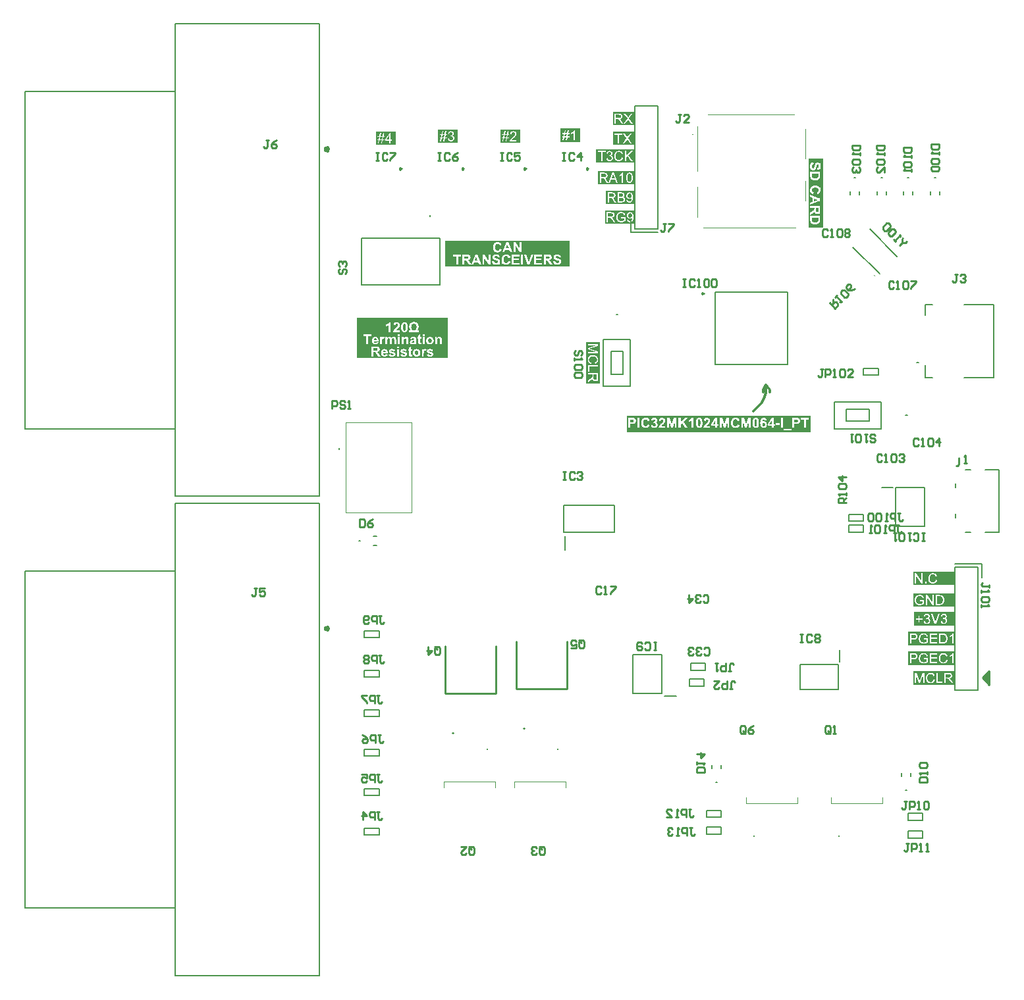
<source format=gto>
G04*
G04 #@! TF.GenerationSoftware,Altium Limited,Altium Designer,23.5.1 (21)*
G04*
G04 Layer_Color=65535*
%FSLAX44Y44*%
%MOMM*%
G71*
G04*
G04 #@! TF.SameCoordinates,19FF910F-FD56-46C1-A6BE-D3D33EAEA19E*
G04*
G04*
G04 #@! TF.FilePolarity,Positive*
G04*
G01*
G75*
%ADD10C,0.3000*%
%ADD11C,0.1000*%
%ADD12C,0.4000*%
%ADD13C,0.2000*%
%ADD14C,0.2500*%
%ADD15C,0.2540*%
%ADD16C,0.1270*%
G36*
X1461770Y665480D02*
X1470660Y656590D01*
Y674370D01*
X1461770Y665480D01*
D02*
G37*
G36*
X969758Y1097280D02*
Y1044137D01*
X952500D01*
Y1097280D01*
X969758D01*
D02*
G37*
G36*
X1426533Y681990D02*
X1366520D01*
Y699248D01*
X1426533D01*
Y681990D01*
D02*
G37*
G36*
X1014273Y1300480D02*
X967740D01*
Y1317738D01*
X1014273D01*
Y1300480D01*
D02*
G37*
G36*
X1426013Y756920D02*
X1372870D01*
Y774178D01*
X1426013D01*
Y756920D01*
D02*
G37*
G36*
X707390Y1351280D02*
X681990D01*
Y1368538D01*
X707390D01*
Y1351280D01*
D02*
G37*
G36*
X787400Y1353820D02*
X762000D01*
Y1371078D01*
X787400D01*
Y1353820D01*
D02*
G37*
G36*
X1014121Y1376680D02*
X986790D01*
Y1393938D01*
X1014121D01*
Y1376680D01*
D02*
G37*
G36*
X944880Y1355090D02*
X919480D01*
Y1372348D01*
X944880D01*
Y1355090D01*
D02*
G37*
G36*
X774546Y1110120D02*
Y1094540D01*
Y1076960D01*
X658014D01*
Y1094540D01*
Y1110120D01*
Y1129030D01*
X774546D01*
Y1110120D01*
D02*
G37*
G36*
X1240805Y981710D02*
X1004570D01*
Y1002301D01*
X1240805D01*
Y981710D01*
D02*
G37*
G36*
X1015238Y1249680D02*
X976630D01*
Y1266938D01*
X1015238D01*
Y1249680D01*
D02*
G37*
G36*
X1014526Y1275080D02*
X977900D01*
Y1292338D01*
X1014526D01*
Y1275080D01*
D02*
G37*
G36*
X1426013Y656590D02*
X1372870D01*
Y673848D01*
X1426013D01*
Y656590D01*
D02*
G37*
G36*
X1257300Y1244600D02*
X1238250D01*
Y1333500D01*
X1257300D01*
Y1244600D01*
D02*
G37*
G36*
X1427283Y732790D02*
X1374140D01*
Y750048D01*
X1427283D01*
Y732790D01*
D02*
G37*
G36*
X1014121Y1351280D02*
X986790D01*
Y1368538D01*
X1014121D01*
Y1351280D01*
D02*
G37*
G36*
X930910Y1212928D02*
Y1195070D01*
X770890D01*
Y1212928D01*
Y1228204D01*
X930910D01*
Y1212928D01*
D02*
G37*
G36*
X1426533Y707390D02*
X1366520D01*
Y724648D01*
X1426533D01*
Y707390D01*
D02*
G37*
G36*
X867410Y1353820D02*
X842010D01*
Y1371078D01*
X867410D01*
Y1353820D01*
D02*
G37*
G36*
X1426013Y784860D02*
X1372870D01*
Y802118D01*
X1426013D01*
Y784860D01*
D02*
G37*
G36*
X1014510Y1328420D02*
X965200D01*
Y1345678D01*
X1014510D01*
Y1328420D01*
D02*
G37*
%LPC*%
G36*
X967536Y1095280D02*
X954722D01*
Y1093651D01*
X965629D01*
X954722Y1089947D01*
Y1088429D01*
X965443Y1084688D01*
X954722D01*
Y1083059D01*
X967536D01*
Y1095280D01*
D02*
G37*
G36*
X967758Y1080800D02*
X954500D01*
X961221D01*
X960555Y1080763D01*
X959907Y1080689D01*
X959333Y1080596D01*
X959055Y1080522D01*
X958814Y1080467D01*
X958592Y1080411D01*
X958389Y1080337D01*
X958203Y1080282D01*
X958055Y1080245D01*
X957944Y1080189D01*
X957851Y1080171D01*
X957796Y1080133D01*
X957777D01*
X957222Y1079856D01*
X956722Y1079541D01*
X956296Y1079208D01*
X956130Y1079041D01*
X955963Y1078893D01*
X955815Y1078745D01*
X955685Y1078596D01*
X955574Y1078467D01*
X955500Y1078356D01*
X955426Y1078282D01*
X955370Y1078208D01*
X955352Y1078171D01*
X955333Y1078152D01*
X955185Y1077893D01*
X955055Y1077634D01*
X954852Y1077078D01*
X954704Y1076523D01*
X954611Y1075986D01*
X954574Y1075726D01*
X954537Y1075504D01*
X954519Y1075301D01*
Y1075134D01*
X954500Y1074986D01*
Y1074782D01*
X954519Y1074412D01*
X954556Y1074060D01*
X954593Y1073727D01*
X954667Y1073412D01*
X954759Y1073116D01*
X954852Y1072838D01*
X954944Y1072579D01*
X955055Y1072338D01*
X955148Y1072134D01*
X955241Y1071931D01*
X955333Y1071782D01*
X955426Y1071634D01*
X955500Y1071542D01*
X955537Y1071449D01*
X955574Y1071412D01*
X955592Y1071394D01*
X955815Y1071134D01*
X956037Y1070912D01*
X956296Y1070708D01*
X956555Y1070505D01*
X957074Y1070172D01*
X957592Y1069912D01*
X957833Y1069801D01*
X958055Y1069709D01*
X958259Y1069634D01*
X958426Y1069579D01*
X958574Y1069523D01*
X958685Y1069486D01*
X958759Y1069468D01*
X958777D01*
X959203Y1071171D01*
X958907Y1071245D01*
X958629Y1071338D01*
X958370Y1071431D01*
X958129Y1071523D01*
X957907Y1071634D01*
X957722Y1071745D01*
X957537Y1071875D01*
X957370Y1071986D01*
X957222Y1072079D01*
X957111Y1072190D01*
X957000Y1072282D01*
X956907Y1072356D01*
X956852Y1072430D01*
X956796Y1072486D01*
X956777Y1072505D01*
X956759Y1072523D01*
X956611Y1072708D01*
X956500Y1072912D01*
X956296Y1073319D01*
X956148Y1073708D01*
X956055Y1074097D01*
X955981Y1074430D01*
X955963Y1074560D01*
Y1074689D01*
X955944Y1074801D01*
Y1074930D01*
X955963Y1075356D01*
X956037Y1075763D01*
X956130Y1076134D01*
X956241Y1076467D01*
X956352Y1076726D01*
X956407Y1076837D01*
X956444Y1076930D01*
X956481Y1077004D01*
X956518Y1077060D01*
X956537Y1077097D01*
Y1077115D01*
X956796Y1077467D01*
X957074Y1077763D01*
X957389Y1078023D01*
X957685Y1078226D01*
X957944Y1078393D01*
X958166Y1078504D01*
X958259Y1078541D01*
X958314Y1078578D01*
X958351Y1078596D01*
X958370D01*
X958851Y1078745D01*
X959333Y1078856D01*
X959814Y1078948D01*
X960259Y1079004D01*
X960462Y1079022D01*
X960648Y1079041D01*
X960814D01*
X960944Y1079060D01*
X961055D01*
X961148D01*
X961203D01*
X961221D01*
X961703Y1079041D01*
X962147Y1079004D01*
X962555Y1078930D01*
X962925Y1078856D01*
X963240Y1078800D01*
X963369Y1078763D01*
X963481Y1078726D01*
X963573Y1078708D01*
X963629Y1078689D01*
X963666Y1078671D01*
X963684D01*
X964110Y1078485D01*
X964499Y1078282D01*
X964814Y1078060D01*
X965091Y1077819D01*
X965314Y1077615D01*
X965462Y1077449D01*
X965554Y1077319D01*
X965591Y1077300D01*
Y1077282D01*
X965832Y1076893D01*
X966017Y1076467D01*
X966147Y1076060D01*
X966221Y1075671D01*
X966277Y1075319D01*
X966295Y1075171D01*
Y1075041D01*
X966314Y1074949D01*
Y1074801D01*
X966295Y1074338D01*
X966221Y1073912D01*
X966110Y1073560D01*
X965999Y1073245D01*
X965869Y1073005D01*
X965777Y1072819D01*
X965703Y1072708D01*
X965666Y1072671D01*
X965388Y1072375D01*
X965073Y1072097D01*
X964740Y1071875D01*
X964406Y1071690D01*
X964110Y1071542D01*
X963962Y1071486D01*
X963851Y1071449D01*
X963758Y1071412D01*
X963684Y1071375D01*
X963647Y1071357D01*
X963629D01*
X964017Y1069690D01*
X964351Y1069801D01*
X964647Y1069912D01*
X964925Y1070060D01*
X965203Y1070190D01*
X965443Y1070338D01*
X965666Y1070505D01*
X965888Y1070653D01*
X966073Y1070801D01*
X966221Y1070949D01*
X966369Y1071079D01*
X966499Y1071208D01*
X966591Y1071301D01*
X966684Y1071394D01*
X966740Y1071468D01*
X966758Y1071505D01*
X966777Y1071523D01*
X966943Y1071782D01*
X967110Y1072042D01*
X967239Y1072301D01*
X967350Y1072579D01*
X967517Y1073134D01*
X967628Y1073634D01*
X967684Y1073875D01*
X967702Y1074079D01*
X967721Y1074282D01*
X967739Y1074449D01*
X967758Y1074578D01*
Y1073245D01*
Y1074578D01*
Y1074764D01*
X967721Y1075375D01*
X967628Y1075967D01*
X967517Y1076486D01*
X967443Y1076726D01*
X967369Y1076949D01*
X967295Y1077152D01*
X967221Y1077337D01*
X967165Y1077486D01*
X967110Y1077634D01*
X967054Y1077726D01*
X967017Y1077800D01*
X966999Y1077856D01*
X966980Y1077874D01*
X966665Y1078374D01*
X966295Y1078800D01*
X965925Y1079171D01*
X965554Y1079485D01*
X965221Y1079726D01*
X965073Y1079819D01*
X964943Y1079893D01*
X964851Y1079967D01*
X964777Y1080004D01*
X964721Y1080022D01*
X964703Y1080041D01*
X964129Y1080300D01*
X963536Y1080485D01*
X962944Y1080615D01*
X962407Y1080707D01*
X962166Y1080744D01*
X961925Y1080763D01*
X961740Y1080781D01*
X961555D01*
X961425Y1080800D01*
X967758D01*
D01*
D02*
G37*
G36*
X967536Y1067450D02*
X954722D01*
Y1059432D01*
X956241D01*
Y1065746D01*
X967536D01*
Y1059432D01*
D01*
Y1067450D01*
D02*
G37*
G36*
Y1057395D02*
X954722D01*
Y1055692D01*
X960407D01*
Y1053507D01*
X960388Y1053303D01*
Y1053155D01*
X960370Y1053025D01*
X960351Y1052933D01*
Y1052859D01*
X960333Y1052821D01*
Y1052803D01*
X960240Y1052507D01*
X960185Y1052377D01*
X960129Y1052266D01*
X960073Y1052155D01*
X960036Y1052081D01*
X960018Y1052044D01*
X959999Y1052025D01*
X959888Y1051877D01*
X959759Y1051729D01*
X959481Y1051451D01*
X959351Y1051322D01*
X959240Y1051229D01*
X959166Y1051173D01*
X959148Y1051155D01*
X958888Y1050970D01*
X958611Y1050766D01*
X958314Y1050562D01*
X958037Y1050359D01*
X957777Y1050192D01*
X957574Y1050062D01*
X957500Y1050007D01*
X957444Y1049970D01*
X957407Y1049933D01*
X957389D01*
X954722Y1048248D01*
Y1046137D01*
D01*
X958203Y1048340D01*
X958574Y1048600D01*
X958907Y1048840D01*
X959185Y1049081D01*
X959444Y1049285D01*
X959629Y1049470D01*
X959777Y1049618D01*
X959870Y1049711D01*
X959907Y1049748D01*
X960018Y1049896D01*
X960148Y1050062D01*
X960351Y1050396D01*
X960425Y1050544D01*
X960499Y1050655D01*
X960536Y1050729D01*
X960555Y1050766D01*
X960611Y1050433D01*
X960666Y1050118D01*
X960759Y1049840D01*
X960833Y1049563D01*
X960925Y1049322D01*
X961036Y1049100D01*
X961129Y1048896D01*
X961221Y1048711D01*
X961333Y1048563D01*
X961425Y1048415D01*
X961499Y1048303D01*
X961573Y1048211D01*
X961629Y1048137D01*
X961684Y1048081D01*
X961703Y1048063D01*
X961721Y1048044D01*
X961907Y1047896D01*
X962092Y1047748D01*
X962481Y1047526D01*
X962869Y1047378D01*
X963240Y1047266D01*
X963555Y1047192D01*
X963684Y1047174D01*
X963814D01*
X963906Y1047155D01*
X963980D01*
X964017D01*
X964036D01*
X964425Y1047174D01*
X964777Y1047229D01*
X965110Y1047322D01*
X965388Y1047415D01*
X965629Y1047526D01*
X965814Y1047600D01*
X965925Y1047674D01*
X965943Y1047692D01*
X965962D01*
X966258Y1047915D01*
X966517Y1048137D01*
X966740Y1048378D01*
X966906Y1048600D01*
X967036Y1048803D01*
X967110Y1048970D01*
X967165Y1049081D01*
X967184Y1049100D01*
Y1049118D01*
X967239Y1049285D01*
X967295Y1049489D01*
X967387Y1049896D01*
X967443Y1050340D01*
X967499Y1050748D01*
X967517Y1051136D01*
Y1051303D01*
X967536Y1051451D01*
Y1046137D01*
D01*
Y1057395D01*
D02*
G37*
%LPD*%
G36*
Y1085337D02*
X958611Y1088410D01*
X958129Y1088577D01*
X957722Y1088707D01*
X957370Y1088836D01*
X957074Y1088929D01*
X956852Y1089003D01*
X956685Y1089058D01*
X956592Y1089077D01*
X956555Y1089096D01*
X956815Y1089169D01*
X957111Y1089262D01*
X957426Y1089373D01*
X957740Y1089466D01*
X958018Y1089558D01*
X958240Y1089632D01*
X958333Y1089669D01*
X958389Y1089688D01*
X958426Y1089706D01*
X958444D01*
X967536Y1092743D01*
Y1085337D01*
D02*
G37*
G36*
X966110Y1051655D02*
X966091Y1051155D01*
X966017Y1050729D01*
X965925Y1050359D01*
X965814Y1050081D01*
X965703Y1049840D01*
X965610Y1049692D01*
X965536Y1049600D01*
X965517Y1049563D01*
X965277Y1049340D01*
X965036Y1049174D01*
X964777Y1049063D01*
X964555Y1048970D01*
X964332Y1048933D01*
X964166Y1048914D01*
X964055Y1048896D01*
X964036D01*
X964017D01*
X963795Y1048914D01*
X963573Y1048951D01*
X963388Y1049007D01*
X963221Y1049063D01*
X963073Y1049137D01*
X962962Y1049192D01*
X962888Y1049229D01*
X962869Y1049248D01*
X962684Y1049377D01*
X962518Y1049544D01*
X962388Y1049711D01*
X962277Y1049877D01*
X962203Y1050025D01*
X962147Y1050136D01*
X962110Y1050211D01*
X962092Y1050248D01*
X962018Y1050507D01*
X961962Y1050803D01*
X961925Y1051099D01*
X961907Y1051396D01*
X961888Y1051655D01*
X961870Y1051877D01*
Y1055692D01*
X966110D01*
Y1051655D01*
D02*
G37*
%LPC*%
G36*
X1412052Y697248D02*
X1411867D01*
X1411256Y697211D01*
X1410664Y697118D01*
X1410145Y697007D01*
X1409905Y696933D01*
X1409682Y696859D01*
X1409479Y696785D01*
X1409294Y696711D01*
X1409145Y696655D01*
X1408997Y696600D01*
X1408905Y696544D01*
X1408831Y696507D01*
X1408775Y696489D01*
X1408757Y696470D01*
X1408257Y696155D01*
X1407831Y695785D01*
X1407460Y695415D01*
X1407146Y695044D01*
X1406905Y694711D01*
X1406812Y694563D01*
X1406738Y694433D01*
X1406664Y694341D01*
X1406627Y694267D01*
X1406609Y694211D01*
X1406590Y694193D01*
X1406331Y693619D01*
X1406146Y693026D01*
X1406016Y692434D01*
X1405923Y691897D01*
X1405887Y691656D01*
X1405868Y691415D01*
X1405849Y691230D01*
Y691045D01*
X1405831Y690915D01*
Y690712D01*
X1405868Y690045D01*
X1405942Y689397D01*
X1406035Y688823D01*
X1406109Y688545D01*
X1406164Y688304D01*
X1406220Y688082D01*
X1406294Y687878D01*
X1406349Y687693D01*
X1406386Y687545D01*
X1406442Y687434D01*
X1406461Y687342D01*
X1406497Y687286D01*
Y687267D01*
X1406775Y686712D01*
X1407090Y686212D01*
X1407423Y685786D01*
X1407590Y685620D01*
X1407738Y685453D01*
X1407886Y685305D01*
X1408034Y685175D01*
X1408164Y685064D01*
X1408275Y684990D01*
X1408349Y684916D01*
X1408423Y684860D01*
X1408460Y684842D01*
X1408479Y684823D01*
X1408738Y684675D01*
X1408997Y684546D01*
X1409553Y684342D01*
X1410108Y684194D01*
X1410645Y684101D01*
X1410905Y684064D01*
X1411127Y684027D01*
X1411330Y684008D01*
X1411497D01*
X1411645Y683990D01*
X1411849D01*
X1412219Y684008D01*
X1412571Y684045D01*
X1412904Y684083D01*
X1413219Y684157D01*
X1413515Y684249D01*
X1413793Y684342D01*
X1414052Y684434D01*
X1414293Y684546D01*
X1414497Y684638D01*
X1414700Y684731D01*
X1414848Y684823D01*
X1414997Y684916D01*
X1415089Y684990D01*
X1415182Y685027D01*
X1415219Y685064D01*
X1415237Y685082D01*
X1415497Y685305D01*
X1415719Y685527D01*
X1415923Y685786D01*
X1416126Y686045D01*
X1416460Y686564D01*
X1416719Y687082D01*
X1416830Y687323D01*
X1416922Y687545D01*
X1416996Y687749D01*
X1417052Y687915D01*
X1417108Y688064D01*
X1417145Y688175D01*
X1417163Y688249D01*
Y688267D01*
X1415460Y688693D01*
X1415385Y688397D01*
X1415293Y688119D01*
X1415200Y687860D01*
X1415108Y687619D01*
X1414997Y687397D01*
X1414886Y687212D01*
X1414756Y687027D01*
X1414645Y686860D01*
X1414552Y686712D01*
X1414441Y686601D01*
X1414349Y686490D01*
X1414274Y686397D01*
X1414200Y686342D01*
X1414145Y686286D01*
X1414126Y686267D01*
X1414108Y686249D01*
X1413923Y686101D01*
X1413719Y685990D01*
X1413312Y685786D01*
X1412923Y685638D01*
X1412534Y685545D01*
X1412201Y685471D01*
X1412071Y685453D01*
X1411941D01*
X1411830Y685434D01*
X1411701D01*
X1411275Y685453D01*
X1410867Y685527D01*
X1410497Y685620D01*
X1410164Y685731D01*
X1409905Y685842D01*
X1409794Y685897D01*
X1409701Y685934D01*
X1409627Y685971D01*
X1409571Y686008D01*
X1409534Y686027D01*
X1409516D01*
X1409164Y686286D01*
X1408868Y686564D01*
X1408608Y686879D01*
X1408405Y687175D01*
X1408238Y687434D01*
X1408127Y687656D01*
X1408090Y687749D01*
X1408053Y687804D01*
X1408034Y687841D01*
Y687860D01*
X1407886Y688341D01*
X1407775Y688823D01*
X1407683Y689304D01*
X1407627Y689749D01*
X1407608Y689952D01*
X1407590Y690137D01*
Y690304D01*
X1407572Y690434D01*
Y690545D01*
Y690638D01*
Y690693D01*
Y690712D01*
X1407590Y691193D01*
X1407627Y691637D01*
X1407701Y692045D01*
X1407775Y692415D01*
X1407831Y692730D01*
X1407868Y692859D01*
X1407905Y692971D01*
X1407923Y693063D01*
X1407942Y693119D01*
X1407960Y693156D01*
Y693174D01*
X1408145Y693600D01*
X1408349Y693989D01*
X1408571Y694304D01*
X1408812Y694582D01*
X1409016Y694804D01*
X1409182Y694952D01*
X1409312Y695044D01*
X1409331Y695081D01*
X1409349D01*
X1409738Y695322D01*
X1410164Y695507D01*
X1410571Y695637D01*
X1410960Y695711D01*
X1411312Y695767D01*
X1411460Y695785D01*
X1411590D01*
X1411682Y695804D01*
X1411830D01*
X1412293Y695785D01*
X1412719Y695711D01*
X1413071Y695600D01*
X1413386Y695489D01*
X1413626Y695359D01*
X1413812Y695267D01*
X1413923Y695192D01*
X1413960Y695155D01*
X1414256Y694878D01*
X1414534Y694563D01*
X1414756Y694230D01*
X1414941Y693896D01*
X1415089Y693600D01*
X1415145Y693452D01*
X1415182Y693341D01*
X1415219Y693248D01*
X1415256Y693174D01*
X1415274Y693137D01*
Y693119D01*
X1416941Y693508D01*
X1416830Y693841D01*
X1416719Y694137D01*
X1416571Y694415D01*
X1416441Y694693D01*
X1416293Y694933D01*
X1416126Y695155D01*
X1415978Y695378D01*
X1415830Y695563D01*
X1415682Y695711D01*
X1415552Y695859D01*
X1415423Y695989D01*
X1415330Y696081D01*
X1415237Y696174D01*
X1415163Y696229D01*
X1415126Y696248D01*
X1415108Y696266D01*
X1414848Y696433D01*
X1414589Y696600D01*
X1414330Y696729D01*
X1414052Y696841D01*
X1413497Y697007D01*
X1412997Y697118D01*
X1412756Y697174D01*
X1412552Y697192D01*
X1412349Y697211D01*
X1412182Y697229D01*
X1412052Y697248D01*
D02*
G37*
G36*
X1386666D02*
X1386074D01*
X1385740Y697211D01*
X1385092Y697118D01*
X1384796Y697063D01*
X1384518Y696989D01*
X1384259Y696933D01*
X1384018Y696859D01*
X1383796Y696785D01*
X1383611Y696711D01*
X1383444Y696637D01*
X1383296Y696581D01*
X1383185Y696526D01*
X1383111Y696489D01*
X1383056Y696470D01*
X1383037Y696452D01*
X1382778Y696285D01*
X1382518Y696118D01*
X1382074Y695730D01*
X1381685Y695341D01*
X1381371Y694933D01*
X1381111Y694582D01*
X1381019Y694433D01*
X1380945Y694285D01*
X1380871Y694174D01*
X1380833Y694100D01*
X1380815Y694044D01*
X1380797Y694026D01*
X1380537Y693415D01*
X1380352Y692804D01*
X1380204Y692211D01*
X1380167Y691934D01*
X1380111Y691674D01*
X1380093Y691434D01*
X1380056Y691230D01*
X1380037Y691026D01*
Y690860D01*
X1380019Y690730D01*
Y690545D01*
X1380056Y689860D01*
X1380148Y689212D01*
X1380204Y688915D01*
X1380260Y688638D01*
X1380334Y688360D01*
X1380408Y688119D01*
X1380482Y687897D01*
X1380556Y687712D01*
X1380611Y687527D01*
X1380667Y687397D01*
X1380722Y687267D01*
X1380759Y687193D01*
X1380797Y687138D01*
Y687119D01*
X1381130Y686582D01*
X1381500Y686119D01*
X1381889Y685712D01*
X1382259Y685379D01*
X1382611Y685119D01*
X1382741Y685027D01*
X1382870Y684934D01*
X1382982Y684879D01*
X1383056Y684823D01*
X1383111Y684805D01*
X1383130Y684786D01*
X1383426Y684638D01*
X1383722Y684527D01*
X1384315Y684323D01*
X1384889Y684194D01*
X1385426Y684083D01*
X1385666Y684064D01*
X1385889Y684027D01*
X1386092Y684008D01*
X1386259D01*
X1386389Y683990D01*
X1386574D01*
X1387092Y684008D01*
X1387592Y684064D01*
X1388055Y684157D01*
X1388462Y684249D01*
X1388629Y684286D01*
X1388796Y684323D01*
X1388944Y684379D01*
X1389073Y684416D01*
X1389166Y684453D01*
X1389240Y684471D01*
X1389277Y684490D01*
X1389296D01*
X1389796Y684694D01*
X1390258Y684934D01*
X1390703Y685194D01*
X1391092Y685434D01*
X1391258Y685545D01*
X1391425Y685657D01*
X1391555Y685749D01*
X1391666Y685823D01*
X1391758Y685897D01*
X1391832Y685953D01*
X1391869Y685971D01*
X1391888Y685990D01*
Y690749D01*
X1386444D01*
Y689230D01*
X1390222D01*
Y686823D01*
X1389999Y686638D01*
X1389740Y686471D01*
X1389462Y686323D01*
X1389203Y686193D01*
X1388981Y686082D01*
X1388777Y685990D01*
X1388703Y685953D01*
X1388666Y685934D01*
X1388629Y685916D01*
X1388611D01*
X1388222Y685786D01*
X1387833Y685675D01*
X1387481Y685601D01*
X1387148Y685564D01*
X1386870Y685527D01*
X1386759D01*
X1386648Y685508D01*
X1386463D01*
X1386000Y685527D01*
X1385555Y685601D01*
X1385148Y685694D01*
X1384778Y685786D01*
X1384481Y685897D01*
X1384352Y685934D01*
X1384259Y685971D01*
X1384167Y686008D01*
X1384111Y686045D01*
X1384074Y686064D01*
X1384055D01*
X1383667Y686305D01*
X1383315Y686564D01*
X1383018Y686842D01*
X1382778Y687119D01*
X1382574Y687378D01*
X1382444Y687582D01*
X1382389Y687656D01*
X1382370Y687712D01*
X1382333Y687749D01*
Y687767D01*
X1382148Y688230D01*
X1382000Y688712D01*
X1381908Y689193D01*
X1381833Y689656D01*
X1381815Y689860D01*
X1381796Y690045D01*
X1381778Y690230D01*
Y690378D01*
X1381759Y690489D01*
Y690582D01*
Y690638D01*
Y690656D01*
X1381778Y691174D01*
X1381833Y691637D01*
X1381908Y692082D01*
X1382000Y692471D01*
X1382037Y692637D01*
X1382093Y692785D01*
X1382130Y692915D01*
X1382167Y693026D01*
X1382204Y693119D01*
X1382222Y693174D01*
X1382241Y693211D01*
Y693230D01*
X1382370Y693489D01*
X1382500Y693730D01*
X1382630Y693952D01*
X1382759Y694137D01*
X1382870Y694285D01*
X1382963Y694415D01*
X1383037Y694489D01*
X1383056Y694507D01*
X1383259Y694711D01*
X1383481Y694896D01*
X1383722Y695044D01*
X1383944Y695192D01*
X1384129Y695285D01*
X1384278Y695378D01*
X1384389Y695415D01*
X1384426Y695433D01*
X1384759Y695563D01*
X1385092Y695656D01*
X1385444Y695711D01*
X1385759Y695767D01*
X1386037Y695785D01*
X1386148D01*
X1386240Y695804D01*
X1386444D01*
X1386796Y695785D01*
X1387129Y695748D01*
X1387425Y695693D01*
X1387685Y695637D01*
X1387907Y695563D01*
X1388073Y695507D01*
X1388166Y695470D01*
X1388203Y695452D01*
X1388481Y695322D01*
X1388722Y695174D01*
X1388944Y695026D01*
X1389111Y694878D01*
X1389240Y694748D01*
X1389351Y694656D01*
X1389407Y694582D01*
X1389425Y694563D01*
X1389592Y694341D01*
X1389722Y694081D01*
X1389851Y693841D01*
X1389962Y693582D01*
X1390036Y693359D01*
X1390092Y693193D01*
X1390110Y693119D01*
X1390129Y693063D01*
X1390147Y693045D01*
Y693026D01*
X1391684Y693434D01*
X1391555Y693896D01*
X1391388Y694304D01*
X1391221Y694674D01*
X1391073Y694970D01*
X1390925Y695211D01*
X1390814Y695378D01*
X1390740Y695489D01*
X1390703Y695526D01*
X1390444Y695822D01*
X1390166Y696063D01*
X1389870Y696285D01*
X1389592Y696470D01*
X1389333Y696600D01*
X1389129Y696711D01*
X1389055Y696748D01*
X1388999Y696766D01*
X1388962Y696785D01*
X1388944D01*
X1388518Y696933D01*
X1388073Y697044D01*
X1387666Y697137D01*
X1387277Y697192D01*
X1386926Y697229D01*
X1386777D01*
X1386666Y697248D01*
D02*
G37*
G36*
X1424533Y697081D02*
X1423514D01*
X1423329Y696766D01*
X1423125Y696470D01*
X1422885Y696174D01*
X1422663Y695915D01*
X1422440Y695693D01*
X1422274Y695507D01*
X1422200Y695452D01*
X1422144Y695396D01*
X1422126Y695378D01*
X1422107Y695359D01*
X1421718Y695044D01*
X1421329Y694748D01*
X1420959Y694489D01*
X1420589Y694285D01*
X1420274Y694100D01*
X1420144Y694026D01*
X1420033Y693970D01*
X1419941Y693915D01*
X1419866Y693896D01*
X1419830Y693859D01*
X1419811D01*
Y692341D01*
X1420089Y692452D01*
X1420367Y692582D01*
X1420644Y692711D01*
X1420903Y692841D01*
X1421126Y692952D01*
X1421311Y693045D01*
X1421422Y693119D01*
X1421440Y693137D01*
X1421459D01*
X1421792Y693341D01*
X1422088Y693545D01*
X1422348Y693730D01*
X1422551Y693896D01*
X1422737Y694026D01*
X1422848Y694137D01*
X1422940Y694211D01*
X1422959Y694230D01*
Y684212D01*
X1424533D01*
Y697081D01*
D02*
G37*
G36*
X1403683Y697026D02*
X1394406D01*
Y684212D01*
X1403979D01*
Y685731D01*
X1396110D01*
Y690082D01*
X1403202D01*
Y691600D01*
X1396110D01*
Y695507D01*
X1403683D01*
Y697026D01*
D02*
G37*
G36*
X1373779D02*
X1368520D01*
Y684212D01*
X1370224D01*
Y689415D01*
X1373501D01*
X1373982Y689434D01*
X1374445Y689471D01*
X1374853Y689527D01*
X1375223Y689601D01*
X1375575Y689675D01*
X1375871Y689767D01*
X1376149Y689878D01*
X1376390Y689989D01*
X1376593Y690082D01*
X1376778Y690193D01*
X1376927Y690286D01*
X1377038Y690378D01*
X1377130Y690434D01*
X1377186Y690489D01*
X1377223Y690526D01*
X1377241Y690545D01*
X1377426Y690767D01*
X1377593Y690989D01*
X1377723Y691211D01*
X1377852Y691452D01*
X1377964Y691693D01*
X1378038Y691915D01*
X1378167Y692341D01*
X1378204Y692545D01*
X1378241Y692730D01*
X1378260Y692896D01*
X1378278Y693026D01*
X1378297Y693156D01*
Y693304D01*
X1378278Y693656D01*
X1378241Y693989D01*
X1378167Y694285D01*
X1378112Y694545D01*
X1378038Y694767D01*
X1377964Y694933D01*
X1377926Y695026D01*
X1377908Y695063D01*
X1377760Y695341D01*
X1377575Y695581D01*
X1377408Y695804D01*
X1377241Y695970D01*
X1377093Y696100D01*
X1376982Y696211D01*
X1376908Y696266D01*
X1376871Y696285D01*
X1376630Y696433D01*
X1376353Y696563D01*
X1376093Y696674D01*
X1375853Y696766D01*
X1375630Y696822D01*
X1375464Y696859D01*
X1375334Y696896D01*
X1375297D01*
X1375019Y696933D01*
X1374704Y696970D01*
X1374371Y696989D01*
X1374057Y697007D01*
X1373779Y697026D01*
D02*
G37*
%LPD*%
G36*
X1374223Y695489D02*
X1374501Y695470D01*
X1374723Y695452D01*
X1374871Y695415D01*
X1374982Y695396D01*
X1375056Y695378D01*
X1375075D01*
X1375316Y695285D01*
X1375519Y695174D01*
X1375704Y695063D01*
X1375871Y694933D01*
X1375982Y694804D01*
X1376075Y694711D01*
X1376130Y694637D01*
X1376149Y694619D01*
X1376279Y694396D01*
X1376390Y694174D01*
X1376464Y693933D01*
X1376501Y693730D01*
X1376538Y693545D01*
X1376556Y693378D01*
Y693285D01*
Y693267D01*
Y693248D01*
X1376519Y692859D01*
X1376445Y692526D01*
X1376334Y692230D01*
X1376204Y691989D01*
X1376075Y691804D01*
X1375964Y691656D01*
X1375890Y691582D01*
X1375853Y691545D01*
X1375723Y691434D01*
X1375556Y691341D01*
X1375204Y691193D01*
X1374816Y691082D01*
X1374427Y691008D01*
X1374075Y690971D01*
X1373927Y690952D01*
X1373797D01*
X1373668Y690934D01*
X1370224D01*
Y695507D01*
X1373890D01*
X1374223Y695489D01*
D02*
G37*
%LPC*%
G36*
X999866Y1315571D02*
X998848D01*
X998663Y1315256D01*
X998459Y1314960D01*
X998219Y1314664D01*
X997996Y1314405D01*
X997774Y1314182D01*
X997607Y1313997D01*
X997533Y1313942D01*
X997478Y1313886D01*
X997459Y1313868D01*
X997441Y1313849D01*
X997052Y1313534D01*
X996663Y1313238D01*
X996293Y1312979D01*
X995922Y1312775D01*
X995608Y1312590D01*
X995478Y1312516D01*
X995367Y1312460D01*
X995274Y1312405D01*
X995200Y1312386D01*
X995163Y1312349D01*
X995145D01*
Y1310831D01*
X995423Y1310942D01*
X995700Y1311072D01*
X995978Y1311201D01*
X996237Y1311331D01*
X996459Y1311442D01*
X996645Y1311535D01*
X996756Y1311609D01*
X996774Y1311627D01*
X996793D01*
X997126Y1311831D01*
X997422Y1312035D01*
X997682Y1312220D01*
X997885Y1312386D01*
X998070Y1312516D01*
X998182Y1312627D01*
X998274Y1312701D01*
X998293Y1312720D01*
Y1302702D01*
X999866D01*
Y1315571D01*
D02*
G37*
G36*
X987979Y1315516D02*
X986127D01*
X981239Y1302702D01*
X983035D01*
X984424Y1306591D01*
X989793D01*
X991293Y1302702D01*
X993219D01*
X987979Y1315516D01*
D02*
G37*
G36*
X975684D02*
X969740D01*
Y1302702D01*
X971443D01*
Y1308387D01*
X973628D01*
X973832Y1308368D01*
X973980D01*
X974110Y1308350D01*
X974202Y1308331D01*
X974277D01*
X974314Y1308313D01*
X974332D01*
X974628Y1308220D01*
X974758Y1308165D01*
X974869Y1308109D01*
X974980Y1308053D01*
X975054Y1308017D01*
X975091Y1307998D01*
X975110Y1307979D01*
X975258Y1307868D01*
X975406Y1307739D01*
X975684Y1307461D01*
X975813Y1307331D01*
X975906Y1307220D01*
X975962Y1307146D01*
X975980Y1307128D01*
X976165Y1306868D01*
X976369Y1306591D01*
X976573Y1306294D01*
X976776Y1306017D01*
X976943Y1305757D01*
X977073Y1305554D01*
X977128Y1305480D01*
X977165Y1305424D01*
X977202Y1305387D01*
Y1305369D01*
X978887Y1302702D01*
X980998D01*
X978795Y1306183D01*
X978535Y1306554D01*
X978295Y1306887D01*
X978054Y1307165D01*
X977850Y1307424D01*
X977665Y1307609D01*
X977517Y1307757D01*
X977424Y1307850D01*
X977387Y1307887D01*
X977239Y1307998D01*
X977073Y1308128D01*
X976739Y1308331D01*
X976591Y1308405D01*
X976480Y1308479D01*
X976406Y1308516D01*
X976369Y1308535D01*
X976702Y1308591D01*
X977017Y1308646D01*
X977295Y1308739D01*
X977572Y1308813D01*
X977813Y1308905D01*
X978035Y1309016D01*
X978239Y1309109D01*
X978424Y1309202D01*
X978572Y1309313D01*
X978720Y1309405D01*
X978832Y1309479D01*
X978924Y1309553D01*
X978998Y1309609D01*
X979054Y1309664D01*
X979072Y1309683D01*
X979091Y1309702D01*
X979239Y1309887D01*
X979387Y1310072D01*
X979609Y1310461D01*
X979758Y1310849D01*
X979869Y1311220D01*
X979943Y1311535D01*
X979961Y1311664D01*
Y1311794D01*
X979980Y1311886D01*
Y1311960D01*
Y1311998D01*
Y1312016D01*
X979961Y1312405D01*
X979906Y1312757D01*
X979813Y1313090D01*
X979720Y1313368D01*
X979609Y1313609D01*
X979535Y1313794D01*
X979461Y1313905D01*
X979443Y1313923D01*
Y1313942D01*
X979221Y1314238D01*
X978998Y1314497D01*
X978758Y1314720D01*
X978535Y1314886D01*
X978332Y1315016D01*
X978165Y1315090D01*
X978054Y1315145D01*
X978035Y1315164D01*
X978017D01*
X977850Y1315219D01*
X977647Y1315275D01*
X977239Y1315367D01*
X976795Y1315423D01*
X976387Y1315479D01*
X975999Y1315497D01*
X975832D01*
X975684Y1315516D01*
D02*
G37*
G36*
X1008254Y1315571D02*
X1008088D01*
X1007588Y1315534D01*
X1007125Y1315460D01*
X1006736Y1315331D01*
X1006403Y1315201D01*
X1006125Y1315053D01*
X1006014Y1314997D01*
X1005921Y1314923D01*
X1005847Y1314886D01*
X1005792Y1314849D01*
X1005773Y1314812D01*
X1005755D01*
X1005422Y1314516D01*
X1005144Y1314164D01*
X1004903Y1313812D01*
X1004718Y1313479D01*
X1004570Y1313164D01*
X1004496Y1313035D01*
X1004459Y1312905D01*
X1004422Y1312812D01*
X1004385Y1312738D01*
X1004366Y1312701D01*
Y1312683D01*
X1004292Y1312405D01*
X1004218Y1312127D01*
X1004107Y1311516D01*
X1004014Y1310905D01*
X1003959Y1310331D01*
X1003940Y1310053D01*
X1003922Y1309813D01*
Y1309590D01*
X1003903Y1309387D01*
Y1309016D01*
X1003922Y1308368D01*
X1003959Y1307757D01*
X1004014Y1307202D01*
X1004107Y1306683D01*
X1004199Y1306202D01*
X1004311Y1305776D01*
X1004422Y1305387D01*
X1004533Y1305054D01*
X1004644Y1304758D01*
X1004773Y1304498D01*
X1004866Y1304276D01*
X1004959Y1304109D01*
X1005051Y1303961D01*
X1005107Y1303869D01*
X1005144Y1303813D01*
X1005162Y1303795D01*
X1005366Y1303573D01*
X1005588Y1303369D01*
X1005829Y1303184D01*
X1006070Y1303035D01*
X1006310Y1302906D01*
X1006551Y1302795D01*
X1006792Y1302721D01*
X1007014Y1302647D01*
X1007236Y1302591D01*
X1007440Y1302554D01*
X1007625Y1302517D01*
X1007773Y1302498D01*
X1007903Y1302480D01*
X1008088D01*
X1008588Y1302517D01*
X1009051Y1302591D01*
X1009440Y1302721D01*
X1009773Y1302850D01*
X1010051Y1302980D01*
X1010143Y1303054D01*
X1010236Y1303110D01*
X1010310Y1303147D01*
X1010365Y1303184D01*
X1010384Y1303221D01*
X1010402D01*
X1010736Y1303535D01*
X1011013Y1303869D01*
X1011254Y1304239D01*
X1011439Y1304572D01*
X1011588Y1304887D01*
X1011662Y1305017D01*
X1011699Y1305146D01*
X1011736Y1305239D01*
X1011773Y1305313D01*
X1011791Y1305350D01*
Y1305369D01*
X1011884Y1305646D01*
X1011958Y1305924D01*
X1012069Y1306517D01*
X1012161Y1307128D01*
X1012217Y1307720D01*
X1012236Y1307979D01*
X1012254Y1308220D01*
Y1308442D01*
X1012273Y1308646D01*
Y1309368D01*
X1012254Y1309702D01*
Y1309998D01*
X1012236Y1310294D01*
X1012199Y1310553D01*
X1012180Y1310813D01*
X1012161Y1311035D01*
X1012124Y1311238D01*
X1012106Y1311423D01*
X1012069Y1311590D01*
X1012050Y1311720D01*
X1012032Y1311831D01*
X1012013Y1311924D01*
X1011995Y1311979D01*
X1011976Y1312016D01*
Y1312035D01*
X1011865Y1312442D01*
X1011736Y1312812D01*
X1011588Y1313127D01*
X1011476Y1313405D01*
X1011347Y1313645D01*
X1011273Y1313812D01*
X1011199Y1313905D01*
X1011180Y1313942D01*
X1010976Y1314220D01*
X1010773Y1314460D01*
X1010551Y1314664D01*
X1010347Y1314849D01*
X1010162Y1314979D01*
X1010014Y1315071D01*
X1009921Y1315127D01*
X1009902Y1315145D01*
X1009884D01*
X1009588Y1315293D01*
X1009273Y1315386D01*
X1008977Y1315460D01*
X1008699Y1315516D01*
X1008458Y1315553D01*
X1008254Y1315571D01*
D02*
G37*
%LPD*%
G36*
X987146Y1313757D02*
X987294Y1313312D01*
X987442Y1312868D01*
X987590Y1312442D01*
X987664Y1312257D01*
X987720Y1312072D01*
X987775Y1311905D01*
X987831Y1311775D01*
X987868Y1311664D01*
X987905Y1311572D01*
X987923Y1311516D01*
Y1311498D01*
X989257Y1307979D01*
X984924D01*
X986312Y1311720D01*
X986479Y1312183D01*
X986609Y1312627D01*
X986738Y1313035D01*
X986831Y1313405D01*
X986905Y1313720D01*
X986942Y1313849D01*
X986960Y1313979D01*
X986998Y1314053D01*
Y1314127D01*
X987016Y1314164D01*
Y1314182D01*
X987146Y1313757D01*
D02*
G37*
G36*
X975980Y1314071D02*
X976406Y1313997D01*
X976776Y1313905D01*
X977054Y1313794D01*
X977295Y1313683D01*
X977443Y1313590D01*
X977535Y1313516D01*
X977572Y1313497D01*
X977795Y1313257D01*
X977961Y1313016D01*
X978073Y1312757D01*
X978165Y1312534D01*
X978202Y1312312D01*
X978221Y1312146D01*
X978239Y1312035D01*
Y1312016D01*
Y1311998D01*
X978221Y1311775D01*
X978184Y1311553D01*
X978128Y1311368D01*
X978073Y1311201D01*
X977998Y1311053D01*
X977943Y1310942D01*
X977906Y1310868D01*
X977887Y1310849D01*
X977758Y1310664D01*
X977591Y1310498D01*
X977424Y1310368D01*
X977258Y1310257D01*
X977110Y1310183D01*
X976999Y1310127D01*
X976924Y1310090D01*
X976887Y1310072D01*
X976628Y1309998D01*
X976332Y1309942D01*
X976036Y1309905D01*
X975739Y1309887D01*
X975480Y1309868D01*
X975258Y1309850D01*
X971443D01*
Y1314090D01*
X975480D01*
X975980Y1314071D01*
D02*
G37*
G36*
X1008273Y1314257D02*
X1008477Y1314238D01*
X1008662Y1314182D01*
X1008829Y1314108D01*
X1009143Y1313942D01*
X1009421Y1313757D01*
X1009625Y1313553D01*
X1009791Y1313386D01*
X1009847Y1313312D01*
X1009884Y1313257D01*
X1009921Y1313238D01*
Y1313220D01*
X1010051Y1312997D01*
X1010162Y1312738D01*
X1010273Y1312442D01*
X1010347Y1312127D01*
X1010421Y1311794D01*
X1010477Y1311442D01*
X1010569Y1310738D01*
X1010606Y1310387D01*
X1010625Y1310072D01*
X1010643Y1309776D01*
Y1309535D01*
X1010662Y1309313D01*
Y1309146D01*
Y1309053D01*
Y1309035D01*
Y1309016D01*
Y1308442D01*
X1010625Y1307924D01*
X1010588Y1307461D01*
X1010551Y1307017D01*
X1010495Y1306646D01*
X1010421Y1306294D01*
X1010347Y1305998D01*
X1010291Y1305720D01*
X1010217Y1305498D01*
X1010143Y1305313D01*
X1010088Y1305146D01*
X1010014Y1305017D01*
X1009977Y1304924D01*
X1009939Y1304869D01*
X1009902Y1304832D01*
Y1304813D01*
X1009754Y1304628D01*
X1009606Y1304480D01*
X1009458Y1304332D01*
X1009310Y1304221D01*
X1008995Y1304035D01*
X1008717Y1303906D01*
X1008458Y1303832D01*
X1008273Y1303795D01*
X1008199Y1303776D01*
X1008088D01*
X1007884Y1303795D01*
X1007699Y1303813D01*
X1007347Y1303943D01*
X1007032Y1304109D01*
X1006755Y1304295D01*
X1006551Y1304480D01*
X1006384Y1304646D01*
X1006292Y1304776D01*
X1006255Y1304795D01*
Y1304813D01*
X1006125Y1305035D01*
X1006014Y1305294D01*
X1005903Y1305591D01*
X1005829Y1305906D01*
X1005755Y1306239D01*
X1005699Y1306591D01*
X1005607Y1307313D01*
X1005570Y1307646D01*
X1005551Y1307961D01*
X1005533Y1308257D01*
Y1308498D01*
X1005514Y1308720D01*
Y1308887D01*
Y1308979D01*
Y1309016D01*
X1005533Y1309590D01*
X1005551Y1310109D01*
X1005588Y1310590D01*
X1005644Y1311035D01*
X1005699Y1311423D01*
X1005773Y1311775D01*
X1005847Y1312090D01*
X1005921Y1312368D01*
X1005995Y1312609D01*
X1006051Y1312812D01*
X1006125Y1312979D01*
X1006181Y1313127D01*
X1006236Y1313220D01*
X1006273Y1313294D01*
X1006310Y1313331D01*
Y1313349D01*
X1006440Y1313516D01*
X1006570Y1313664D01*
X1006718Y1313775D01*
X1006866Y1313886D01*
X1007162Y1314053D01*
X1007440Y1314164D01*
X1007681Y1314220D01*
X1007884Y1314257D01*
X1007958Y1314275D01*
X1008069D01*
X1008273Y1314257D01*
D02*
G37*
%LPC*%
G36*
X1381517Y772178D02*
X1380925D01*
X1380592Y772141D01*
X1379944Y772048D01*
X1379647Y771993D01*
X1379370Y771919D01*
X1379110Y771863D01*
X1378870Y771789D01*
X1378647Y771715D01*
X1378462Y771641D01*
X1378296Y771567D01*
X1378147Y771511D01*
X1378036Y771456D01*
X1377962Y771419D01*
X1377907Y771400D01*
X1377888Y771382D01*
X1377629Y771215D01*
X1377370Y771048D01*
X1376925Y770659D01*
X1376537Y770271D01*
X1376222Y769863D01*
X1375963Y769511D01*
X1375870Y769363D01*
X1375796Y769215D01*
X1375722Y769104D01*
X1375685Y769030D01*
X1375666Y768975D01*
X1375648Y768956D01*
X1375388Y768345D01*
X1375203Y767734D01*
X1375055Y767141D01*
X1375018Y766864D01*
X1374963Y766604D01*
X1374944Y766364D01*
X1374907Y766160D01*
X1374888Y765956D01*
Y765790D01*
X1374870Y765660D01*
Y765475D01*
X1374907Y764790D01*
X1375000Y764142D01*
X1375055Y763845D01*
X1375111Y763568D01*
X1375185Y763290D01*
X1375259Y763049D01*
X1375333Y762827D01*
X1375407Y762642D01*
X1375462Y762457D01*
X1375518Y762327D01*
X1375574Y762197D01*
X1375611Y762123D01*
X1375648Y762068D01*
Y762049D01*
X1375981Y761512D01*
X1376351Y761049D01*
X1376740Y760642D01*
X1377110Y760309D01*
X1377462Y760050D01*
X1377592Y759957D01*
X1377722Y759864D01*
X1377833Y759809D01*
X1377907Y759753D01*
X1377962Y759735D01*
X1377981Y759716D01*
X1378277Y759568D01*
X1378573Y759457D01*
X1379166Y759253D01*
X1379740Y759124D01*
X1380277Y759013D01*
X1380518Y758994D01*
X1380740Y758957D01*
X1380943Y758939D01*
X1381110D01*
X1381240Y758920D01*
X1381425D01*
X1381943Y758939D01*
X1382443Y758994D01*
X1382906Y759087D01*
X1383314Y759179D01*
X1383480Y759216D01*
X1383647Y759253D01*
X1383795Y759309D01*
X1383925Y759346D01*
X1384017Y759383D01*
X1384091Y759401D01*
X1384128Y759420D01*
X1384147D01*
X1384647Y759624D01*
X1385110Y759864D01*
X1385554Y760124D01*
X1385943Y760364D01*
X1386110Y760475D01*
X1386276Y760586D01*
X1386406Y760679D01*
X1386517Y760753D01*
X1386609Y760827D01*
X1386684Y760883D01*
X1386721Y760901D01*
X1386739Y760920D01*
Y765679D01*
X1381295D01*
Y764160D01*
X1385073D01*
Y761753D01*
X1384850Y761568D01*
X1384591Y761401D01*
X1384314Y761253D01*
X1384054Y761124D01*
X1383832Y761012D01*
X1383628Y760920D01*
X1383554Y760883D01*
X1383517Y760864D01*
X1383480Y760846D01*
X1383462D01*
X1383073Y760716D01*
X1382684Y760605D01*
X1382332Y760531D01*
X1381999Y760494D01*
X1381721Y760457D01*
X1381610D01*
X1381499Y760438D01*
X1381314D01*
X1380851Y760457D01*
X1380406Y760531D01*
X1379999Y760623D01*
X1379629Y760716D01*
X1379332Y760827D01*
X1379203Y760864D01*
X1379110Y760901D01*
X1379018Y760938D01*
X1378962Y760975D01*
X1378925Y760994D01*
X1378907D01*
X1378518Y761235D01*
X1378166Y761494D01*
X1377870Y761772D01*
X1377629Y762049D01*
X1377425Y762309D01*
X1377296Y762512D01*
X1377240Y762586D01*
X1377222Y762642D01*
X1377185Y762679D01*
Y762697D01*
X1376999Y763160D01*
X1376851Y763642D01*
X1376759Y764123D01*
X1376685Y764586D01*
X1376666Y764790D01*
X1376648Y764975D01*
X1376629Y765160D01*
Y765308D01*
X1376611Y765419D01*
Y765512D01*
Y765567D01*
Y765586D01*
X1376629Y766104D01*
X1376685Y766567D01*
X1376759Y767012D01*
X1376851Y767401D01*
X1376888Y767567D01*
X1376944Y767715D01*
X1376981Y767845D01*
X1377018Y767956D01*
X1377055Y768049D01*
X1377074Y768104D01*
X1377092Y768141D01*
Y768160D01*
X1377222Y768419D01*
X1377351Y768660D01*
X1377481Y768882D01*
X1377610Y769067D01*
X1377722Y769215D01*
X1377814Y769345D01*
X1377888Y769419D01*
X1377907Y769437D01*
X1378110Y769641D01*
X1378333Y769826D01*
X1378573Y769974D01*
X1378795Y770123D01*
X1378981Y770215D01*
X1379129Y770308D01*
X1379240Y770345D01*
X1379277Y770363D01*
X1379610Y770493D01*
X1379944Y770585D01*
X1380295Y770641D01*
X1380610Y770697D01*
X1380888Y770715D01*
X1380999D01*
X1381092Y770734D01*
X1381295D01*
X1381647Y770715D01*
X1381980Y770678D01*
X1382277Y770622D01*
X1382536Y770567D01*
X1382758Y770493D01*
X1382925Y770437D01*
X1383017Y770400D01*
X1383054Y770382D01*
X1383332Y770252D01*
X1383573Y770104D01*
X1383795Y769956D01*
X1383962Y769808D01*
X1384091Y769678D01*
X1384202Y769586D01*
X1384258Y769511D01*
X1384276Y769493D01*
X1384443Y769271D01*
X1384573Y769012D01*
X1384702Y768771D01*
X1384813Y768512D01*
X1384888Y768289D01*
X1384943Y768123D01*
X1384962Y768049D01*
X1384980Y767993D01*
X1384999Y767975D01*
Y767956D01*
X1386535Y768363D01*
X1386406Y768826D01*
X1386239Y769234D01*
X1386073Y769604D01*
X1385924Y769900D01*
X1385776Y770141D01*
X1385665Y770308D01*
X1385591Y770419D01*
X1385554Y770456D01*
X1385295Y770752D01*
X1385017Y770993D01*
X1384721Y771215D01*
X1384443Y771400D01*
X1384184Y771530D01*
X1383980Y771641D01*
X1383906Y771678D01*
X1383851Y771696D01*
X1383813Y771715D01*
X1383795D01*
X1383369Y771863D01*
X1382925Y771974D01*
X1382517Y772067D01*
X1382128Y772122D01*
X1381777Y772159D01*
X1381629D01*
X1381517Y772178D01*
D02*
G37*
G36*
X1399312Y771956D02*
X1397682D01*
Y761883D01*
X1390961Y771956D01*
X1389220D01*
Y759142D01*
X1390850D01*
Y769197D01*
X1397553Y759142D01*
X1399312D01*
Y771956D01*
D02*
G37*
G36*
X1407089D02*
X1402164D01*
Y759142D01*
X1406774D01*
X1407200Y759161D01*
X1407589Y759179D01*
X1407941Y759216D01*
X1408237Y759253D01*
X1408496Y759290D01*
X1408681Y759309D01*
X1408737Y759327D01*
X1408792Y759346D01*
X1408829D01*
X1409163Y759438D01*
X1409459Y759550D01*
X1409718Y759642D01*
X1409940Y759753D01*
X1410126Y759846D01*
X1410255Y759920D01*
X1410329Y759975D01*
X1410366Y759994D01*
X1410607Y760161D01*
X1410811Y760364D01*
X1411014Y760549D01*
X1411181Y760735D01*
X1411329Y760901D01*
X1411440Y761031D01*
X1411514Y761124D01*
X1411533Y761161D01*
X1411718Y761457D01*
X1411903Y761772D01*
X1412051Y762068D01*
X1412162Y762364D01*
X1412274Y762623D01*
X1412348Y762827D01*
X1412366Y762901D01*
X1412385Y762957D01*
X1412403Y762994D01*
Y763012D01*
X1412514Y763457D01*
X1412607Y763901D01*
X1412662Y764327D01*
X1412718Y764734D01*
X1412736Y765086D01*
Y765234D01*
X1412755Y765364D01*
Y765604D01*
X1412736Y766234D01*
X1412681Y766808D01*
X1412588Y767327D01*
X1412551Y767567D01*
X1412496Y767771D01*
X1412440Y767975D01*
X1412403Y768141D01*
X1412366Y768289D01*
X1412311Y768419D01*
X1412292Y768530D01*
X1412255Y768604D01*
X1412236Y768641D01*
Y768660D01*
X1412033Y769141D01*
X1411792Y769567D01*
X1411533Y769937D01*
X1411292Y770252D01*
X1411070Y770511D01*
X1410885Y770697D01*
X1410811Y770752D01*
X1410755Y770808D01*
X1410737Y770826D01*
X1410718Y770845D01*
X1410422Y771085D01*
X1410107Y771271D01*
X1409792Y771437D01*
X1409496Y771567D01*
X1409237Y771659D01*
X1409033Y771715D01*
X1408959Y771752D01*
X1408904D01*
X1408866Y771770D01*
X1408848D01*
X1408533Y771826D01*
X1408163Y771882D01*
X1407793Y771919D01*
X1407422Y771937D01*
X1407089Y771956D01*
D02*
G37*
%LPD*%
G36*
X1407070Y770419D02*
X1407311D01*
X1407533Y770400D01*
X1407904Y770345D01*
X1408200Y770308D01*
X1408441Y770252D01*
X1408607Y770197D01*
X1408700Y770178D01*
X1408737Y770160D01*
X1409070Y769993D01*
X1409385Y769789D01*
X1409663Y769548D01*
X1409903Y769308D01*
X1410089Y769086D01*
X1410237Y768900D01*
X1410274Y768826D01*
X1410311Y768771D01*
X1410348Y768734D01*
Y768715D01*
X1410459Y768512D01*
X1410570Y768271D01*
X1410737Y767789D01*
X1410848Y767271D01*
X1410940Y766771D01*
X1410959Y766549D01*
X1410977Y766327D01*
X1410996Y766142D01*
Y765975D01*
X1411014Y765827D01*
Y765734D01*
Y765660D01*
Y765641D01*
X1410996Y765123D01*
X1410959Y764642D01*
X1410903Y764216D01*
X1410848Y763845D01*
X1410811Y763697D01*
X1410774Y763568D01*
X1410737Y763438D01*
X1410718Y763345D01*
X1410700Y763271D01*
X1410681Y763216D01*
X1410663Y763179D01*
Y763160D01*
X1410533Y762809D01*
X1410385Y762494D01*
X1410218Y762216D01*
X1410070Y761975D01*
X1409940Y761790D01*
X1409829Y761661D01*
X1409755Y761586D01*
X1409737Y761549D01*
X1409552Y761401D01*
X1409366Y761272D01*
X1409181Y761161D01*
X1408996Y761049D01*
X1408829Y760975D01*
X1408700Y760920D01*
X1408607Y760901D01*
X1408570Y760883D01*
X1408293Y760809D01*
X1407959Y760753D01*
X1407626Y760716D01*
X1407311Y760698D01*
X1407033Y760679D01*
X1406904Y760661D01*
X1403867D01*
Y770437D01*
X1406830D01*
X1407070Y770419D01*
D02*
G37*
%LPC*%
G36*
X692767Y1366538D02*
X691452D01*
X690675Y1362779D01*
X687952D01*
X688712Y1366538D01*
X687416D01*
X686638Y1362779D01*
X683990D01*
Y1361483D01*
X686379D01*
X685731Y1358298D01*
X683990D01*
Y1357002D01*
X685453D01*
X684712Y1353280D01*
X686008D01*
X686768Y1357002D01*
X689508D01*
X688749Y1353280D01*
X690063D01*
X690804Y1357002D01*
X693526D01*
Y1358298D01*
X691082D01*
X691730Y1361483D01*
X693526D01*
Y1362779D01*
X691989D01*
X692767Y1366538D01*
D02*
G37*
G36*
X701118Y1366316D02*
X699840D01*
X693970Y1358020D01*
Y1356576D01*
X699544D01*
Y1353502D01*
X701118D01*
Y1356576D01*
X702858D01*
Y1358020D01*
X701118D01*
Y1366316D01*
D02*
G37*
%LPD*%
G36*
X689767Y1358298D02*
X687045D01*
X687693Y1361483D01*
X690415D01*
X689767Y1358298D01*
D02*
G37*
G36*
X699544Y1358020D02*
X695507D01*
X699544Y1363760D01*
Y1358020D01*
D02*
G37*
%LPC*%
G36*
X772777Y1369078D02*
X771462D01*
X770685Y1365319D01*
X767962D01*
X768722Y1369078D01*
X767426D01*
X766648Y1365319D01*
X764000D01*
Y1364023D01*
X766389D01*
X765741Y1360838D01*
X764000D01*
Y1359542D01*
X765463D01*
X764722Y1355820D01*
X766018D01*
X766777Y1359542D01*
X769518D01*
X768759Y1355820D01*
X770073D01*
X770814Y1359542D01*
X773536D01*
Y1360838D01*
X771092D01*
X771740Y1364023D01*
X773536D01*
Y1365319D01*
X771999D01*
X772777Y1369078D01*
D02*
G37*
G36*
X778721Y1368911D02*
X778258D01*
X777999Y1368874D01*
X777499Y1368782D01*
X777073Y1368634D01*
X776702Y1368485D01*
X776536Y1368393D01*
X776406Y1368319D01*
X776276Y1368245D01*
X776184Y1368171D01*
X776110Y1368115D01*
X776054Y1368078D01*
X776017Y1368060D01*
X775999Y1368041D01*
X775647Y1367689D01*
X775369Y1367300D01*
X775147Y1366893D01*
X774962Y1366486D01*
X774851Y1366134D01*
X774795Y1365986D01*
X774758Y1365856D01*
X774740Y1365745D01*
X774721Y1365671D01*
X774703Y1365615D01*
Y1365597D01*
X776276Y1365319D01*
X776351Y1365726D01*
X776462Y1366078D01*
X776591Y1366375D01*
X776721Y1366615D01*
X776851Y1366800D01*
X776962Y1366930D01*
X777036Y1367023D01*
X777054Y1367041D01*
X777295Y1367226D01*
X777554Y1367374D01*
X777795Y1367467D01*
X778036Y1367541D01*
X778258Y1367578D01*
X778424Y1367615D01*
X778573D01*
X778906Y1367597D01*
X779202Y1367522D01*
X779461Y1367430D01*
X779684Y1367337D01*
X779850Y1367226D01*
X779980Y1367134D01*
X780072Y1367060D01*
X780091Y1367041D01*
X780295Y1366819D01*
X780443Y1366578D01*
X780535Y1366337D01*
X780609Y1366115D01*
X780646Y1365912D01*
X780684Y1365763D01*
Y1365652D01*
Y1365634D01*
Y1365615D01*
Y1365412D01*
X780646Y1365226D01*
X780554Y1364912D01*
X780424Y1364634D01*
X780276Y1364393D01*
X780128Y1364227D01*
X779998Y1364097D01*
X779906Y1364023D01*
X779887Y1364004D01*
X779869D01*
X779554Y1363838D01*
X779258Y1363708D01*
X778943Y1363616D01*
X778665Y1363560D01*
X778424Y1363523D01*
X778221Y1363486D01*
X777980D01*
X777906Y1363504D01*
X777813D01*
X777628Y1362116D01*
X777869Y1362171D01*
X778091Y1362208D01*
X778276Y1362245D01*
X778443Y1362264D01*
X778573Y1362282D01*
X778739D01*
X779128Y1362245D01*
X779480Y1362171D01*
X779795Y1362060D01*
X780054Y1361931D01*
X780258Y1361801D01*
X780406Y1361690D01*
X780498Y1361616D01*
X780535Y1361579D01*
X780776Y1361301D01*
X780961Y1361005D01*
X781091Y1360708D01*
X781165Y1360412D01*
X781220Y1360171D01*
X781239Y1359968D01*
X781257Y1359894D01*
Y1359838D01*
Y1359801D01*
Y1359783D01*
X781220Y1359375D01*
X781128Y1359005D01*
X781017Y1358690D01*
X780869Y1358412D01*
X780721Y1358190D01*
X780609Y1358024D01*
X780517Y1357912D01*
X780480Y1357875D01*
X780183Y1357616D01*
X779869Y1357431D01*
X779554Y1357301D01*
X779258Y1357209D01*
X778998Y1357153D01*
X778795Y1357135D01*
X778721Y1357116D01*
X778610D01*
X778276Y1357135D01*
X777962Y1357209D01*
X777684Y1357301D01*
X777462Y1357412D01*
X777276Y1357505D01*
X777128Y1357598D01*
X777054Y1357672D01*
X777017Y1357690D01*
X776795Y1357949D01*
X776610Y1358246D01*
X776443Y1358560D01*
X776313Y1358894D01*
X776221Y1359171D01*
X776184Y1359301D01*
X776165Y1359412D01*
X776147Y1359505D01*
X776128Y1359579D01*
X776110Y1359616D01*
Y1359634D01*
X774536Y1359431D01*
X774573Y1359135D01*
X774629Y1358857D01*
X774795Y1358338D01*
X774999Y1357894D01*
X775110Y1357709D01*
X775221Y1357523D01*
X775332Y1357357D01*
X775443Y1357227D01*
X775536Y1357098D01*
X775628Y1357005D01*
X775684Y1356931D01*
X775740Y1356875D01*
X775777Y1356838D01*
X775795Y1356820D01*
X776017Y1356653D01*
X776239Y1356487D01*
X776462Y1356357D01*
X776702Y1356246D01*
X777165Y1356061D01*
X777610Y1355950D01*
X777813Y1355913D01*
X777999Y1355876D01*
X778165Y1355857D01*
X778313Y1355838D01*
X778424Y1355820D01*
X778591D01*
X778943Y1355838D01*
X779258Y1355876D01*
X779573Y1355931D01*
X779869Y1356005D01*
X780146Y1356098D01*
X780387Y1356190D01*
X780628Y1356301D01*
X780832Y1356413D01*
X781035Y1356505D01*
X781202Y1356616D01*
X781350Y1356709D01*
X781461Y1356801D01*
X781554Y1356875D01*
X781628Y1356931D01*
X781665Y1356968D01*
X781683Y1356987D01*
X781906Y1357209D01*
X782091Y1357449D01*
X782257Y1357690D01*
X782405Y1357931D01*
X782517Y1358153D01*
X782628Y1358394D01*
X782776Y1358838D01*
X782813Y1359042D01*
X782850Y1359227D01*
X782887Y1359394D01*
X782905Y1359542D01*
X782924Y1359653D01*
Y1359820D01*
X782905Y1360264D01*
X782831Y1360671D01*
X782720Y1361023D01*
X782609Y1361319D01*
X782498Y1361560D01*
X782387Y1361745D01*
X782313Y1361856D01*
X782294Y1361893D01*
X782035Y1362171D01*
X781757Y1362412D01*
X781461Y1362597D01*
X781165Y1362745D01*
X780906Y1362856D01*
X780702Y1362930D01*
X780628Y1362949D01*
X780572Y1362967D01*
X780535Y1362986D01*
X780517D01*
X780832Y1363153D01*
X781091Y1363319D01*
X781313Y1363504D01*
X781498Y1363671D01*
X781646Y1363819D01*
X781757Y1363949D01*
X781813Y1364023D01*
X781832Y1364060D01*
X781980Y1364319D01*
X782091Y1364578D01*
X782183Y1364838D01*
X782239Y1365078D01*
X782276Y1365282D01*
X782294Y1365430D01*
Y1365541D01*
Y1365578D01*
X782276Y1365893D01*
X782220Y1366208D01*
X782146Y1366486D01*
X782054Y1366726D01*
X781961Y1366930D01*
X781887Y1367097D01*
X781832Y1367189D01*
X781813Y1367226D01*
X781628Y1367504D01*
X781406Y1367745D01*
X781183Y1367948D01*
X780961Y1368134D01*
X780776Y1368263D01*
X780609Y1368374D01*
X780498Y1368430D01*
X780480Y1368448D01*
X780461D01*
X780128Y1368596D01*
X779795Y1368707D01*
X779461Y1368800D01*
X779165Y1368856D01*
X778924Y1368893D01*
X778721Y1368911D01*
D02*
G37*
%LPD*%
G36*
X769777Y1360838D02*
X767055D01*
X767703Y1364023D01*
X770425D01*
X769777Y1360838D01*
D02*
G37*
%LPC*%
G36*
X1011769Y1391494D02*
X1009917D01*
X1007362Y1388086D01*
X1007140Y1387809D01*
X1006955Y1387549D01*
X1006770Y1387290D01*
X1006621Y1387086D01*
X1006492Y1386901D01*
X1006399Y1386753D01*
X1006344Y1386679D01*
X1006325Y1386642D01*
X1006196Y1386864D01*
X1006048Y1387105D01*
X1005881Y1387364D01*
X1005714Y1387623D01*
X1005547Y1387846D01*
X1005436Y1388031D01*
X1005381Y1388105D01*
X1005344Y1388161D01*
X1005307Y1388179D01*
Y1388197D01*
X1002974Y1391494D01*
X1000955D01*
X1005325Y1385309D01*
X1000381Y1378680D01*
X1002418D01*
X1005659Y1383124D01*
X1005733Y1383235D01*
X1005825Y1383365D01*
X1006029Y1383661D01*
X1006122Y1383809D01*
X1006196Y1383920D01*
X1006251Y1383994D01*
X1006270Y1384013D01*
X1006455Y1383735D01*
X1006621Y1383476D01*
X1006695Y1383383D01*
X1006733Y1383309D01*
X1006770Y1383254D01*
X1006788Y1383235D01*
X1010029Y1378680D01*
X1012121D01*
X1007325Y1385401D01*
X1011769Y1391494D01*
D02*
G37*
G36*
X994734D02*
X988790D01*
Y1378680D01*
X990493D01*
Y1384365D01*
X992679D01*
X992882Y1384346D01*
X993030D01*
X993160Y1384328D01*
X993252Y1384309D01*
X993327D01*
X993364Y1384290D01*
X993382D01*
X993678Y1384198D01*
X993808Y1384142D01*
X993919Y1384087D01*
X994030Y1384031D01*
X994104Y1383994D01*
X994141Y1383976D01*
X994160Y1383957D01*
X994308Y1383846D01*
X994456Y1383716D01*
X994734Y1383439D01*
X994863Y1383309D01*
X994956Y1383198D01*
X995012Y1383124D01*
X995030Y1383105D01*
X995215Y1382846D01*
X995419Y1382569D01*
X995623Y1382272D01*
X995826Y1381994D01*
X995993Y1381735D01*
X996123Y1381532D01*
X996178Y1381458D01*
X996215Y1381402D01*
X996252Y1381365D01*
Y1381346D01*
X997937Y1378680D01*
X1000048D01*
X997845Y1382161D01*
X997585Y1382531D01*
X997345Y1382865D01*
X997104Y1383143D01*
X996900Y1383402D01*
X996715Y1383587D01*
X996567Y1383735D01*
X996474Y1383828D01*
X996437Y1383865D01*
X996289Y1383976D01*
X996123Y1384105D01*
X995789Y1384309D01*
X995641Y1384383D01*
X995530Y1384457D01*
X995456Y1384494D01*
X995419Y1384513D01*
X995752Y1384568D01*
X996067Y1384624D01*
X996345Y1384716D01*
X996622Y1384790D01*
X996863Y1384883D01*
X997085Y1384994D01*
X997289Y1385087D01*
X997474Y1385179D01*
X997622Y1385290D01*
X997770Y1385383D01*
X997882Y1385457D01*
X997974Y1385531D01*
X998048Y1385587D01*
X998104Y1385642D01*
X998122Y1385661D01*
X998141Y1385679D01*
X998289Y1385864D01*
X998437Y1386050D01*
X998659Y1386438D01*
X998808Y1386827D01*
X998919Y1387198D01*
X998993Y1387512D01*
X999011Y1387642D01*
Y1387772D01*
X999030Y1387864D01*
Y1387938D01*
Y1387975D01*
Y1387994D01*
X999011Y1388383D01*
X998956Y1388734D01*
X998863Y1389068D01*
X998770Y1389346D01*
X998659Y1389586D01*
X998585Y1389771D01*
X998511Y1389883D01*
X998493Y1389901D01*
Y1389920D01*
X998270Y1390216D01*
X998048Y1390475D01*
X997808Y1390697D01*
X997585Y1390864D01*
X997382Y1390993D01*
X997215Y1391068D01*
X997104Y1391123D01*
X997085Y1391142D01*
X997067D01*
X996900Y1391197D01*
X996697Y1391253D01*
X996289Y1391345D01*
X995845Y1391401D01*
X995437Y1391456D01*
X995049Y1391475D01*
X994882D01*
X994734Y1391494D01*
D02*
G37*
%LPD*%
G36*
X995030Y1390049D02*
X995456Y1389975D01*
X995826Y1389883D01*
X996104Y1389771D01*
X996345Y1389660D01*
X996493Y1389568D01*
X996585Y1389494D01*
X996622Y1389475D01*
X996845Y1389234D01*
X997011Y1388994D01*
X997122Y1388734D01*
X997215Y1388512D01*
X997252Y1388290D01*
X997271Y1388123D01*
X997289Y1388012D01*
Y1387994D01*
Y1387975D01*
X997271Y1387753D01*
X997234Y1387531D01*
X997178Y1387346D01*
X997122Y1387179D01*
X997048Y1387031D01*
X996993Y1386920D01*
X996956Y1386846D01*
X996937Y1386827D01*
X996808Y1386642D01*
X996641Y1386476D01*
X996474Y1386346D01*
X996308Y1386235D01*
X996160Y1386161D01*
X996049Y1386105D01*
X995974Y1386068D01*
X995937Y1386050D01*
X995678Y1385975D01*
X995382Y1385920D01*
X995086Y1385883D01*
X994789Y1385864D01*
X994530Y1385846D01*
X994308Y1385827D01*
X990493D01*
Y1390068D01*
X994530D01*
X995030Y1390049D01*
D02*
G37*
%LPC*%
G36*
X930257Y1370348D02*
X928942D01*
X928165Y1366589D01*
X925443D01*
X926202Y1370348D01*
X924906D01*
X924128Y1366589D01*
X921480D01*
Y1365293D01*
X923869D01*
X923221Y1362108D01*
X921480D01*
Y1360812D01*
X922943D01*
X922202Y1357090D01*
X923498D01*
X924258Y1360812D01*
X926998D01*
X926239Y1357090D01*
X927553D01*
X928294Y1360812D01*
X931016D01*
Y1362108D01*
X928572D01*
X929220Y1365293D01*
X931016D01*
Y1366589D01*
X929479D01*
X930257Y1370348D01*
D02*
G37*
G36*
X937923Y1370181D02*
X936904D01*
X936719Y1369866D01*
X936516Y1369570D01*
X936275Y1369274D01*
X936053Y1369015D01*
X935830Y1368793D01*
X935664Y1368607D01*
X935590Y1368552D01*
X935534Y1368496D01*
X935516Y1368478D01*
X935497Y1368459D01*
X935108Y1368144D01*
X934719Y1367848D01*
X934349Y1367589D01*
X933979Y1367385D01*
X933664Y1367200D01*
X933534Y1367126D01*
X933423Y1367070D01*
X933331Y1367015D01*
X933257Y1366996D01*
X933220Y1366959D01*
X933201D01*
Y1365441D01*
X933479Y1365552D01*
X933756Y1365682D01*
X934034Y1365811D01*
X934294Y1365941D01*
X934516Y1366052D01*
X934701Y1366145D01*
X934812Y1366219D01*
X934830Y1366237D01*
X934849D01*
X935182Y1366441D01*
X935479Y1366645D01*
X935738Y1366830D01*
X935941Y1366996D01*
X936127Y1367126D01*
X936238Y1367237D01*
X936330Y1367311D01*
X936349Y1367330D01*
Y1357312D01*
X937923D01*
Y1370181D01*
D02*
G37*
%LPD*%
G36*
X927257Y1362108D02*
X924535D01*
X925183Y1365293D01*
X927905D01*
X927257Y1362108D01*
D02*
G37*
%LPC*%
G36*
X731075Y1123415D02*
X730945D01*
X730427Y1123396D01*
X729927Y1123341D01*
X729482Y1123267D01*
X729038Y1123155D01*
X728649Y1123026D01*
X728279Y1122896D01*
X727945Y1122730D01*
X727631Y1122581D01*
X727371Y1122433D01*
X727131Y1122285D01*
X726927Y1122137D01*
X726760Y1122007D01*
X726631Y1121896D01*
X726538Y1121822D01*
X726483Y1121767D01*
X726464Y1121748D01*
X726186Y1121433D01*
X725927Y1121100D01*
X725705Y1120767D01*
X725520Y1120415D01*
X725372Y1120082D01*
X725242Y1119730D01*
X725131Y1119415D01*
X725038Y1119100D01*
X724964Y1118804D01*
X724927Y1118526D01*
X724890Y1118286D01*
X724853Y1118082D01*
Y1117915D01*
X724835Y1117786D01*
Y1117712D01*
Y1117674D01*
X724853Y1117156D01*
X724927Y1116656D01*
X725038Y1116175D01*
X725186Y1115712D01*
X725372Y1115267D01*
X725557Y1114842D01*
X725760Y1114434D01*
X725983Y1114064D01*
X726186Y1113730D01*
X726390Y1113434D01*
X726594Y1113157D01*
X726760Y1112953D01*
X726908Y1112768D01*
X727020Y1112638D01*
X727094Y1112564D01*
X727112Y1112527D01*
X724631D01*
Y1110360D01*
X730501D01*
Y1112434D01*
X729982Y1112656D01*
X729519Y1112934D01*
X729130Y1113231D01*
X728816Y1113508D01*
X728557Y1113786D01*
X728390Y1113990D01*
X728316Y1114082D01*
X728279Y1114138D01*
X728260Y1114175D01*
X728242Y1114193D01*
X728001Y1114675D01*
X727816Y1115175D01*
X727686Y1115656D01*
X727594Y1116101D01*
X727557Y1116304D01*
X727538Y1116489D01*
X727520Y1116656D01*
Y1116786D01*
X727501Y1116897D01*
Y1116989D01*
Y1117045D01*
Y1117064D01*
X727520Y1117378D01*
X727538Y1117674D01*
X727631Y1118230D01*
X727779Y1118711D01*
X727853Y1118934D01*
X727945Y1119137D01*
X728019Y1119323D01*
X728094Y1119489D01*
X728168Y1119637D01*
X728242Y1119748D01*
X728297Y1119841D01*
X728334Y1119915D01*
X728371Y1119952D01*
Y1119971D01*
X728538Y1120193D01*
X728723Y1120378D01*
X728927Y1120545D01*
X729149Y1120693D01*
X729353Y1120804D01*
X729575Y1120915D01*
X729982Y1121063D01*
X730353Y1121137D01*
X730519Y1121174D01*
X730667Y1121193D01*
X730779Y1121211D01*
X730945D01*
X731260Y1121193D01*
X731538Y1121156D01*
X731815Y1121100D01*
X732075Y1121008D01*
X732297Y1120915D01*
X732501Y1120822D01*
X732704Y1120693D01*
X732871Y1120582D01*
X733019Y1120471D01*
X733149Y1120359D01*
X733260Y1120248D01*
X733352Y1120156D01*
X733426Y1120063D01*
X733482Y1120008D01*
X733500Y1119971D01*
X733519Y1119952D01*
X733667Y1119711D01*
X733815Y1119471D01*
X734019Y1118971D01*
X734186Y1118489D01*
X734278Y1118045D01*
X734315Y1117841D01*
X734352Y1117656D01*
X734371Y1117489D01*
Y1117341D01*
X734389Y1117230D01*
Y1117138D01*
Y1117082D01*
Y1117064D01*
X734352Y1116471D01*
X734278Y1115934D01*
X734148Y1115452D01*
X734074Y1115230D01*
X734019Y1115027D01*
X733945Y1114860D01*
X733871Y1114693D01*
X733815Y1114545D01*
X733741Y1114434D01*
X733704Y1114342D01*
X733667Y1114268D01*
X733630Y1114230D01*
Y1114212D01*
X733315Y1113786D01*
X732963Y1113416D01*
X732593Y1113101D01*
X732241Y1112860D01*
X731908Y1112675D01*
X731778Y1112601D01*
X731649Y1112545D01*
X731556Y1112490D01*
X731482Y1112453D01*
X731427Y1112434D01*
X731408D01*
Y1110360D01*
X737259D01*
Y1112527D01*
X734760D01*
X735167Y1112971D01*
X735519Y1113434D01*
X735834Y1113897D01*
X736093Y1114342D01*
X736315Y1114786D01*
X736500Y1115212D01*
X736648Y1115619D01*
X736778Y1115990D01*
X736870Y1116360D01*
X736926Y1116675D01*
X736982Y1116971D01*
X737019Y1117212D01*
X737037Y1117397D01*
X737056Y1117545D01*
Y1117637D01*
Y1117674D01*
X737037Y1118119D01*
X736982Y1118545D01*
X736908Y1118952D01*
X736796Y1119341D01*
X736667Y1119711D01*
X736537Y1120045D01*
X736389Y1120359D01*
X736241Y1120637D01*
X736074Y1120896D01*
X735926Y1121119D01*
X735797Y1121304D01*
X735667Y1121470D01*
X735556Y1121600D01*
X735482Y1121693D01*
X735426Y1121748D01*
X735408Y1121767D01*
X735093Y1122063D01*
X734741Y1122304D01*
X734389Y1122526D01*
X734019Y1122711D01*
X733649Y1122878D01*
X733278Y1123007D01*
X732908Y1123118D01*
X732556Y1123211D01*
X732223Y1123285D01*
X731926Y1123322D01*
X731649Y1123359D01*
X731408Y1123396D01*
X731223D01*
X731075Y1123415D01*
D02*
G37*
G36*
X709022Y1123248D02*
X708836D01*
X708521Y1123230D01*
X708225Y1123211D01*
X707651Y1123118D01*
X707170Y1122970D01*
X706948Y1122896D01*
X706744Y1122804D01*
X706559Y1122730D01*
X706411Y1122637D01*
X706263Y1122563D01*
X706151Y1122507D01*
X706059Y1122433D01*
X706003Y1122396D01*
X705966Y1122378D01*
X705948Y1122359D01*
X705744Y1122174D01*
X705559Y1121989D01*
X705392Y1121767D01*
X705244Y1121526D01*
X705022Y1121044D01*
X704837Y1120582D01*
X704781Y1120341D01*
X704726Y1120137D01*
X704670Y1119952D01*
X704652Y1119785D01*
X704614Y1119637D01*
Y1119545D01*
X704596Y1119471D01*
Y1119452D01*
X707040Y1119211D01*
X707077Y1119582D01*
X707151Y1119896D01*
X707225Y1120174D01*
X707318Y1120378D01*
X707392Y1120545D01*
X707466Y1120656D01*
X707522Y1120730D01*
X707540Y1120748D01*
X707725Y1120896D01*
X707929Y1121008D01*
X708133Y1121100D01*
X708336Y1121156D01*
X708503Y1121193D01*
X708651Y1121211D01*
X708781D01*
X709059Y1121193D01*
X709299Y1121137D01*
X709503Y1121063D01*
X709688Y1120989D01*
X709818Y1120915D01*
X709929Y1120841D01*
X709984Y1120785D01*
X710003Y1120767D01*
X710151Y1120582D01*
X710262Y1120378D01*
X710336Y1120174D01*
X710392Y1119971D01*
X710429Y1119785D01*
X710447Y1119619D01*
Y1119526D01*
Y1119508D01*
Y1119489D01*
X710429Y1119211D01*
X710373Y1118952D01*
X710281Y1118693D01*
X710188Y1118471D01*
X710096Y1118267D01*
X710003Y1118119D01*
X709947Y1118026D01*
X709929Y1117989D01*
X709855Y1117878D01*
X709744Y1117749D01*
X709595Y1117582D01*
X709447Y1117434D01*
X709114Y1117082D01*
X708781Y1116730D01*
X708447Y1116397D01*
X708299Y1116249D01*
X708151Y1116138D01*
X708040Y1116027D01*
X707966Y1115953D01*
X707911Y1115897D01*
X707892Y1115878D01*
X707522Y1115527D01*
X707188Y1115193D01*
X706874Y1114878D01*
X706596Y1114601D01*
X706337Y1114323D01*
X706114Y1114064D01*
X705911Y1113842D01*
X705744Y1113619D01*
X705596Y1113434D01*
X705466Y1113268D01*
X705355Y1113138D01*
X705281Y1113008D01*
X705207Y1112934D01*
X705170Y1112860D01*
X705133Y1112823D01*
Y1112805D01*
X704892Y1112379D01*
X704707Y1111934D01*
X704559Y1111527D01*
X704448Y1111157D01*
X704374Y1110823D01*
X704355Y1110694D01*
X704337Y1110583D01*
X704318Y1110490D01*
X704300Y1110416D01*
Y1110360D01*
X712910D01*
Y1112638D01*
X708022D01*
X708170Y1112879D01*
X708336Y1113082D01*
X708410Y1113175D01*
X708466Y1113249D01*
X708503Y1113286D01*
X708521Y1113305D01*
X708596Y1113379D01*
X708670Y1113471D01*
X708892Y1113675D01*
X709133Y1113916D01*
X709373Y1114156D01*
X709614Y1114379D01*
X709818Y1114564D01*
X709892Y1114638D01*
X709947Y1114693D01*
X709984Y1114712D01*
X710003Y1114730D01*
X710410Y1115119D01*
X710743Y1115434D01*
X711021Y1115730D01*
X711244Y1115953D01*
X711410Y1116138D01*
X711521Y1116267D01*
X711595Y1116360D01*
X711614Y1116378D01*
X711854Y1116693D01*
X712058Y1116989D01*
X712225Y1117267D01*
X712355Y1117508D01*
X712466Y1117712D01*
X712540Y1117878D01*
X712577Y1117971D01*
X712595Y1118008D01*
X712706Y1118304D01*
X712780Y1118600D01*
X712836Y1118878D01*
X712873Y1119137D01*
X712891Y1119341D01*
X712910Y1119508D01*
Y1119656D01*
X712891Y1119933D01*
X712854Y1120211D01*
X712817Y1120471D01*
X712743Y1120711D01*
X712558Y1121137D01*
X712373Y1121507D01*
X712262Y1121674D01*
X712169Y1121804D01*
X712077Y1121933D01*
X711984Y1122026D01*
X711910Y1122100D01*
X711873Y1122174D01*
X711836Y1122193D01*
X711817Y1122211D01*
X711614Y1122396D01*
X711373Y1122563D01*
X711151Y1122692D01*
X710892Y1122804D01*
X710410Y1122989D01*
X709929Y1123118D01*
X709707Y1123155D01*
X709503Y1123193D01*
X709318Y1123211D01*
X709151Y1123230D01*
X709022Y1123248D01*
D02*
G37*
G36*
X700930D02*
X698930D01*
X698745Y1122822D01*
X698504Y1122433D01*
X698245Y1122063D01*
X697986Y1121767D01*
X697763Y1121526D01*
X697560Y1121341D01*
X697486Y1121267D01*
X697430Y1121211D01*
X697393Y1121193D01*
X697375Y1121174D01*
X696967Y1120878D01*
X696578Y1120619D01*
X696227Y1120415D01*
X695912Y1120267D01*
X695652Y1120156D01*
X695467Y1120063D01*
X695393Y1120045D01*
X695338Y1120026D01*
X695319Y1120008D01*
X695301D01*
Y1117786D01*
X695967Y1118045D01*
X696560Y1118323D01*
X696838Y1118471D01*
X697097Y1118637D01*
X697337Y1118785D01*
X697560Y1118934D01*
X697763Y1119082D01*
X697949Y1119211D01*
X698097Y1119323D01*
X698226Y1119434D01*
X698337Y1119526D01*
X698411Y1119582D01*
X698448Y1119619D01*
X698467Y1119637D01*
Y1110360D01*
X700930D01*
Y1123248D01*
D02*
G37*
G36*
X718909D02*
X718724D01*
X718391Y1123230D01*
X718076Y1123193D01*
X717761Y1123118D01*
X717484Y1123044D01*
X717224Y1122933D01*
X716984Y1122822D01*
X716780Y1122711D01*
X716576Y1122581D01*
X716410Y1122452D01*
X716243Y1122341D01*
X716113Y1122230D01*
X716021Y1122119D01*
X715928Y1122044D01*
X715873Y1121970D01*
X715836Y1121933D01*
X715817Y1121915D01*
X715595Y1121600D01*
X715410Y1121230D01*
X715243Y1120841D01*
X715095Y1120434D01*
X714984Y1120008D01*
X714873Y1119563D01*
X714799Y1119137D01*
X714725Y1118711D01*
X714688Y1118304D01*
X714650Y1117934D01*
X714613Y1117582D01*
X714595Y1117286D01*
X714576Y1117045D01*
Y1116693D01*
X714595Y1116027D01*
X714632Y1115415D01*
X714688Y1114842D01*
X714762Y1114323D01*
X714836Y1113860D01*
X714928Y1113434D01*
X715039Y1113064D01*
X715151Y1112731D01*
X715243Y1112453D01*
X715354Y1112194D01*
X715447Y1111990D01*
X715539Y1111823D01*
X715595Y1111712D01*
X715650Y1111620D01*
X715687Y1111564D01*
X715706Y1111545D01*
X715928Y1111286D01*
X716169Y1111083D01*
X716410Y1110879D01*
X716669Y1110731D01*
X716910Y1110583D01*
X717169Y1110472D01*
X717410Y1110379D01*
X717650Y1110305D01*
X717872Y1110231D01*
X718076Y1110194D01*
X718261Y1110157D01*
X718409Y1110138D01*
X718539D01*
X718650Y1110120D01*
X718724D01*
X719057Y1110138D01*
X719372Y1110175D01*
X719687Y1110249D01*
X719965Y1110323D01*
X720224Y1110416D01*
X720465Y1110527D01*
X720668Y1110657D01*
X720872Y1110786D01*
X721039Y1110897D01*
X721205Y1111027D01*
X721335Y1111138D01*
X721446Y1111231D01*
X721520Y1111305D01*
X721576Y1111379D01*
X721613Y1111416D01*
X721631Y1111434D01*
X721853Y1111749D01*
X722039Y1112120D01*
X722224Y1112508D01*
X722353Y1112934D01*
X722483Y1113360D01*
X722576Y1113786D01*
X722668Y1114230D01*
X722742Y1114656D01*
X722779Y1115064D01*
X722816Y1115434D01*
X722853Y1115786D01*
X722872Y1116082D01*
X722890Y1116323D01*
Y1116675D01*
X722872Y1117341D01*
X722835Y1117952D01*
X722779Y1118508D01*
X722687Y1119026D01*
X722594Y1119508D01*
X722502Y1119933D01*
X722372Y1120322D01*
X722261Y1120656D01*
X722150Y1120971D01*
X722039Y1121211D01*
X721928Y1121433D01*
X721835Y1121619D01*
X721742Y1121748D01*
X721687Y1121841D01*
X721650Y1121896D01*
X721631Y1121915D01*
X721428Y1122156D01*
X721205Y1122359D01*
X720965Y1122526D01*
X720724Y1122692D01*
X720483Y1122822D01*
X720243Y1122915D01*
X720020Y1123007D01*
X719780Y1123081D01*
X719557Y1123137D01*
X719372Y1123174D01*
X719187Y1123211D01*
X719039Y1123230D01*
X718909Y1123248D01*
D02*
G37*
G36*
X744805Y1107557D02*
X742342D01*
Y1105279D01*
X744805D01*
Y1107557D01*
D02*
G37*
G36*
X712956D02*
X710494D01*
Y1105279D01*
X712956D01*
Y1107557D01*
D02*
G37*
G36*
X705179Y1104243D02*
X705013D01*
X704716Y1104224D01*
X704439Y1104187D01*
X704179Y1104131D01*
X703957Y1104057D01*
X703772Y1103983D01*
X703624Y1103928D01*
X703531Y1103891D01*
X703494Y1103872D01*
X703235Y1103724D01*
X702994Y1103539D01*
X702772Y1103354D01*
X702569Y1103169D01*
X702402Y1103002D01*
X702291Y1102872D01*
X702217Y1102780D01*
X702180Y1102743D01*
X702013Y1103002D01*
X701828Y1103243D01*
X701643Y1103428D01*
X701476Y1103595D01*
X701328Y1103724D01*
X701198Y1103798D01*
X701124Y1103854D01*
X701087Y1103872D01*
X700828Y1104002D01*
X700569Y1104094D01*
X700309Y1104150D01*
X700069Y1104205D01*
X699865Y1104224D01*
X699698Y1104243D01*
X699550D01*
X699236Y1104224D01*
X698939Y1104187D01*
X698661Y1104113D01*
X698384Y1104020D01*
X697902Y1103780D01*
X697680Y1103632D01*
X697476Y1103502D01*
X697291Y1103372D01*
X697125Y1103224D01*
X696995Y1103113D01*
X696884Y1103002D01*
X696791Y1102891D01*
X696717Y1102817D01*
X696680Y1102780D01*
X696662Y1102761D01*
Y1104039D01*
X694403D01*
Y1094744D01*
X696865D01*
Y1099243D01*
Y1099706D01*
X696902Y1100113D01*
X696921Y1100428D01*
X696958Y1100706D01*
X696995Y1100891D01*
X697013Y1101039D01*
X697050Y1101132D01*
Y1101150D01*
X697143Y1101354D01*
X697236Y1101539D01*
X697347Y1101687D01*
X697458Y1101817D01*
X697551Y1101909D01*
X697625Y1101983D01*
X697680Y1102021D01*
X697699Y1102039D01*
X697884Y1102150D01*
X698050Y1102224D01*
X698217Y1102280D01*
X698384Y1102317D01*
X698513Y1102335D01*
X698624Y1102354D01*
X698884D01*
X699032Y1102317D01*
X699161Y1102298D01*
X699273Y1102261D01*
X699347Y1102224D01*
X699402Y1102187D01*
X699439Y1102169D01*
X699458Y1102150D01*
X699550Y1102076D01*
X699643Y1101983D01*
X699772Y1101780D01*
X699809Y1101706D01*
X699846Y1101632D01*
X699865Y1101576D01*
Y1101558D01*
X699884Y1101484D01*
X699921Y1101373D01*
X699958Y1101113D01*
X699976Y1100835D01*
X699995Y1100539D01*
X700013Y1100262D01*
Y1100039D01*
Y1099947D01*
Y1099873D01*
Y1099836D01*
Y1099817D01*
Y1094744D01*
X702476D01*
Y1099187D01*
Y1099650D01*
X702513Y1100039D01*
X702531Y1100373D01*
X702569Y1100650D01*
X702606Y1100854D01*
X702624Y1101002D01*
X702661Y1101076D01*
Y1101113D01*
X702754Y1101336D01*
X702846Y1101521D01*
X702957Y1101669D01*
X703068Y1101798D01*
X703161Y1101909D01*
X703235Y1101983D01*
X703291Y1102021D01*
X703309Y1102039D01*
X703476Y1102150D01*
X703661Y1102224D01*
X703828Y1102280D01*
X703976Y1102317D01*
X704105Y1102335D01*
X704198Y1102354D01*
X704290D01*
X704531Y1102335D01*
X704753Y1102280D01*
X704939Y1102187D01*
X705087Y1102095D01*
X705198Y1101983D01*
X705272Y1101909D01*
X705327Y1101835D01*
X705346Y1101817D01*
X705383Y1101724D01*
X705439Y1101632D01*
X705494Y1101373D01*
X705550Y1101076D01*
X705568Y1100780D01*
X705587Y1100502D01*
X705605Y1100262D01*
Y1100169D01*
Y1100095D01*
Y1100058D01*
Y1100039D01*
Y1094744D01*
X708068D01*
Y1100669D01*
X708049Y1101132D01*
X708031Y1101539D01*
X707994Y1101872D01*
X707938Y1102132D01*
X707883Y1102335D01*
X707846Y1102484D01*
X707827Y1102576D01*
X707809Y1102595D01*
X707661Y1102891D01*
X707494Y1103132D01*
X707309Y1103335D01*
X707142Y1103520D01*
X706975Y1103650D01*
X706846Y1103743D01*
X706772Y1103798D01*
X706735Y1103817D01*
X706457Y1103965D01*
X706161Y1104057D01*
X705883Y1104131D01*
X705605Y1104187D01*
X705365Y1104224D01*
X705179Y1104243D01*
D02*
G37*
G36*
X692032D02*
X691884D01*
X691662Y1104224D01*
X691477Y1104205D01*
X691292Y1104150D01*
X691144Y1104094D01*
X691014Y1104039D01*
X690903Y1104002D01*
X690847Y1103965D01*
X690829Y1103946D01*
X690644Y1103817D01*
X690477Y1103632D01*
X690292Y1103428D01*
X690144Y1103224D01*
X689996Y1103020D01*
X689885Y1102854D01*
X689810Y1102743D01*
X689792Y1102724D01*
Y1104039D01*
X687514D01*
Y1094744D01*
X689977D01*
Y1097595D01*
Y1098021D01*
Y1098410D01*
X689996Y1098762D01*
X690014Y1099076D01*
Y1099373D01*
X690033Y1099613D01*
X690051Y1099854D01*
X690070Y1100039D01*
X690088Y1100206D01*
X690107Y1100354D01*
X690125Y1100465D01*
Y1100558D01*
X690144Y1100613D01*
X690162Y1100669D01*
Y1100706D01*
X690236Y1100965D01*
X690329Y1101187D01*
X690422Y1101373D01*
X690514Y1101502D01*
X690588Y1101613D01*
X690662Y1101687D01*
X690699Y1101724D01*
X690718Y1101743D01*
X690866Y1101835D01*
X691014Y1101909D01*
X691162Y1101965D01*
X691292Y1102002D01*
X691403Y1102021D01*
X691514Y1102039D01*
X691588D01*
X691792Y1102021D01*
X691995Y1101983D01*
X692181Y1101909D01*
X692366Y1101835D01*
X692514Y1101761D01*
X692625Y1101687D01*
X692718Y1101650D01*
X692736Y1101632D01*
X693514Y1103761D01*
X693218Y1103928D01*
X692940Y1104039D01*
X692662Y1104131D01*
X692403Y1104187D01*
X692199Y1104224D01*
X692032Y1104243D01*
D02*
G37*
G36*
X763710D02*
X763581D01*
X763247Y1104224D01*
X762914Y1104168D01*
X762618Y1104094D01*
X762321Y1104002D01*
X762044Y1103872D01*
X761803Y1103743D01*
X761562Y1103595D01*
X761359Y1103465D01*
X761173Y1103317D01*
X761007Y1103169D01*
X760859Y1103039D01*
X760748Y1102909D01*
X760655Y1102817D01*
X760581Y1102743D01*
X760544Y1102687D01*
X760525Y1102669D01*
Y1104039D01*
X758248D01*
Y1094744D01*
X760711D01*
Y1098928D01*
Y1099206D01*
Y1099465D01*
X760729Y1099706D01*
X760748Y1099910D01*
Y1100113D01*
X760766Y1100280D01*
X760785Y1100447D01*
X760803Y1100576D01*
X760840Y1100798D01*
X760859Y1100947D01*
X760896Y1101039D01*
Y1101058D01*
X760970Y1101261D01*
X761081Y1101465D01*
X761192Y1101613D01*
X761303Y1101761D01*
X761414Y1101854D01*
X761507Y1101946D01*
X761562Y1101983D01*
X761581Y1102002D01*
X761785Y1102113D01*
X761988Y1102206D01*
X762173Y1102261D01*
X762359Y1102317D01*
X762507Y1102335D01*
X762618Y1102354D01*
X762729D01*
X762914Y1102335D01*
X763081Y1102317D01*
X763210Y1102280D01*
X763340Y1102224D01*
X763451Y1102169D01*
X763525Y1102132D01*
X763562Y1102113D01*
X763581Y1102095D01*
X763710Y1102002D01*
X763803Y1101891D01*
X763969Y1101669D01*
X764025Y1101558D01*
X764062Y1101484D01*
X764099Y1101428D01*
Y1101410D01*
X764136Y1101317D01*
X764155Y1101206D01*
X764192Y1100928D01*
X764229Y1100595D01*
X764247Y1100280D01*
X764266Y1099965D01*
Y1099836D01*
Y1099706D01*
Y1099613D01*
Y1099539D01*
Y1099484D01*
Y1099465D01*
Y1094744D01*
X766729D01*
Y1100891D01*
X766710Y1101206D01*
X766692Y1101502D01*
X766654Y1101724D01*
X766636Y1101909D01*
X766599Y1102039D01*
X766580Y1102132D01*
Y1102150D01*
X766525Y1102372D01*
X766451Y1102558D01*
X766377Y1102743D01*
X766284Y1102891D01*
X766210Y1103020D01*
X766154Y1103113D01*
X766117Y1103169D01*
X766099Y1103187D01*
X765951Y1103354D01*
X765784Y1103502D01*
X765618Y1103632D01*
X765451Y1103743D01*
X765303Y1103835D01*
X765173Y1103891D01*
X765099Y1103928D01*
X765062Y1103946D01*
X764803Y1104039D01*
X764544Y1104113D01*
X764303Y1104168D01*
X764081Y1104205D01*
X763877Y1104224D01*
X763710Y1104243D01*
D02*
G37*
G36*
X720918D02*
X720789D01*
X720455Y1104224D01*
X720122Y1104168D01*
X719826Y1104094D01*
X719530Y1104002D01*
X719252Y1103872D01*
X719011Y1103743D01*
X718771Y1103595D01*
X718567Y1103465D01*
X718382Y1103317D01*
X718215Y1103169D01*
X718067Y1103039D01*
X717956Y1102909D01*
X717863Y1102817D01*
X717789Y1102743D01*
X717752Y1102687D01*
X717734Y1102669D01*
Y1104039D01*
X715456D01*
Y1094744D01*
X717919D01*
Y1098928D01*
Y1099206D01*
Y1099465D01*
X717937Y1099706D01*
X717956Y1099910D01*
Y1100113D01*
X717974Y1100280D01*
X717993Y1100447D01*
X718011Y1100576D01*
X718048Y1100798D01*
X718067Y1100947D01*
X718104Y1101039D01*
Y1101058D01*
X718178Y1101261D01*
X718289Y1101465D01*
X718400Y1101613D01*
X718511Y1101761D01*
X718622Y1101854D01*
X718715Y1101946D01*
X718771Y1101983D01*
X718789Y1102002D01*
X718993Y1102113D01*
X719196Y1102206D01*
X719381Y1102261D01*
X719567Y1102317D01*
X719715Y1102335D01*
X719826Y1102354D01*
X719937D01*
X720122Y1102335D01*
X720289Y1102317D01*
X720418Y1102280D01*
X720548Y1102224D01*
X720659Y1102169D01*
X720733Y1102132D01*
X720770Y1102113D01*
X720789Y1102095D01*
X720918Y1102002D01*
X721011Y1101891D01*
X721178Y1101669D01*
X721233Y1101558D01*
X721270Y1101484D01*
X721307Y1101428D01*
Y1101410D01*
X721344Y1101317D01*
X721363Y1101206D01*
X721400Y1100928D01*
X721437Y1100595D01*
X721455Y1100280D01*
X721474Y1099965D01*
Y1099836D01*
Y1099706D01*
Y1099613D01*
Y1099539D01*
Y1099484D01*
Y1099465D01*
Y1094744D01*
X723937D01*
Y1100891D01*
X723918Y1101206D01*
X723900Y1101502D01*
X723863Y1101724D01*
X723844Y1101909D01*
X723807Y1102039D01*
X723789Y1102132D01*
Y1102150D01*
X723733Y1102372D01*
X723659Y1102558D01*
X723585Y1102743D01*
X723492Y1102891D01*
X723418Y1103020D01*
X723363Y1103113D01*
X723326Y1103169D01*
X723307Y1103187D01*
X723159Y1103354D01*
X722992Y1103502D01*
X722826Y1103632D01*
X722659Y1103743D01*
X722511Y1103835D01*
X722381Y1103891D01*
X722307Y1103928D01*
X722270Y1103946D01*
X722011Y1104039D01*
X721752Y1104113D01*
X721511Y1104168D01*
X721289Y1104205D01*
X721085Y1104224D01*
X720918Y1104243D01*
D02*
G37*
G36*
X744805Y1104039D02*
X742342D01*
Y1094744D01*
X744805D01*
Y1104039D01*
D02*
G37*
G36*
X730325Y1104243D02*
X729714D01*
X729417Y1104205D01*
X729121Y1104187D01*
X728862Y1104131D01*
X728603Y1104094D01*
X728381Y1104039D01*
X728177Y1103965D01*
X727992Y1103909D01*
X727844Y1103854D01*
X727695Y1103780D01*
X727584Y1103724D01*
X727473Y1103687D01*
X727399Y1103632D01*
X727344Y1103613D01*
X727325Y1103576D01*
X727307D01*
X726992Y1103298D01*
X726733Y1102983D01*
X726510Y1102650D01*
X726325Y1102335D01*
X726196Y1102039D01*
X726140Y1101909D01*
X726103Y1101798D01*
X726066Y1101706D01*
X726048Y1101632D01*
X726029Y1101595D01*
Y1101576D01*
X728232Y1101169D01*
X728325Y1101391D01*
X728418Y1101576D01*
X728510Y1101743D01*
X728621Y1101872D01*
X728695Y1101965D01*
X728770Y1102021D01*
X728807Y1102058D01*
X728825Y1102076D01*
X728973Y1102169D01*
X729140Y1102243D01*
X729325Y1102280D01*
X729492Y1102317D01*
X729640Y1102335D01*
X729751Y1102354D01*
X729862D01*
X730195Y1102335D01*
X730473Y1102298D01*
X730695Y1102261D01*
X730880Y1102206D01*
X731010Y1102132D01*
X731103Y1102095D01*
X731158Y1102058D01*
X731177Y1102039D01*
X731306Y1101909D01*
X731399Y1101761D01*
X731454Y1101595D01*
X731510Y1101428D01*
X731528Y1101261D01*
X731547Y1101132D01*
Y1101058D01*
Y1101021D01*
Y1100780D01*
X731417Y1100724D01*
X731251Y1100669D01*
X730899Y1100558D01*
X730491Y1100465D01*
X730103Y1100373D01*
X729732Y1100280D01*
X729566Y1100243D01*
X729417Y1100225D01*
X729306Y1100206D01*
X729214Y1100187D01*
X729158Y1100169D01*
X729140D01*
X728695Y1100076D01*
X728288Y1099984D01*
X727955Y1099891D01*
X727677Y1099799D01*
X727455Y1099706D01*
X727307Y1099650D01*
X727214Y1099613D01*
X727177Y1099595D01*
X726936Y1099465D01*
X726733Y1099317D01*
X726547Y1099150D01*
X726418Y1099002D01*
X726288Y1098873D01*
X726214Y1098762D01*
X726159Y1098688D01*
X726140Y1098651D01*
X726011Y1098410D01*
X725918Y1098169D01*
X725862Y1097947D01*
X725825Y1097725D01*
X725788Y1097540D01*
X725770Y1097391D01*
Y1097262D01*
X725788Y1097040D01*
X725807Y1096836D01*
X725899Y1096447D01*
X726029Y1096114D01*
X726177Y1095836D01*
X726325Y1095614D01*
X726455Y1095447D01*
X726547Y1095336D01*
X726584Y1095318D01*
Y1095299D01*
X726918Y1095040D01*
X727288Y1094855D01*
X727658Y1094725D01*
X728029Y1094632D01*
X728344Y1094577D01*
X728492Y1094558D01*
X728603D01*
X728714Y1094540D01*
X728844D01*
X729140Y1094558D01*
X729436Y1094595D01*
X729695Y1094632D01*
X729918Y1094688D01*
X730103Y1094744D01*
X730251Y1094799D01*
X730343Y1094818D01*
X730380Y1094836D01*
X730640Y1094966D01*
X730899Y1095095D01*
X731121Y1095262D01*
X731325Y1095410D01*
X731491Y1095540D01*
X731621Y1095651D01*
X731695Y1095725D01*
X731732Y1095743D01*
X731751Y1095669D01*
X731788Y1095577D01*
X731806Y1095503D01*
X731825Y1095484D01*
Y1095466D01*
X731880Y1095299D01*
X731917Y1095151D01*
X731954Y1095021D01*
X731991Y1094929D01*
X732028Y1094855D01*
X732047Y1094781D01*
X732065Y1094762D01*
Y1094744D01*
X734491D01*
X734380Y1094984D01*
X734287Y1095207D01*
X734213Y1095410D01*
X734139Y1095595D01*
X734102Y1095743D01*
X734065Y1095873D01*
X734047Y1095947D01*
Y1095966D01*
X734010Y1096206D01*
X733991Y1096503D01*
X733954Y1096799D01*
Y1097095D01*
X733936Y1097354D01*
Y1097577D01*
Y1097669D01*
Y1097725D01*
Y1097762D01*
Y1097780D01*
X733973Y1100650D01*
Y1100947D01*
X733954Y1101206D01*
X733936Y1101447D01*
X733917Y1101669D01*
X733899Y1101872D01*
X733861Y1102058D01*
X733843Y1102224D01*
X733806Y1102354D01*
X733769Y1102484D01*
X733750Y1102576D01*
X733695Y1102743D01*
X733658Y1102817D01*
X733639Y1102854D01*
X733491Y1103057D01*
X733325Y1103261D01*
X733139Y1103428D01*
X732936Y1103576D01*
X732769Y1103687D01*
X732621Y1103761D01*
X732528Y1103817D01*
X732510Y1103835D01*
X732491D01*
X732325Y1103909D01*
X732158Y1103965D01*
X731769Y1104076D01*
X731362Y1104150D01*
X730973Y1104187D01*
X730603Y1104224D01*
X730454D01*
X730325Y1104243D01*
D02*
G37*
G36*
X712956Y1104039D02*
X710494D01*
Y1094744D01*
X712956D01*
Y1104039D01*
D02*
G37*
G36*
X675997Y1107557D02*
X665832D01*
Y1105391D01*
X669627D01*
Y1094744D01*
X672220D01*
Y1105391D01*
X675997D01*
Y1107557D01*
D02*
G37*
G36*
X751749Y1104243D02*
X751545D01*
X751045Y1104224D01*
X750582Y1104150D01*
X750156Y1104057D01*
X749786Y1103946D01*
X749638Y1103872D01*
X749490Y1103817D01*
X749360Y1103780D01*
X749267Y1103724D01*
X749175Y1103687D01*
X749119Y1103650D01*
X749082Y1103632D01*
X749064D01*
X748675Y1103372D01*
X748342Y1103094D01*
X748045Y1102798D01*
X747804Y1102521D01*
X747619Y1102261D01*
X747471Y1102058D01*
X747416Y1101983D01*
X747397Y1101928D01*
X747360Y1101891D01*
Y1101872D01*
X747156Y1101447D01*
X747027Y1101021D01*
X746916Y1100632D01*
X746842Y1100280D01*
X746805Y1099965D01*
X746786Y1099836D01*
Y1099725D01*
X746768Y1099650D01*
Y1099521D01*
X746786Y1098947D01*
X746860Y1098410D01*
X746953Y1097947D01*
X747008Y1097743D01*
X747064Y1097558D01*
X747119Y1097391D01*
X747175Y1097243D01*
X747231Y1097114D01*
X747268Y1097003D01*
X747305Y1096910D01*
X747342Y1096854D01*
X747360Y1096817D01*
Y1096799D01*
X747619Y1096410D01*
X747897Y1096077D01*
X748193Y1095780D01*
X748471Y1095540D01*
X748730Y1095355D01*
X748934Y1095225D01*
X749008Y1095169D01*
X749064Y1095132D01*
X749101Y1095114D01*
X749119D01*
X749564Y1094929D01*
X749989Y1094781D01*
X750397Y1094688D01*
X750786Y1094614D01*
X751100Y1094577D01*
X751230Y1094558D01*
X751341D01*
X751434Y1094540D01*
X751563D01*
X751952Y1094558D01*
X752304Y1094595D01*
X752656Y1094669D01*
X752971Y1094762D01*
X753285Y1094855D01*
X753563Y1094966D01*
X753822Y1095095D01*
X754063Y1095225D01*
X754267Y1095355D01*
X754452Y1095484D01*
X754619Y1095595D01*
X754748Y1095688D01*
X754859Y1095780D01*
X754933Y1095855D01*
X754970Y1095892D01*
X754989Y1095910D01*
X755230Y1096188D01*
X755433Y1096466D01*
X755619Y1096743D01*
X755785Y1097040D01*
X755915Y1097336D01*
X756026Y1097632D01*
X756118Y1097910D01*
X756192Y1098188D01*
X756248Y1098428D01*
X756285Y1098669D01*
X756322Y1098873D01*
X756341Y1099058D01*
X756359Y1099206D01*
Y1099410D01*
X756341Y1099799D01*
X756304Y1100169D01*
X756230Y1100502D01*
X756155Y1100835D01*
X756044Y1101132D01*
X755933Y1101428D01*
X755804Y1101687D01*
X755693Y1101928D01*
X755563Y1102132D01*
X755433Y1102335D01*
X755322Y1102484D01*
X755211Y1102632D01*
X755137Y1102724D01*
X755063Y1102817D01*
X755026Y1102854D01*
X755007Y1102872D01*
X754748Y1103113D01*
X754471Y1103317D01*
X754193Y1103502D01*
X753896Y1103669D01*
X753600Y1103798D01*
X753323Y1103909D01*
X753045Y1104002D01*
X752767Y1104076D01*
X752526Y1104131D01*
X752286Y1104168D01*
X752082Y1104205D01*
X751897Y1104224D01*
X751749Y1104243D01*
D02*
G37*
G36*
X738972Y1107335D02*
X736509Y1105891D01*
Y1104039D01*
X735380D01*
Y1102076D01*
X736509D01*
Y1098021D01*
Y1097780D01*
Y1097577D01*
Y1097373D01*
X736528Y1097206D01*
Y1096910D01*
X736546Y1096669D01*
X736565Y1096484D01*
Y1096373D01*
X736583Y1096299D01*
Y1096280D01*
X736620Y1096077D01*
X736676Y1095892D01*
X736732Y1095725D01*
X736787Y1095595D01*
X736843Y1095484D01*
X736880Y1095410D01*
X736898Y1095355D01*
X736917Y1095336D01*
X737028Y1095207D01*
X737158Y1095095D01*
X737417Y1094910D01*
X737528Y1094855D01*
X737620Y1094799D01*
X737694Y1094781D01*
X737713Y1094762D01*
X737917Y1094688D01*
X738120Y1094632D01*
X738324Y1094595D01*
X738509Y1094577D01*
X738676Y1094558D01*
X738805Y1094540D01*
X738917D01*
X739305Y1094558D01*
X739676Y1094595D01*
X740009Y1094651D01*
X740287Y1094725D01*
X740527Y1094781D01*
X740713Y1094836D01*
X740824Y1094873D01*
X740842Y1094892D01*
X740861D01*
X740639Y1096799D01*
X740416Y1096725D01*
X740213Y1096669D01*
X740046Y1096632D01*
X739898Y1096614D01*
X739787Y1096595D01*
X739713Y1096577D01*
X739639D01*
X739472Y1096595D01*
X739342Y1096632D01*
X739268Y1096669D01*
X739231Y1096688D01*
X739120Y1096799D01*
X739065Y1096891D01*
X739028Y1096965D01*
X739009Y1097003D01*
Y1097040D01*
X738991Y1097114D01*
Y1097280D01*
Y1097503D01*
X738972Y1097725D01*
Y1097947D01*
Y1098132D01*
Y1098206D01*
Y1098262D01*
Y1098299D01*
Y1098317D01*
Y1102076D01*
X740657D01*
Y1104039D01*
X738972D01*
Y1107335D01*
D02*
G37*
G36*
X681385Y1104243D02*
X681182D01*
X680848Y1104224D01*
X680534Y1104187D01*
X680219Y1104113D01*
X679941Y1104039D01*
X679663Y1103946D01*
X679423Y1103835D01*
X679182Y1103706D01*
X678978Y1103595D01*
X678793Y1103465D01*
X678626Y1103335D01*
X678478Y1103224D01*
X678367Y1103132D01*
X678275Y1103057D01*
X678201Y1102983D01*
X678164Y1102946D01*
X678145Y1102928D01*
X677941Y1102669D01*
X677756Y1102391D01*
X677590Y1102113D01*
X677441Y1101817D01*
X677330Y1101502D01*
X677238Y1101206D01*
X677090Y1100632D01*
X677034Y1100354D01*
X676997Y1100113D01*
X676979Y1099891D01*
X676960Y1099706D01*
X676942Y1099539D01*
Y1099317D01*
X676960Y1098965D01*
X676979Y1098614D01*
X677034Y1098299D01*
X677090Y1098002D01*
X677145Y1097706D01*
X677238Y1097447D01*
X677312Y1097206D01*
X677404Y1096984D01*
X677478Y1096780D01*
X677571Y1096614D01*
X677645Y1096466D01*
X677701Y1096336D01*
X677775Y1096243D01*
X677812Y1096169D01*
X677830Y1096132D01*
X677849Y1096114D01*
X678090Y1095836D01*
X678330Y1095595D01*
X678608Y1095392D01*
X678904Y1095207D01*
X679201Y1095058D01*
X679497Y1094929D01*
X679793Y1094818D01*
X680089Y1094744D01*
X680349Y1094669D01*
X680608Y1094632D01*
X680848Y1094595D01*
X681052Y1094558D01*
X681219D01*
X681330Y1094540D01*
X681441D01*
X681978Y1094577D01*
X682478Y1094651D01*
X682904Y1094762D01*
X683274Y1094892D01*
X683441Y1094966D01*
X683570Y1095021D01*
X683700Y1095077D01*
X683793Y1095132D01*
X683867Y1095188D01*
X683941Y1095207D01*
X683959Y1095244D01*
X683978D01*
X684330Y1095540D01*
X684644Y1095855D01*
X684904Y1096206D01*
X685107Y1096540D01*
X685274Y1096836D01*
X685330Y1096965D01*
X685385Y1097077D01*
X685422Y1097169D01*
X685459Y1097243D01*
X685478Y1097280D01*
Y1097299D01*
X683034Y1097706D01*
X682941Y1097466D01*
X682848Y1097243D01*
X682756Y1097077D01*
X682645Y1096928D01*
X682570Y1096817D01*
X682496Y1096743D01*
X682441Y1096706D01*
X682422Y1096688D01*
X682274Y1096577D01*
X682108Y1096503D01*
X681941Y1096447D01*
X681793Y1096410D01*
X681663Y1096392D01*
X681552Y1096373D01*
X681460D01*
X681163Y1096392D01*
X680885Y1096466D01*
X680626Y1096558D01*
X680423Y1096669D01*
X680256Y1096780D01*
X680145Y1096873D01*
X680052Y1096947D01*
X680034Y1096965D01*
X679849Y1097206D01*
X679719Y1097484D01*
X679608Y1097780D01*
X679534Y1098039D01*
X679497Y1098299D01*
X679478Y1098484D01*
X679460Y1098558D01*
Y1098614D01*
Y1098651D01*
Y1098669D01*
X685607D01*
Y1099187D01*
X685570Y1099650D01*
X685515Y1100095D01*
X685441Y1100502D01*
X685348Y1100891D01*
X685255Y1101224D01*
X685144Y1101539D01*
X685033Y1101817D01*
X684922Y1102058D01*
X684811Y1102280D01*
X684718Y1102447D01*
X684626Y1102595D01*
X684552Y1102706D01*
X684496Y1102798D01*
X684459Y1102835D01*
X684441Y1102854D01*
X684219Y1103094D01*
X683959Y1103317D01*
X683700Y1103502D01*
X683441Y1103650D01*
X683163Y1103798D01*
X682885Y1103909D01*
X682626Y1104002D01*
X682367Y1104076D01*
X682126Y1104131D01*
X681904Y1104168D01*
X681700Y1104205D01*
X681534Y1104224D01*
X681385Y1104243D01*
D02*
G37*
G36*
X711836Y1091977D02*
X709373D01*
Y1089700D01*
X711836D01*
Y1091977D01*
D02*
G37*
G36*
X745647Y1088663D02*
X745499D01*
X745277Y1088644D01*
X745092Y1088626D01*
X744907Y1088570D01*
X744759Y1088515D01*
X744629Y1088459D01*
X744518Y1088422D01*
X744462Y1088385D01*
X744444Y1088366D01*
X744259Y1088237D01*
X744092Y1088052D01*
X743907Y1087848D01*
X743759Y1087644D01*
X743611Y1087441D01*
X743499Y1087274D01*
X743425Y1087163D01*
X743407Y1087144D01*
Y1088459D01*
X741129D01*
Y1079164D01*
X743592D01*
Y1082015D01*
Y1082441D01*
Y1082830D01*
X743611Y1083182D01*
X743629Y1083497D01*
Y1083793D01*
X743648Y1084034D01*
X743666Y1084274D01*
X743685Y1084459D01*
X743703Y1084626D01*
X743722Y1084774D01*
X743740Y1084885D01*
Y1084978D01*
X743759Y1085033D01*
X743777Y1085089D01*
Y1085126D01*
X743851Y1085385D01*
X743944Y1085608D01*
X744036Y1085793D01*
X744129Y1085922D01*
X744203Y1086033D01*
X744277Y1086107D01*
X744314Y1086144D01*
X744333Y1086163D01*
X744481Y1086255D01*
X744629Y1086330D01*
X744777Y1086385D01*
X744907Y1086422D01*
X745018Y1086441D01*
X745129Y1086459D01*
X745203D01*
X745407Y1086441D01*
X745610Y1086404D01*
X745796Y1086330D01*
X745981Y1086255D01*
X746129Y1086181D01*
X746240Y1086107D01*
X746332Y1086070D01*
X746351Y1086052D01*
X747129Y1088181D01*
X746832Y1088348D01*
X746555Y1088459D01*
X746277Y1088552D01*
X746018Y1088607D01*
X745814Y1088644D01*
X745647Y1088663D01*
D02*
G37*
G36*
X751887D02*
X751202D01*
X750869Y1088626D01*
X750554Y1088589D01*
X750258Y1088533D01*
X749999Y1088477D01*
X749758Y1088403D01*
X749536Y1088329D01*
X749332Y1088255D01*
X749165Y1088163D01*
X749017Y1088089D01*
X748888Y1088015D01*
X748795Y1087959D01*
X748703Y1087904D01*
X748647Y1087867D01*
X748628Y1087848D01*
X748610Y1087829D01*
X748443Y1087681D01*
X748295Y1087515D01*
X748166Y1087348D01*
X748073Y1087163D01*
X747888Y1086830D01*
X747777Y1086515D01*
X747721Y1086237D01*
X747703Y1086107D01*
X747684Y1086015D01*
X747666Y1085922D01*
Y1085867D01*
Y1085830D01*
Y1085811D01*
X747684Y1085570D01*
X747721Y1085348D01*
X747758Y1085126D01*
X747832Y1084922D01*
X748018Y1084570D01*
X748221Y1084274D01*
X748406Y1084034D01*
X748592Y1083867D01*
X748665Y1083793D01*
X748703Y1083756D01*
X748740Y1083737D01*
X748758Y1083719D01*
X748925Y1083626D01*
X749147Y1083515D01*
X749406Y1083404D01*
X749684Y1083311D01*
X749980Y1083200D01*
X750295Y1083108D01*
X750943Y1082923D01*
X751258Y1082830D01*
X751554Y1082756D01*
X751813Y1082682D01*
X752054Y1082626D01*
X752258Y1082589D01*
X752406Y1082552D01*
X752498Y1082515D01*
X752535D01*
X752758Y1082460D01*
X752924Y1082404D01*
X753073Y1082348D01*
X753184Y1082311D01*
X753258Y1082256D01*
X753313Y1082237D01*
X753350Y1082200D01*
X753461Y1082052D01*
X753517Y1081904D01*
X753535Y1081793D01*
Y1081756D01*
Y1081738D01*
X753517Y1081589D01*
X753480Y1081460D01*
X753424Y1081349D01*
X753369Y1081256D01*
X753313Y1081182D01*
X753258Y1081126D01*
X753221Y1081089D01*
X753202Y1081071D01*
X752998Y1080960D01*
X752776Y1080886D01*
X752535Y1080812D01*
X752313Y1080775D01*
X752110Y1080756D01*
X751925Y1080738D01*
X751776D01*
X751461Y1080756D01*
X751202Y1080793D01*
X750962Y1080849D01*
X750776Y1080923D01*
X750628Y1080978D01*
X750517Y1081034D01*
X750443Y1081071D01*
X750425Y1081089D01*
X750258Y1081237D01*
X750128Y1081423D01*
X750017Y1081589D01*
X749925Y1081775D01*
X749869Y1081941D01*
X749832Y1082071D01*
X749795Y1082145D01*
Y1082182D01*
X747332Y1081812D01*
X747499Y1081349D01*
X747703Y1080923D01*
X747925Y1080571D01*
X748166Y1080275D01*
X748388Y1080034D01*
X748592Y1079867D01*
X748647Y1079793D01*
X748703Y1079756D01*
X748740Y1079738D01*
X748758Y1079719D01*
X748980Y1079590D01*
X749202Y1079460D01*
X749703Y1079275D01*
X750202Y1079145D01*
X750684Y1079053D01*
X750906Y1079016D01*
X751110Y1078997D01*
X751295Y1078979D01*
X751461D01*
X751591Y1078960D01*
X751776D01*
X752147Y1078979D01*
X752498Y1078997D01*
X752832Y1079053D01*
X753147Y1079108D01*
X753424Y1079164D01*
X753683Y1079256D01*
X753924Y1079330D01*
X754128Y1079423D01*
X754313Y1079497D01*
X754480Y1079590D01*
X754609Y1079664D01*
X754721Y1079719D01*
X754813Y1079793D01*
X754869Y1079830D01*
X754906Y1079849D01*
X754924Y1079867D01*
X755109Y1080052D01*
X755276Y1080238D01*
X755424Y1080423D01*
X755554Y1080608D01*
X755646Y1080793D01*
X755739Y1080978D01*
X755869Y1081312D01*
X755943Y1081626D01*
X755961Y1081756D01*
X755980Y1081849D01*
X755998Y1081941D01*
Y1082071D01*
X755961Y1082478D01*
X755869Y1082849D01*
X755757Y1083163D01*
X755609Y1083422D01*
X755461Y1083626D01*
X755350Y1083774D01*
X755257Y1083848D01*
X755220Y1083885D01*
X755054Y1083997D01*
X754887Y1084126D01*
X754683Y1084219D01*
X754461Y1084330D01*
X754017Y1084515D01*
X753554Y1084682D01*
X753147Y1084811D01*
X752961Y1084848D01*
X752795Y1084904D01*
X752665Y1084941D01*
X752572Y1084959D01*
X752498Y1084978D01*
X752480D01*
X752128Y1085070D01*
X751813Y1085145D01*
X751536Y1085219D01*
X751295Y1085293D01*
X751073Y1085348D01*
X750888Y1085404D01*
X750739Y1085459D01*
X750591Y1085496D01*
X750480Y1085552D01*
X750388Y1085589D01*
X750313Y1085608D01*
X750276Y1085645D01*
X750202Y1085663D01*
X750184Y1085682D01*
X750110Y1085756D01*
X750054Y1085830D01*
X749980Y1085978D01*
X749943Y1086089D01*
Y1086107D01*
Y1086126D01*
X749962Y1086237D01*
X749980Y1086330D01*
X750091Y1086496D01*
X750184Y1086589D01*
X750202Y1086626D01*
X750221D01*
X750406Y1086719D01*
X750610Y1086793D01*
X750832Y1086830D01*
X751073Y1086867D01*
X751276Y1086885D01*
X751443Y1086904D01*
X751610D01*
X751887Y1086885D01*
X752128Y1086867D01*
X752332Y1086811D01*
X752498Y1086756D01*
X752628Y1086700D01*
X752721Y1086663D01*
X752776Y1086626D01*
X752795Y1086607D01*
X752943Y1086496D01*
X753054Y1086367D01*
X753165Y1086237D01*
X753239Y1086089D01*
X753295Y1085978D01*
X753332Y1085885D01*
X753369Y1085811D01*
Y1085793D01*
X755683Y1086218D01*
X755535Y1086644D01*
X755331Y1087015D01*
X755128Y1087329D01*
X754906Y1087570D01*
X754721Y1087774D01*
X754554Y1087922D01*
X754443Y1087996D01*
X754424Y1088033D01*
X754406D01*
X754221Y1088144D01*
X754017Y1088237D01*
X753572Y1088403D01*
X753110Y1088515D01*
X752647Y1088589D01*
X752424Y1088607D01*
X752221Y1088626D01*
X752036Y1088644D01*
X751887Y1088663D01*
D02*
G37*
G36*
X718058D02*
X717373D01*
X717039Y1088626D01*
X716724Y1088589D01*
X716428Y1088533D01*
X716169Y1088477D01*
X715928Y1088403D01*
X715706Y1088329D01*
X715502Y1088255D01*
X715336Y1088163D01*
X715188Y1088089D01*
X715058Y1088015D01*
X714965Y1087959D01*
X714873Y1087904D01*
X714817Y1087867D01*
X714799Y1087848D01*
X714780Y1087829D01*
X714613Y1087681D01*
X714465Y1087515D01*
X714336Y1087348D01*
X714243Y1087163D01*
X714058Y1086830D01*
X713947Y1086515D01*
X713891Y1086237D01*
X713873Y1086107D01*
X713854Y1086015D01*
X713836Y1085922D01*
Y1085867D01*
Y1085830D01*
Y1085811D01*
X713854Y1085570D01*
X713891Y1085348D01*
X713928Y1085126D01*
X714003Y1084922D01*
X714188Y1084570D01*
X714391Y1084274D01*
X714576Y1084034D01*
X714762Y1083867D01*
X714836Y1083793D01*
X714873Y1083756D01*
X714910Y1083737D01*
X714928Y1083719D01*
X715095Y1083626D01*
X715317Y1083515D01*
X715576Y1083404D01*
X715854Y1083311D01*
X716150Y1083200D01*
X716465Y1083108D01*
X717113Y1082923D01*
X717428Y1082830D01*
X717724Y1082756D01*
X717983Y1082682D01*
X718224Y1082626D01*
X718428Y1082589D01*
X718576Y1082552D01*
X718669Y1082515D01*
X718706D01*
X718928Y1082460D01*
X719094Y1082404D01*
X719243Y1082348D01*
X719354Y1082311D01*
X719428Y1082256D01*
X719483Y1082237D01*
X719520Y1082200D01*
X719632Y1082052D01*
X719687Y1081904D01*
X719706Y1081793D01*
Y1081756D01*
Y1081738D01*
X719687Y1081589D01*
X719650Y1081460D01*
X719594Y1081349D01*
X719539Y1081256D01*
X719483Y1081182D01*
X719428Y1081126D01*
X719391Y1081089D01*
X719372Y1081071D01*
X719169Y1080960D01*
X718946Y1080886D01*
X718706Y1080812D01*
X718484Y1080775D01*
X718280Y1080756D01*
X718095Y1080738D01*
X717946D01*
X717632Y1080756D01*
X717373Y1080793D01*
X717132Y1080849D01*
X716947Y1080923D01*
X716798Y1080978D01*
X716687Y1081034D01*
X716613Y1081071D01*
X716595Y1081089D01*
X716428Y1081237D01*
X716299Y1081423D01*
X716187Y1081589D01*
X716095Y1081775D01*
X716039Y1081941D01*
X716002Y1082071D01*
X715965Y1082145D01*
Y1082182D01*
X713503Y1081812D01*
X713669Y1081349D01*
X713873Y1080923D01*
X714095Y1080571D01*
X714336Y1080275D01*
X714558Y1080034D01*
X714762Y1079867D01*
X714817Y1079793D01*
X714873Y1079756D01*
X714910Y1079738D01*
X714928Y1079719D01*
X715151Y1079590D01*
X715373Y1079460D01*
X715873Y1079275D01*
X716373Y1079145D01*
X716854Y1079053D01*
X717076Y1079016D01*
X717280Y1078997D01*
X717465Y1078979D01*
X717632D01*
X717761Y1078960D01*
X717946D01*
X718317Y1078979D01*
X718669Y1078997D01*
X719002Y1079053D01*
X719317Y1079108D01*
X719594Y1079164D01*
X719854Y1079256D01*
X720094Y1079330D01*
X720298Y1079423D01*
X720483Y1079497D01*
X720650Y1079590D01*
X720779Y1079664D01*
X720891Y1079719D01*
X720983Y1079793D01*
X721039Y1079830D01*
X721076Y1079849D01*
X721094Y1079867D01*
X721280Y1080052D01*
X721446Y1080238D01*
X721594Y1080423D01*
X721724Y1080608D01*
X721816Y1080793D01*
X721909Y1080978D01*
X722039Y1081312D01*
X722113Y1081626D01*
X722131Y1081756D01*
X722150Y1081849D01*
X722168Y1081941D01*
Y1082071D01*
X722131Y1082478D01*
X722039Y1082849D01*
X721928Y1083163D01*
X721779Y1083422D01*
X721631Y1083626D01*
X721520Y1083774D01*
X721428Y1083848D01*
X721391Y1083885D01*
X721224Y1083997D01*
X721057Y1084126D01*
X720854Y1084219D01*
X720631Y1084330D01*
X720187Y1084515D01*
X719724Y1084682D01*
X719317Y1084811D01*
X719132Y1084848D01*
X718965Y1084904D01*
X718835Y1084941D01*
X718743Y1084959D01*
X718669Y1084978D01*
X718650D01*
X718298Y1085070D01*
X717983Y1085145D01*
X717706Y1085219D01*
X717465Y1085293D01*
X717243Y1085348D01*
X717058Y1085404D01*
X716910Y1085459D01*
X716761Y1085496D01*
X716650Y1085552D01*
X716558Y1085589D01*
X716484Y1085608D01*
X716447Y1085645D01*
X716373Y1085663D01*
X716354Y1085682D01*
X716280Y1085756D01*
X716225Y1085830D01*
X716150Y1085978D01*
X716113Y1086089D01*
Y1086107D01*
Y1086126D01*
X716132Y1086237D01*
X716150Y1086330D01*
X716262Y1086496D01*
X716354Y1086589D01*
X716373Y1086626D01*
X716391D01*
X716576Y1086719D01*
X716780Y1086793D01*
X717002Y1086830D01*
X717243Y1086867D01*
X717447Y1086885D01*
X717613Y1086904D01*
X717780D01*
X718058Y1086885D01*
X718298Y1086867D01*
X718502Y1086811D01*
X718669Y1086756D01*
X718798Y1086700D01*
X718891Y1086663D01*
X718946Y1086626D01*
X718965Y1086607D01*
X719113Y1086496D01*
X719224Y1086367D01*
X719335Y1086237D01*
X719409Y1086089D01*
X719465Y1085978D01*
X719502Y1085885D01*
X719539Y1085811D01*
Y1085793D01*
X721853Y1086218D01*
X721705Y1086644D01*
X721502Y1087015D01*
X721298Y1087329D01*
X721076Y1087570D01*
X720891Y1087774D01*
X720724Y1087922D01*
X720613Y1087996D01*
X720594Y1088033D01*
X720576D01*
X720391Y1088144D01*
X720187Y1088237D01*
X719743Y1088403D01*
X719280Y1088515D01*
X718817Y1088589D01*
X718595Y1088607D01*
X718391Y1088626D01*
X718206Y1088644D01*
X718058Y1088663D01*
D02*
G37*
G36*
X703115D02*
X702430D01*
X702096Y1088626D01*
X701781Y1088589D01*
X701485Y1088533D01*
X701226Y1088477D01*
X700985Y1088403D01*
X700763Y1088329D01*
X700559Y1088255D01*
X700393Y1088163D01*
X700245Y1088089D01*
X700115Y1088015D01*
X700022Y1087959D01*
X699930Y1087904D01*
X699874Y1087867D01*
X699856Y1087848D01*
X699837Y1087829D01*
X699671Y1087681D01*
X699522Y1087515D01*
X699393Y1087348D01*
X699300Y1087163D01*
X699115Y1086830D01*
X699004Y1086515D01*
X698949Y1086237D01*
X698930Y1086107D01*
X698911Y1086015D01*
X698893Y1085922D01*
Y1085867D01*
Y1085830D01*
Y1085811D01*
X698911Y1085570D01*
X698949Y1085348D01*
X698986Y1085126D01*
X699060Y1084922D01*
X699245Y1084570D01*
X699448Y1084274D01*
X699634Y1084034D01*
X699819Y1083867D01*
X699893Y1083793D01*
X699930Y1083756D01*
X699967Y1083737D01*
X699985Y1083719D01*
X700152Y1083626D01*
X700374Y1083515D01*
X700633Y1083404D01*
X700911Y1083311D01*
X701208Y1083200D01*
X701522Y1083108D01*
X702170Y1082923D01*
X702485Y1082830D01*
X702781Y1082756D01*
X703041Y1082682D01*
X703281Y1082626D01*
X703485Y1082589D01*
X703633Y1082552D01*
X703726Y1082515D01*
X703763D01*
X703985Y1082460D01*
X704152Y1082404D01*
X704300Y1082348D01*
X704411Y1082311D01*
X704485Y1082256D01*
X704540Y1082237D01*
X704577Y1082200D01*
X704689Y1082052D01*
X704744Y1081904D01*
X704763Y1081793D01*
Y1081756D01*
Y1081738D01*
X704744Y1081589D01*
X704707Y1081460D01*
X704652Y1081349D01*
X704596Y1081256D01*
X704540Y1081182D01*
X704485Y1081126D01*
X704448Y1081089D01*
X704429Y1081071D01*
X704226Y1080960D01*
X704004Y1080886D01*
X703763Y1080812D01*
X703541Y1080775D01*
X703337Y1080756D01*
X703152Y1080738D01*
X703004D01*
X702689Y1080756D01*
X702430Y1080793D01*
X702189Y1080849D01*
X702004Y1080923D01*
X701856Y1080978D01*
X701745Y1081034D01*
X701670Y1081071D01*
X701652Y1081089D01*
X701485Y1081237D01*
X701356Y1081423D01*
X701245Y1081589D01*
X701152Y1081775D01*
X701096Y1081941D01*
X701059Y1082071D01*
X701022Y1082145D01*
Y1082182D01*
X698560Y1081812D01*
X698726Y1081349D01*
X698930Y1080923D01*
X699152Y1080571D01*
X699393Y1080275D01*
X699615Y1080034D01*
X699819Y1079867D01*
X699874Y1079793D01*
X699930Y1079756D01*
X699967Y1079738D01*
X699985Y1079719D01*
X700208Y1079590D01*
X700430Y1079460D01*
X700930Y1079275D01*
X701430Y1079145D01*
X701911Y1079053D01*
X702133Y1079016D01*
X702337Y1078997D01*
X702522Y1078979D01*
X702689D01*
X702818Y1078960D01*
X703004D01*
X703374Y1078979D01*
X703726Y1078997D01*
X704059Y1079053D01*
X704374Y1079108D01*
X704652Y1079164D01*
X704911Y1079256D01*
X705152Y1079330D01*
X705355Y1079423D01*
X705540Y1079497D01*
X705707Y1079590D01*
X705837Y1079664D01*
X705948Y1079719D01*
X706040Y1079793D01*
X706096Y1079830D01*
X706133Y1079849D01*
X706151Y1079867D01*
X706337Y1080052D01*
X706503Y1080238D01*
X706651Y1080423D01*
X706781Y1080608D01*
X706874Y1080793D01*
X706966Y1080978D01*
X707096Y1081312D01*
X707170Y1081626D01*
X707188Y1081756D01*
X707207Y1081849D01*
X707225Y1081941D01*
Y1082071D01*
X707188Y1082478D01*
X707096Y1082849D01*
X706985Y1083163D01*
X706836Y1083422D01*
X706688Y1083626D01*
X706577Y1083774D01*
X706485Y1083848D01*
X706448Y1083885D01*
X706281Y1083997D01*
X706114Y1084126D01*
X705911Y1084219D01*
X705688Y1084330D01*
X705244Y1084515D01*
X704781Y1084682D01*
X704374Y1084811D01*
X704189Y1084848D01*
X704022Y1084904D01*
X703892Y1084941D01*
X703800Y1084959D01*
X703726Y1084978D01*
X703707D01*
X703355Y1085070D01*
X703041Y1085145D01*
X702763Y1085219D01*
X702522Y1085293D01*
X702300Y1085348D01*
X702115Y1085404D01*
X701967Y1085459D01*
X701818Y1085496D01*
X701707Y1085552D01*
X701615Y1085589D01*
X701541Y1085608D01*
X701504Y1085645D01*
X701430Y1085663D01*
X701411Y1085682D01*
X701337Y1085756D01*
X701282Y1085830D01*
X701208Y1085978D01*
X701171Y1086089D01*
Y1086107D01*
Y1086126D01*
X701189Y1086237D01*
X701208Y1086330D01*
X701319Y1086496D01*
X701411Y1086589D01*
X701430Y1086626D01*
X701448D01*
X701633Y1086719D01*
X701837Y1086793D01*
X702059Y1086830D01*
X702300Y1086867D01*
X702504Y1086885D01*
X702670Y1086904D01*
X702837D01*
X703115Y1086885D01*
X703355Y1086867D01*
X703559Y1086811D01*
X703726Y1086756D01*
X703855Y1086700D01*
X703948Y1086663D01*
X704004Y1086626D01*
X704022Y1086607D01*
X704170Y1086496D01*
X704281Y1086367D01*
X704392Y1086237D01*
X704466Y1086089D01*
X704522Y1085978D01*
X704559Y1085885D01*
X704596Y1085811D01*
Y1085793D01*
X706911Y1086218D01*
X706762Y1086644D01*
X706559Y1087015D01*
X706355Y1087329D01*
X706133Y1087570D01*
X705948Y1087774D01*
X705781Y1087922D01*
X705670Y1087996D01*
X705651Y1088033D01*
X705633D01*
X705448Y1088144D01*
X705244Y1088237D01*
X704800Y1088403D01*
X704337Y1088515D01*
X703874Y1088589D01*
X703652Y1088607D01*
X703448Y1088626D01*
X703263Y1088644D01*
X703115Y1088663D01*
D02*
G37*
G36*
X711836Y1088459D02*
X709373D01*
Y1079164D01*
X711836D01*
Y1088459D01*
D02*
G37*
G36*
X682339Y1091977D02*
X676562D01*
Y1079164D01*
X679154D01*
Y1084515D01*
X679987D01*
X680247Y1084497D01*
X680469Y1084478D01*
X680654Y1084441D01*
X680802Y1084422D01*
X680895Y1084385D01*
X680950Y1084367D01*
X680969D01*
X681117Y1084293D01*
X681265Y1084219D01*
X681395Y1084126D01*
X681524Y1084052D01*
X681617Y1083960D01*
X681691Y1083885D01*
X681728Y1083848D01*
X681747Y1083830D01*
X681821Y1083737D01*
X681913Y1083645D01*
X682117Y1083367D01*
X682339Y1083071D01*
X682580Y1082737D01*
X682784Y1082441D01*
X682876Y1082293D01*
X682950Y1082182D01*
X683024Y1082089D01*
X683080Y1082015D01*
X683098Y1081960D01*
X683117Y1081941D01*
X684968Y1079164D01*
X688079D01*
X686505Y1081663D01*
X686339Y1081923D01*
X686172Y1082182D01*
X686024Y1082404D01*
X685876Y1082608D01*
X685746Y1082793D01*
X685635Y1082978D01*
X685413Y1083256D01*
X685246Y1083478D01*
X685135Y1083626D01*
X685042Y1083719D01*
X685024Y1083737D01*
X684820Y1083960D01*
X684580Y1084163D01*
X684357Y1084330D01*
X684135Y1084497D01*
X683950Y1084626D01*
X683802Y1084719D01*
X683691Y1084793D01*
X683672Y1084811D01*
X683654D01*
X683969Y1084867D01*
X684246Y1084941D01*
X684505Y1085015D01*
X684765Y1085107D01*
X684987Y1085200D01*
X685191Y1085293D01*
X685394Y1085385D01*
X685561Y1085496D01*
X685709Y1085589D01*
X685839Y1085682D01*
X685950Y1085774D01*
X686024Y1085848D01*
X686098Y1085904D01*
X686153Y1085959D01*
X686172Y1085978D01*
X686190Y1085996D01*
X686339Y1086181D01*
X686468Y1086367D01*
X686691Y1086774D01*
X686839Y1087163D01*
X686931Y1087552D01*
X687005Y1087885D01*
X687024Y1088015D01*
Y1088144D01*
X687042Y1088237D01*
Y1088329D01*
Y1088366D01*
Y1088385D01*
X687024Y1088792D01*
X686950Y1089181D01*
X686857Y1089514D01*
X686765Y1089811D01*
X686653Y1090051D01*
X686561Y1090237D01*
X686524Y1090292D01*
X686487Y1090348D01*
X686468Y1090366D01*
Y1090385D01*
X686246Y1090699D01*
X686005Y1090959D01*
X685765Y1091162D01*
X685524Y1091348D01*
X685302Y1091459D01*
X685135Y1091551D01*
X685024Y1091607D01*
X685005Y1091625D01*
X684987D01*
X684802Y1091681D01*
X684598Y1091736D01*
X684135Y1091829D01*
X683635Y1091885D01*
X683154Y1091940D01*
X682913D01*
X682709Y1091959D01*
X682506D01*
X682339Y1091977D01*
D02*
G37*
G36*
X734704Y1088663D02*
X734500D01*
X734000Y1088644D01*
X733538Y1088570D01*
X733112Y1088477D01*
X732741Y1088366D01*
X732593Y1088292D01*
X732445Y1088237D01*
X732315Y1088200D01*
X732223Y1088144D01*
X732130Y1088107D01*
X732075Y1088070D01*
X732038Y1088052D01*
X732019D01*
X731630Y1087792D01*
X731297Y1087515D01*
X731001Y1087218D01*
X730760Y1086941D01*
X730575Y1086681D01*
X730427Y1086478D01*
X730371Y1086404D01*
X730353Y1086348D01*
X730316Y1086311D01*
Y1086293D01*
X730112Y1085867D01*
X729982Y1085441D01*
X729871Y1085052D01*
X729797Y1084700D01*
X729760Y1084385D01*
X729742Y1084256D01*
Y1084145D01*
X729723Y1084071D01*
Y1083941D01*
X729742Y1083367D01*
X729816Y1082830D01*
X729908Y1082367D01*
X729964Y1082163D01*
X730019Y1081978D01*
X730075Y1081812D01*
X730130Y1081663D01*
X730186Y1081534D01*
X730223Y1081423D01*
X730260Y1081330D01*
X730297Y1081275D01*
X730316Y1081237D01*
Y1081219D01*
X730575Y1080830D01*
X730853Y1080497D01*
X731149Y1080201D01*
X731427Y1079960D01*
X731686Y1079775D01*
X731889Y1079645D01*
X731964Y1079590D01*
X732019Y1079553D01*
X732056Y1079534D01*
X732075D01*
X732519Y1079349D01*
X732945Y1079201D01*
X733352Y1079108D01*
X733741Y1079034D01*
X734056Y1078997D01*
X734186Y1078979D01*
X734297D01*
X734389Y1078960D01*
X734519D01*
X734908Y1078979D01*
X735259Y1079016D01*
X735611Y1079090D01*
X735926Y1079182D01*
X736241Y1079275D01*
X736519Y1079386D01*
X736778Y1079516D01*
X737019Y1079645D01*
X737222Y1079775D01*
X737407Y1079904D01*
X737574Y1080015D01*
X737704Y1080108D01*
X737815Y1080201D01*
X737889Y1080275D01*
X737926Y1080312D01*
X737944Y1080330D01*
X738185Y1080608D01*
X738389Y1080886D01*
X738574Y1081163D01*
X738741Y1081460D01*
X738870Y1081756D01*
X738981Y1082052D01*
X739074Y1082330D01*
X739148Y1082608D01*
X739204Y1082849D01*
X739241Y1083089D01*
X739278Y1083293D01*
X739296Y1083478D01*
X739315Y1083626D01*
Y1083830D01*
X739296Y1084219D01*
X739259Y1084589D01*
X739185Y1084922D01*
X739111Y1085256D01*
X739000Y1085552D01*
X738889Y1085848D01*
X738759Y1086107D01*
X738648Y1086348D01*
X738518Y1086552D01*
X738389Y1086756D01*
X738278Y1086904D01*
X738167Y1087052D01*
X738093Y1087144D01*
X738018Y1087237D01*
X737981Y1087274D01*
X737963Y1087292D01*
X737704Y1087533D01*
X737426Y1087737D01*
X737148Y1087922D01*
X736852Y1088089D01*
X736556Y1088218D01*
X736278Y1088329D01*
X736000Y1088422D01*
X735722Y1088496D01*
X735482Y1088552D01*
X735241Y1088589D01*
X735037Y1088626D01*
X734852Y1088644D01*
X734704Y1088663D01*
D02*
G37*
G36*
X726908Y1091755D02*
X724446Y1090311D01*
Y1088459D01*
X723316D01*
Y1086496D01*
X724446D01*
Y1082441D01*
Y1082200D01*
Y1081997D01*
Y1081793D01*
X724464Y1081626D01*
Y1081330D01*
X724483Y1081089D01*
X724501Y1080904D01*
Y1080793D01*
X724520Y1080719D01*
Y1080701D01*
X724557Y1080497D01*
X724613Y1080312D01*
X724668Y1080145D01*
X724724Y1080015D01*
X724779Y1079904D01*
X724816Y1079830D01*
X724835Y1079775D01*
X724853Y1079756D01*
X724964Y1079627D01*
X725094Y1079516D01*
X725353Y1079330D01*
X725464Y1079275D01*
X725557Y1079219D01*
X725631Y1079201D01*
X725649Y1079182D01*
X725853Y1079108D01*
X726057Y1079053D01*
X726260Y1079016D01*
X726446Y1078997D01*
X726612Y1078979D01*
X726742Y1078960D01*
X726853D01*
X727242Y1078979D01*
X727612Y1079016D01*
X727945Y1079071D01*
X728223Y1079145D01*
X728464Y1079201D01*
X728649Y1079256D01*
X728760Y1079293D01*
X728779Y1079312D01*
X728797D01*
X728575Y1081219D01*
X728353Y1081145D01*
X728149Y1081089D01*
X727982Y1081052D01*
X727834Y1081034D01*
X727723Y1081015D01*
X727649Y1080997D01*
X727575D01*
X727409Y1081015D01*
X727279Y1081052D01*
X727205Y1081089D01*
X727168Y1081108D01*
X727057Y1081219D01*
X727001Y1081312D01*
X726964Y1081386D01*
X726946Y1081423D01*
Y1081460D01*
X726927Y1081534D01*
Y1081701D01*
Y1081923D01*
X726908Y1082145D01*
Y1082367D01*
Y1082552D01*
Y1082626D01*
Y1082682D01*
Y1082719D01*
Y1082737D01*
Y1086496D01*
X728594D01*
Y1088459D01*
X726908D01*
Y1091755D01*
D02*
G37*
G36*
X693190Y1088663D02*
X692986D01*
X692653Y1088644D01*
X692338Y1088607D01*
X692023Y1088533D01*
X691746Y1088459D01*
X691468Y1088366D01*
X691227Y1088255D01*
X690986Y1088126D01*
X690783Y1088015D01*
X690598Y1087885D01*
X690431Y1087755D01*
X690283Y1087644D01*
X690172Y1087552D01*
X690079Y1087478D01*
X690005Y1087404D01*
X689968Y1087366D01*
X689949Y1087348D01*
X689746Y1087089D01*
X689560Y1086811D01*
X689394Y1086533D01*
X689246Y1086237D01*
X689135Y1085922D01*
X689042Y1085626D01*
X688894Y1085052D01*
X688838Y1084774D01*
X688801Y1084533D01*
X688783Y1084311D01*
X688764Y1084126D01*
X688746Y1083960D01*
Y1083737D01*
X688764Y1083385D01*
X688783Y1083034D01*
X688838Y1082719D01*
X688894Y1082423D01*
X688950Y1082126D01*
X689042Y1081867D01*
X689116Y1081626D01*
X689209Y1081404D01*
X689283Y1081200D01*
X689375Y1081034D01*
X689449Y1080886D01*
X689505Y1080756D01*
X689579Y1080664D01*
X689616Y1080590D01*
X689635Y1080552D01*
X689653Y1080534D01*
X689894Y1080256D01*
X690135Y1080015D01*
X690412Y1079812D01*
X690709Y1079627D01*
X691005Y1079479D01*
X691301Y1079349D01*
X691597Y1079238D01*
X691894Y1079164D01*
X692153Y1079090D01*
X692412Y1079053D01*
X692653Y1079016D01*
X692857Y1078979D01*
X693023D01*
X693134Y1078960D01*
X693245D01*
X693782Y1078997D01*
X694282Y1079071D01*
X694708Y1079182D01*
X695079Y1079312D01*
X695245Y1079386D01*
X695375Y1079441D01*
X695504Y1079497D01*
X695597Y1079553D01*
X695671Y1079608D01*
X695745Y1079627D01*
X695764Y1079664D01*
X695782D01*
X696134Y1079960D01*
X696449Y1080275D01*
X696708Y1080627D01*
X696912Y1080960D01*
X697078Y1081256D01*
X697134Y1081386D01*
X697189Y1081497D01*
X697226Y1081589D01*
X697263Y1081663D01*
X697282Y1081701D01*
Y1081719D01*
X694838Y1082126D01*
X694745Y1081886D01*
X694653Y1081663D01*
X694560Y1081497D01*
X694449Y1081349D01*
X694375Y1081237D01*
X694301Y1081163D01*
X694245Y1081126D01*
X694227Y1081108D01*
X694079Y1080997D01*
X693912Y1080923D01*
X693745Y1080867D01*
X693597Y1080830D01*
X693467Y1080812D01*
X693356Y1080793D01*
X693264D01*
X692968Y1080812D01*
X692690Y1080886D01*
X692431Y1080978D01*
X692227Y1081089D01*
X692060Y1081200D01*
X691949Y1081293D01*
X691857Y1081367D01*
X691838Y1081386D01*
X691653Y1081626D01*
X691523Y1081904D01*
X691412Y1082200D01*
X691338Y1082460D01*
X691301Y1082719D01*
X691283Y1082904D01*
X691264Y1082978D01*
Y1083034D01*
Y1083071D01*
Y1083089D01*
X697412D01*
Y1083608D01*
X697375Y1084071D01*
X697319Y1084515D01*
X697245Y1084922D01*
X697152Y1085311D01*
X697060Y1085645D01*
X696949Y1085959D01*
X696838Y1086237D01*
X696727Y1086478D01*
X696615Y1086700D01*
X696523Y1086867D01*
X696430Y1087015D01*
X696356Y1087126D01*
X696301Y1087218D01*
X696264Y1087255D01*
X696245Y1087274D01*
X696023Y1087515D01*
X695764Y1087737D01*
X695504Y1087922D01*
X695245Y1088070D01*
X694967Y1088218D01*
X694690Y1088329D01*
X694430Y1088422D01*
X694171Y1088496D01*
X693931Y1088552D01*
X693708Y1088589D01*
X693505Y1088626D01*
X693338Y1088644D01*
X693190Y1088663D01*
D02*
G37*
%LPD*%
G36*
X718891Y1121193D02*
X719039Y1121174D01*
X719169Y1121119D01*
X719280Y1121063D01*
X719372Y1121008D01*
X719446Y1120971D01*
X719483Y1120933D01*
X719502Y1120915D01*
X719613Y1120785D01*
X719724Y1120619D01*
X719817Y1120434D01*
X719909Y1120248D01*
X719965Y1120063D01*
X720020Y1119915D01*
X720039Y1119822D01*
X720057Y1119804D01*
Y1119785D01*
X720094Y1119619D01*
X720132Y1119415D01*
X720169Y1119174D01*
X720206Y1118934D01*
X720243Y1118434D01*
X720261Y1117915D01*
X720280Y1117674D01*
Y1117434D01*
X720298Y1117230D01*
Y1117045D01*
Y1116897D01*
Y1116767D01*
Y1116693D01*
Y1116675D01*
Y1116267D01*
X720280Y1115878D01*
Y1115527D01*
X720261Y1115212D01*
X720243Y1114916D01*
X720224Y1114656D01*
X720187Y1114416D01*
X720169Y1114212D01*
X720150Y1114027D01*
X720113Y1113879D01*
X720094Y1113749D01*
X720076Y1113638D01*
X720057Y1113564D01*
Y1113490D01*
X720039Y1113471D01*
Y1113453D01*
X719965Y1113194D01*
X719872Y1112990D01*
X719780Y1112805D01*
X719706Y1112675D01*
X719632Y1112564D01*
X719557Y1112490D01*
X719520Y1112453D01*
X719502Y1112434D01*
X719372Y1112342D01*
X719243Y1112268D01*
X719113Y1112231D01*
X718983Y1112194D01*
X718891Y1112175D01*
X718798Y1112157D01*
X718724D01*
X718558Y1112175D01*
X718409Y1112194D01*
X718280Y1112249D01*
X718169Y1112305D01*
X718076Y1112342D01*
X718002Y1112397D01*
X717965Y1112416D01*
X717946Y1112434D01*
X717835Y1112564D01*
X717724Y1112731D01*
X717632Y1112916D01*
X717539Y1113101D01*
X717484Y1113268D01*
X717428Y1113416D01*
X717410Y1113508D01*
X717391Y1113545D01*
X717354Y1113730D01*
X717317Y1113934D01*
X717280Y1114156D01*
X717261Y1114397D01*
X717224Y1114916D01*
X717206Y1115434D01*
X717187Y1115675D01*
Y1115915D01*
X717169Y1116119D01*
Y1116304D01*
Y1116452D01*
Y1116582D01*
Y1116656D01*
Y1116675D01*
Y1117082D01*
X717187Y1117471D01*
Y1117804D01*
X717206Y1118137D01*
X717224Y1118415D01*
X717243Y1118693D01*
X717261Y1118915D01*
X717298Y1119137D01*
X717317Y1119323D01*
X717335Y1119471D01*
X717354Y1119600D01*
X717373Y1119711D01*
X717391Y1119785D01*
Y1119859D01*
X717410Y1119878D01*
Y1119896D01*
X717484Y1120156D01*
X717576Y1120378D01*
X717650Y1120545D01*
X717743Y1120693D01*
X717817Y1120785D01*
X717872Y1120859D01*
X717909Y1120896D01*
X717928Y1120915D01*
X718058Y1121008D01*
X718206Y1121082D01*
X718335Y1121137D01*
X718465Y1121174D01*
X718558Y1121193D01*
X718650Y1121211D01*
X718724D01*
X718891Y1121193D01*
D02*
G37*
G36*
X731547Y1098688D02*
Y1098391D01*
X731528Y1098132D01*
X731510Y1097928D01*
X731491Y1097762D01*
X731473Y1097651D01*
X731454Y1097558D01*
X731436Y1097521D01*
Y1097503D01*
X731380Y1097336D01*
X731288Y1097169D01*
X731195Y1097040D01*
X731103Y1096910D01*
X731010Y1096817D01*
X730936Y1096743D01*
X730880Y1096706D01*
X730862Y1096688D01*
X730640Y1096540D01*
X730399Y1096447D01*
X730195Y1096373D01*
X729992Y1096318D01*
X729825Y1096280D01*
X729695Y1096262D01*
X729584D01*
X729380Y1096280D01*
X729177Y1096318D01*
X729010Y1096373D01*
X728881Y1096447D01*
X728751Y1096521D01*
X728677Y1096577D01*
X728621Y1096614D01*
X728603Y1096632D01*
X728473Y1096780D01*
X728381Y1096928D01*
X728325Y1097077D01*
X728288Y1097225D01*
X728251Y1097336D01*
X728232Y1097429D01*
Y1097503D01*
Y1097521D01*
X728251Y1097706D01*
X728307Y1097873D01*
X728381Y1098021D01*
X728473Y1098151D01*
X728547Y1098243D01*
X728621Y1098317D01*
X728677Y1098354D01*
X728695Y1098373D01*
X728844Y1098447D01*
X729029Y1098540D01*
X729251Y1098614D01*
X729473Y1098669D01*
X729695Y1098725D01*
X729862Y1098762D01*
X729936Y1098780D01*
X729992Y1098799D01*
X730029D01*
X730399Y1098873D01*
X730695Y1098947D01*
X730973Y1099021D01*
X731177Y1099076D01*
X731343Y1099132D01*
X731454Y1099150D01*
X731528Y1099187D01*
X731547D01*
Y1098688D01*
D02*
G37*
G36*
X751915Y1102206D02*
X752230Y1102132D01*
X752489Y1102002D01*
X752730Y1101872D01*
X752915Y1101743D01*
X753063Y1101613D01*
X753137Y1101539D01*
X753174Y1101502D01*
X753397Y1101206D01*
X753563Y1100854D01*
X753674Y1100502D01*
X753767Y1100169D01*
X753804Y1099873D01*
X753822Y1099725D01*
Y1099613D01*
X753841Y1099521D01*
Y1099447D01*
Y1099410D01*
Y1099391D01*
X753804Y1098910D01*
X753730Y1098465D01*
X753637Y1098114D01*
X753508Y1097799D01*
X753378Y1097577D01*
X753285Y1097391D01*
X753211Y1097299D01*
X753174Y1097262D01*
X752915Y1097021D01*
X752656Y1096836D01*
X752378Y1096725D01*
X752119Y1096632D01*
X751897Y1096577D01*
X751730Y1096558D01*
X751656Y1096540D01*
X751563D01*
X751212Y1096577D01*
X750897Y1096651D01*
X750619Y1096762D01*
X750397Y1096910D01*
X750193Y1097040D01*
X750045Y1097151D01*
X749971Y1097225D01*
X749934Y1097262D01*
X749712Y1097558D01*
X749564Y1097910D01*
X749453Y1098262D01*
X749360Y1098614D01*
X749323Y1098910D01*
X749304Y1099039D01*
Y1099169D01*
X749286Y1099262D01*
Y1099336D01*
Y1099373D01*
Y1099391D01*
X749323Y1099873D01*
X749397Y1100298D01*
X749490Y1100669D01*
X749619Y1100965D01*
X749730Y1101187D01*
X749841Y1101373D01*
X749915Y1101465D01*
X749934Y1101502D01*
X750193Y1101743D01*
X750471Y1101928D01*
X750749Y1102058D01*
X751008Y1102150D01*
X751230Y1102206D01*
X751397Y1102224D01*
X751471Y1102243D01*
X751563D01*
X751915Y1102206D01*
D02*
G37*
G36*
X681608Y1102335D02*
X681848Y1102261D01*
X682071Y1102169D01*
X682256Y1102076D01*
X682404Y1101965D01*
X682515Y1101872D01*
X682589Y1101798D01*
X682608Y1101780D01*
X682774Y1101558D01*
X682922Y1101298D01*
X683015Y1101021D01*
X683089Y1100761D01*
X683126Y1100539D01*
X683145Y1100336D01*
X683163Y1100262D01*
Y1100225D01*
Y1100187D01*
Y1100169D01*
X679497D01*
X679515Y1100521D01*
X679571Y1100835D01*
X679645Y1101113D01*
X679756Y1101336D01*
X679849Y1101521D01*
X679941Y1101650D01*
X679997Y1101743D01*
X680015Y1101761D01*
X680219Y1101965D01*
X680441Y1102113D01*
X680663Y1102206D01*
X680867Y1102280D01*
X681052Y1102317D01*
X681200Y1102354D01*
X681330D01*
X681608Y1102335D01*
D02*
G37*
G36*
X682283Y1089792D02*
X682691D01*
X682858Y1089774D01*
X682969D01*
X683024Y1089755D01*
X683043D01*
X683265Y1089700D01*
X683469Y1089626D01*
X683635Y1089551D01*
X683765Y1089459D01*
X683876Y1089366D01*
X683969Y1089311D01*
X684006Y1089255D01*
X684024Y1089237D01*
X684135Y1089089D01*
X684228Y1088903D01*
X684283Y1088737D01*
X684339Y1088570D01*
X684357Y1088422D01*
X684376Y1088311D01*
Y1088237D01*
Y1088200D01*
X684357Y1087996D01*
X684339Y1087811D01*
X684283Y1087644D01*
X684246Y1087496D01*
X684191Y1087385D01*
X684135Y1087311D01*
X684117Y1087255D01*
X684098Y1087237D01*
X683987Y1087107D01*
X683876Y1086996D01*
X683635Y1086830D01*
X683543Y1086774D01*
X683450Y1086737D01*
X683394Y1086700D01*
X683376D01*
X683283Y1086681D01*
X683135Y1086644D01*
X682987Y1086626D01*
X682821Y1086607D01*
X682432Y1086589D01*
X682043Y1086570D01*
X681673Y1086552D01*
X679154D01*
Y1089811D01*
X682117D01*
X682283Y1089792D01*
D02*
G37*
G36*
X734871Y1086626D02*
X735185Y1086552D01*
X735445Y1086422D01*
X735685Y1086293D01*
X735871Y1086163D01*
X736019Y1086033D01*
X736093Y1085959D01*
X736130Y1085922D01*
X736352Y1085626D01*
X736519Y1085274D01*
X736630Y1084922D01*
X736722Y1084589D01*
X736759Y1084293D01*
X736778Y1084145D01*
Y1084034D01*
X736796Y1083941D01*
Y1083867D01*
Y1083830D01*
Y1083811D01*
X736759Y1083330D01*
X736685Y1082886D01*
X736593Y1082534D01*
X736463Y1082219D01*
X736333Y1081997D01*
X736241Y1081812D01*
X736167Y1081719D01*
X736130Y1081682D01*
X735871Y1081441D01*
X735611Y1081256D01*
X735334Y1081145D01*
X735074Y1081052D01*
X734852Y1080997D01*
X734686Y1080978D01*
X734611Y1080960D01*
X734519D01*
X734167Y1080997D01*
X733852Y1081071D01*
X733575Y1081182D01*
X733352Y1081330D01*
X733149Y1081460D01*
X733000Y1081571D01*
X732926Y1081645D01*
X732889Y1081682D01*
X732667Y1081978D01*
X732519Y1082330D01*
X732408Y1082682D01*
X732315Y1083034D01*
X732278Y1083330D01*
X732260Y1083459D01*
Y1083589D01*
X732241Y1083682D01*
Y1083756D01*
Y1083793D01*
Y1083811D01*
X732278Y1084293D01*
X732352Y1084719D01*
X732445Y1085089D01*
X732575Y1085385D01*
X732686Y1085608D01*
X732797Y1085793D01*
X732871Y1085885D01*
X732889Y1085922D01*
X733149Y1086163D01*
X733426Y1086348D01*
X733704Y1086478D01*
X733963Y1086570D01*
X734186Y1086626D01*
X734352Y1086644D01*
X734426Y1086663D01*
X734519D01*
X734871Y1086626D01*
D02*
G37*
G36*
X693412Y1086756D02*
X693653Y1086681D01*
X693875Y1086589D01*
X694060Y1086496D01*
X694208Y1086385D01*
X694319Y1086293D01*
X694393Y1086218D01*
X694412Y1086200D01*
X694578Y1085978D01*
X694727Y1085719D01*
X694819Y1085441D01*
X694893Y1085182D01*
X694930Y1084959D01*
X694949Y1084756D01*
X694967Y1084682D01*
Y1084645D01*
Y1084608D01*
Y1084589D01*
X691301D01*
X691320Y1084941D01*
X691375Y1085256D01*
X691449Y1085533D01*
X691560Y1085756D01*
X691653Y1085941D01*
X691746Y1086070D01*
X691801Y1086163D01*
X691820Y1086181D01*
X692023Y1086385D01*
X692245Y1086533D01*
X692468Y1086626D01*
X692671Y1086700D01*
X692857Y1086737D01*
X693005Y1086774D01*
X693134D01*
X693412Y1086756D01*
D02*
G37*
%LPC*%
G36*
X1181052Y1000134D02*
X1180904D01*
X1180515Y1000116D01*
X1180163Y1000060D01*
X1179811Y999986D01*
X1179497Y999893D01*
X1179200Y999764D01*
X1178904Y999634D01*
X1178663Y999486D01*
X1178423Y999357D01*
X1178219Y999208D01*
X1178034Y999060D01*
X1177886Y998931D01*
X1177756Y998801D01*
X1177645Y998708D01*
X1177571Y998634D01*
X1177534Y998579D01*
X1177515Y998560D01*
X1177293Y998245D01*
X1177089Y997894D01*
X1176923Y997505D01*
X1176775Y997116D01*
X1176645Y996690D01*
X1176534Y996264D01*
X1176441Y995838D01*
X1176386Y995431D01*
X1176330Y995042D01*
X1176293Y994672D01*
X1176256Y994339D01*
X1176238Y994042D01*
X1176219Y993801D01*
Y993468D01*
X1176238Y992839D01*
X1176275Y992265D01*
X1176330Y991728D01*
X1176423Y991246D01*
X1176515Y990783D01*
X1176608Y990376D01*
X1176719Y990024D01*
X1176849Y989691D01*
X1176960Y989413D01*
X1177071Y989172D01*
X1177163Y988969D01*
X1177274Y988802D01*
X1177349Y988672D01*
X1177404Y988580D01*
X1177441Y988524D01*
X1177460Y988506D01*
X1177700Y988247D01*
X1177960Y988006D01*
X1178219Y987802D01*
X1178497Y987635D01*
X1178756Y987487D01*
X1179034Y987376D01*
X1179293Y987265D01*
X1179534Y987191D01*
X1179774Y987136D01*
X1179978Y987080D01*
X1180182Y987061D01*
X1180348Y987025D01*
X1180478D01*
X1180571Y987006D01*
X1180663D01*
X1180996Y987025D01*
X1181311Y987061D01*
X1181607Y987117D01*
X1181885Y987191D01*
X1182163Y987284D01*
X1182404Y987376D01*
X1182626Y987487D01*
X1182830Y987598D01*
X1183015Y987710D01*
X1183163Y987821D01*
X1183311Y987913D01*
X1183422Y988006D01*
X1183515Y988080D01*
X1183570Y988136D01*
X1183607Y988173D01*
X1183626Y988191D01*
X1183829Y988413D01*
X1184015Y988672D01*
X1184163Y988932D01*
X1184292Y989191D01*
X1184422Y989450D01*
X1184514Y989709D01*
X1184644Y990228D01*
X1184700Y990450D01*
X1184737Y990672D01*
X1184755Y990857D01*
X1184774Y991024D01*
X1184792Y991172D01*
Y991357D01*
X1184774Y991709D01*
X1184737Y992024D01*
X1184681Y992339D01*
X1184626Y992617D01*
X1184533Y992894D01*
X1184441Y993135D01*
X1184348Y993376D01*
X1184237Y993579D01*
X1184126Y993764D01*
X1184033Y993931D01*
X1183941Y994061D01*
X1183848Y994190D01*
X1183792Y994283D01*
X1183737Y994339D01*
X1183700Y994376D01*
X1183681Y994394D01*
X1183478Y994598D01*
X1183255Y994783D01*
X1183033Y994950D01*
X1182811Y995079D01*
X1182589Y995190D01*
X1182367Y995283D01*
X1181959Y995431D01*
X1181774Y995487D01*
X1181589Y995524D01*
X1181441Y995542D01*
X1181311Y995561D01*
X1181200Y995579D01*
X1181052D01*
X1180793Y995561D01*
X1180552Y995524D01*
X1180330Y995487D01*
X1180108Y995413D01*
X1179719Y995227D01*
X1179385Y995042D01*
X1179126Y994838D01*
X1179015Y994746D01*
X1178923Y994653D01*
X1178848Y994579D01*
X1178793Y994542D01*
X1178774Y994505D01*
X1178756Y994487D01*
X1178793Y994875D01*
X1178830Y995246D01*
X1178867Y995579D01*
X1178923Y995875D01*
X1178978Y996135D01*
X1179034Y996375D01*
X1179089Y996579D01*
X1179163Y996764D01*
X1179219Y996931D01*
X1179256Y997060D01*
X1179311Y997172D01*
X1179348Y997246D01*
X1179385Y997320D01*
X1179423Y997357D01*
X1179441Y997394D01*
X1179645Y997635D01*
X1179867Y997801D01*
X1180089Y997931D01*
X1180293Y998005D01*
X1180478Y998060D01*
X1180626Y998079D01*
X1180719Y998097D01*
X1180756D01*
X1180959Y998079D01*
X1181163Y998042D01*
X1181330Y997986D01*
X1181459Y997931D01*
X1181570Y997857D01*
X1181644Y997801D01*
X1181700Y997764D01*
X1181719Y997746D01*
X1181848Y997597D01*
X1181941Y997431D01*
X1182033Y997246D01*
X1182089Y997079D01*
X1182126Y996912D01*
X1182163Y996783D01*
X1182181Y996709D01*
Y996672D01*
X1184552Y996931D01*
X1184422Y997486D01*
X1184237Y997949D01*
X1184033Y998357D01*
X1183829Y998708D01*
X1183626Y998968D01*
X1183552Y999060D01*
X1183459Y999153D01*
X1183403Y999208D01*
X1183348Y999264D01*
X1183329Y999301D01*
X1183311D01*
X1183126Y999449D01*
X1182941Y999579D01*
X1182533Y999782D01*
X1182126Y999930D01*
X1181756Y1000023D01*
X1181422Y1000097D01*
X1181274Y1000116D01*
X1181144D01*
X1181052Y1000134D01*
D02*
G37*
G36*
X1144704Y1000301D02*
X1144482D01*
X1144000Y1000282D01*
X1143519Y1000227D01*
X1143093Y1000134D01*
X1142667Y1000023D01*
X1142297Y999893D01*
X1141926Y999745D01*
X1141612Y999579D01*
X1141315Y999412D01*
X1141038Y999245D01*
X1140815Y999079D01*
X1140612Y998931D01*
X1140445Y998801D01*
X1140315Y998690D01*
X1140223Y998597D01*
X1140167Y998542D01*
X1140149Y998523D01*
X1139853Y998171D01*
X1139612Y997801D01*
X1139390Y997412D01*
X1139204Y997005D01*
X1139038Y996579D01*
X1138908Y996172D01*
X1138797Y995764D01*
X1138705Y995376D01*
X1138630Y994987D01*
X1138593Y994653D01*
X1138556Y994339D01*
X1138519Y994079D01*
Y993857D01*
X1138501Y993690D01*
Y993542D01*
X1138519Y992987D01*
X1138575Y992468D01*
X1138649Y991968D01*
X1138760Y991524D01*
X1138871Y991098D01*
X1139019Y990691D01*
X1139167Y990339D01*
X1139315Y990024D01*
X1139464Y989728D01*
X1139612Y989469D01*
X1139760Y989265D01*
X1139871Y989080D01*
X1139982Y988950D01*
X1140056Y988839D01*
X1140112Y988783D01*
X1140130Y988765D01*
X1140445Y988450D01*
X1140778Y988191D01*
X1141130Y987950D01*
X1141482Y987765D01*
X1141834Y987598D01*
X1142186Y987450D01*
X1142519Y987339D01*
X1142834Y987247D01*
X1143148Y987173D01*
X1143426Y987117D01*
X1143685Y987080D01*
X1143889Y987061D01*
X1144074Y987043D01*
X1144204Y987025D01*
X1144315D01*
X1144704Y987043D01*
X1145056Y987061D01*
X1145407Y987117D01*
X1145722Y987191D01*
X1146019Y987265D01*
X1146296Y987339D01*
X1146555Y987432D01*
X1146796Y987543D01*
X1147000Y987635D01*
X1147185Y987728D01*
X1147352Y987802D01*
X1147481Y987876D01*
X1147592Y987950D01*
X1147666Y988006D01*
X1147703Y988024D01*
X1147722Y988043D01*
X1147963Y988247D01*
X1148185Y988469D01*
X1148592Y988969D01*
X1148926Y989487D01*
X1149185Y989987D01*
X1149296Y990228D01*
X1149389Y990450D01*
X1149463Y990654D01*
X1149537Y990820D01*
X1149592Y990968D01*
X1149629Y991080D01*
X1149648Y991154D01*
Y991172D01*
X1147130Y991950D01*
X1146981Y991450D01*
X1146815Y991024D01*
X1146648Y990672D01*
X1146463Y990376D01*
X1146315Y990154D01*
X1146185Y990006D01*
X1146093Y989913D01*
X1146056Y989876D01*
X1145759Y989654D01*
X1145463Y989506D01*
X1145167Y989395D01*
X1144908Y989302D01*
X1144667Y989265D01*
X1144463Y989247D01*
X1144389Y989228D01*
X1144296D01*
X1144037Y989247D01*
X1143796Y989265D01*
X1143352Y989395D01*
X1142963Y989543D01*
X1142648Y989746D01*
X1142389Y989932D01*
X1142204Y990080D01*
X1142130Y990154D01*
X1142075Y990209D01*
X1142056Y990228D01*
X1142037Y990246D01*
X1141889Y990450D01*
X1141760Y990691D01*
X1141630Y990950D01*
X1141537Y991228D01*
X1141389Y991802D01*
X1141278Y992376D01*
X1141241Y992654D01*
X1141223Y992894D01*
X1141186Y993135D01*
Y993339D01*
X1141167Y993487D01*
Y993616D01*
Y993709D01*
Y993727D01*
X1141186Y994153D01*
X1141204Y994542D01*
X1141241Y994894D01*
X1141297Y995227D01*
X1141371Y995524D01*
X1141445Y995801D01*
X1141519Y996042D01*
X1141612Y996264D01*
X1141686Y996449D01*
X1141760Y996616D01*
X1141834Y996746D01*
X1141908Y996857D01*
X1141963Y996949D01*
X1142000Y997005D01*
X1142037Y997042D01*
Y997060D01*
X1142204Y997246D01*
X1142389Y997412D01*
X1142574Y997542D01*
X1142778Y997653D01*
X1143167Y997838D01*
X1143537Y997968D01*
X1143852Y998042D01*
X1144000Y998060D01*
X1144111Y998079D01*
X1144222Y998097D01*
X1144352D01*
X1144722Y998079D01*
X1145056Y998005D01*
X1145352Y997912D01*
X1145611Y997801D01*
X1145815Y997690D01*
X1145963Y997597D01*
X1146056Y997523D01*
X1146093Y997505D01*
X1146333Y997283D01*
X1146555Y997023D01*
X1146722Y996764D01*
X1146852Y996505D01*
X1146944Y996283D01*
X1147000Y996116D01*
X1147037Y996042D01*
Y995986D01*
X1147055Y995968D01*
Y995949D01*
X1149611Y996561D01*
X1149426Y997097D01*
X1149222Y997560D01*
X1149000Y997968D01*
X1148796Y998301D01*
X1148592Y998560D01*
X1148518Y998671D01*
X1148444Y998764D01*
X1148389Y998820D01*
X1148333Y998875D01*
X1148315Y998912D01*
X1148296D01*
X1148018Y999153D01*
X1147703Y999375D01*
X1147407Y999560D01*
X1147093Y999708D01*
X1146759Y999856D01*
X1146444Y999968D01*
X1146130Y1000060D01*
X1145833Y1000134D01*
X1145556Y1000190D01*
X1145296Y1000227D01*
X1145074Y1000264D01*
X1144871Y1000282D01*
X1144704Y1000301D01*
D02*
G37*
G36*
X1029234D02*
X1029012D01*
X1028531Y1000282D01*
X1028049Y1000227D01*
X1027623Y1000134D01*
X1027197Y1000023D01*
X1026827Y999893D01*
X1026457Y999745D01*
X1026142Y999579D01*
X1025846Y999412D01*
X1025568Y999245D01*
X1025346Y999079D01*
X1025142Y998931D01*
X1024976Y998801D01*
X1024846Y998690D01*
X1024753Y998597D01*
X1024698Y998542D01*
X1024679Y998523D01*
X1024383Y998171D01*
X1024142Y997801D01*
X1023920Y997412D01*
X1023735Y997005D01*
X1023568Y996579D01*
X1023439Y996172D01*
X1023327Y995764D01*
X1023235Y995376D01*
X1023161Y994987D01*
X1023124Y994653D01*
X1023087Y994339D01*
X1023050Y994079D01*
Y993857D01*
X1023031Y993690D01*
Y993542D01*
X1023050Y992987D01*
X1023105Y992468D01*
X1023179Y991968D01*
X1023290Y991524D01*
X1023402Y991098D01*
X1023550Y990691D01*
X1023698Y990339D01*
X1023846Y990024D01*
X1023994Y989728D01*
X1024142Y989469D01*
X1024290Y989265D01*
X1024401Y989080D01*
X1024513Y988950D01*
X1024587Y988839D01*
X1024642Y988783D01*
X1024661Y988765D01*
X1024976Y988450D01*
X1025309Y988191D01*
X1025661Y987950D01*
X1026012Y987765D01*
X1026364Y987598D01*
X1026716Y987450D01*
X1027049Y987339D01*
X1027364Y987247D01*
X1027679Y987173D01*
X1027957Y987117D01*
X1028216Y987080D01*
X1028420Y987061D01*
X1028605Y987043D01*
X1028734Y987025D01*
X1028846D01*
X1029234Y987043D01*
X1029586Y987061D01*
X1029938Y987117D01*
X1030253Y987191D01*
X1030549Y987265D01*
X1030827Y987339D01*
X1031086Y987432D01*
X1031327Y987543D01*
X1031530Y987635D01*
X1031715Y987728D01*
X1031882Y987802D01*
X1032012Y987876D01*
X1032123Y987950D01*
X1032197Y988006D01*
X1032234Y988024D01*
X1032253Y988043D01*
X1032493Y988247D01*
X1032715Y988469D01*
X1033123Y988969D01*
X1033456Y989487D01*
X1033715Y989987D01*
X1033826Y990228D01*
X1033919Y990450D01*
X1033993Y990654D01*
X1034067Y990820D01*
X1034123Y990968D01*
X1034160Y991080D01*
X1034178Y991154D01*
Y991172D01*
X1031660Y991950D01*
X1031512Y991450D01*
X1031345Y991024D01*
X1031179Y990672D01*
X1030993Y990376D01*
X1030845Y990154D01*
X1030716Y990006D01*
X1030623Y989913D01*
X1030586Y989876D01*
X1030290Y989654D01*
X1029994Y989506D01*
X1029697Y989395D01*
X1029438Y989302D01*
X1029197Y989265D01*
X1028994Y989247D01*
X1028920Y989228D01*
X1028827D01*
X1028568Y989247D01*
X1028327Y989265D01*
X1027883Y989395D01*
X1027494Y989543D01*
X1027179Y989746D01*
X1026920Y989932D01*
X1026735Y990080D01*
X1026661Y990154D01*
X1026605Y990209D01*
X1026586Y990228D01*
X1026568Y990246D01*
X1026420Y990450D01*
X1026290Y990691D01*
X1026161Y990950D01*
X1026068Y991228D01*
X1025920Y991802D01*
X1025809Y992376D01*
X1025772Y992654D01*
X1025753Y992894D01*
X1025716Y993135D01*
Y993339D01*
X1025698Y993487D01*
Y993616D01*
Y993709D01*
Y993727D01*
X1025716Y994153D01*
X1025735Y994542D01*
X1025772Y994894D01*
X1025827Y995227D01*
X1025901Y995524D01*
X1025975Y995801D01*
X1026049Y996042D01*
X1026142Y996264D01*
X1026216Y996449D01*
X1026290Y996616D01*
X1026364Y996746D01*
X1026438Y996857D01*
X1026494Y996949D01*
X1026531Y997005D01*
X1026568Y997042D01*
Y997060D01*
X1026735Y997246D01*
X1026920Y997412D01*
X1027105Y997542D01*
X1027309Y997653D01*
X1027697Y997838D01*
X1028068Y997968D01*
X1028383Y998042D01*
X1028531Y998060D01*
X1028642Y998079D01*
X1028753Y998097D01*
X1028883D01*
X1029253Y998079D01*
X1029586Y998005D01*
X1029882Y997912D01*
X1030142Y997801D01*
X1030345Y997690D01*
X1030493Y997597D01*
X1030586Y997523D01*
X1030623Y997505D01*
X1030864Y997283D01*
X1031086Y997023D01*
X1031253Y996764D01*
X1031382Y996505D01*
X1031475Y996283D01*
X1031530Y996116D01*
X1031567Y996042D01*
Y995986D01*
X1031586Y995968D01*
Y995949D01*
X1034141Y996561D01*
X1033956Y997097D01*
X1033752Y997560D01*
X1033530Y997968D01*
X1033326Y998301D01*
X1033123Y998560D01*
X1033049Y998671D01*
X1032975Y998764D01*
X1032919Y998820D01*
X1032864Y998875D01*
X1032845Y998912D01*
X1032827D01*
X1032549Y999153D01*
X1032234Y999375D01*
X1031938Y999560D01*
X1031623Y999708D01*
X1031290Y999856D01*
X1030975Y999968D01*
X1030660Y1000060D01*
X1030364Y1000134D01*
X1030086Y1000190D01*
X1029827Y1000227D01*
X1029605Y1000264D01*
X1029401Y1000282D01*
X1029234Y1000301D01*
D02*
G37*
G36*
X1082599Y1000060D02*
X1079118D01*
X1073859Y994357D01*
Y1000060D01*
X1071267D01*
Y987247D01*
X1073859D01*
Y991117D01*
X1075952Y993265D01*
X1079488Y987247D01*
X1082840D01*
X1077748Y995061D01*
X1082599Y1000060D01*
D02*
G37*
G36*
X1164183D02*
X1160295D01*
X1158017Y991302D01*
X1155721Y1000060D01*
X1151851D01*
Y987247D01*
X1154240D01*
Y997320D01*
X1156758Y987247D01*
X1159258D01*
X1161776Y997320D01*
X1161795Y987247D01*
X1164183D01*
Y1000060D01*
D02*
G37*
G36*
X1136334D02*
X1132446D01*
X1130168Y991302D01*
X1127872Y1000060D01*
X1124002D01*
Y987247D01*
X1126391D01*
Y997320D01*
X1128909Y987247D01*
X1131409D01*
X1133927Y997320D01*
X1133946Y987247D01*
X1136334D01*
Y1000060D01*
D02*
G37*
G36*
X1068638D02*
X1064749D01*
X1062472Y991302D01*
X1060176Y1000060D01*
X1056306D01*
Y987247D01*
X1058694D01*
Y997320D01*
X1061212Y987247D01*
X1063712D01*
X1066230Y997320D01*
X1066249Y987247D01*
X1068638D01*
Y1000060D01*
D02*
G37*
G36*
X1201217Y993135D02*
X1196384D01*
Y990672D01*
X1201217D01*
Y993135D01*
D02*
G37*
G36*
X1040067Y1000134D02*
X1039900D01*
X1039511Y1000116D01*
X1039159Y1000079D01*
X1038826Y1000005D01*
X1038548Y999930D01*
X1038326Y999856D01*
X1038141Y999782D01*
X1038030Y999745D01*
X1038011Y999727D01*
X1037993D01*
X1037696Y999560D01*
X1037419Y999375D01*
X1037197Y999190D01*
X1037011Y999023D01*
X1036863Y998857D01*
X1036752Y998727D01*
X1036678Y998653D01*
X1036659Y998616D01*
X1036493Y998338D01*
X1036345Y998042D01*
X1036234Y997727D01*
X1036123Y997431D01*
X1036048Y997153D01*
X1035993Y996949D01*
X1035974Y996857D01*
Y996801D01*
X1035956Y996764D01*
Y996746D01*
X1038215Y996375D01*
X1038270Y996672D01*
X1038344Y996931D01*
X1038419Y997153D01*
X1038511Y997320D01*
X1038604Y997468D01*
X1038678Y997579D01*
X1038733Y997635D01*
X1038752Y997653D01*
X1038919Y997801D01*
X1039104Y997912D01*
X1039289Y997986D01*
X1039455Y998042D01*
X1039604Y998079D01*
X1039715Y998097D01*
X1039826D01*
X1040048Y998079D01*
X1040270Y998042D01*
X1040437Y997968D01*
X1040585Y997912D01*
X1040715Y997838D01*
X1040789Y997764D01*
X1040844Y997727D01*
X1040863Y997709D01*
X1040992Y997560D01*
X1041085Y997375D01*
X1041159Y997209D01*
X1041196Y997042D01*
X1041233Y996894D01*
X1041252Y996783D01*
Y996709D01*
Y996672D01*
X1041233Y996394D01*
X1041178Y996153D01*
X1041085Y995949D01*
X1040992Y995783D01*
X1040881Y995635D01*
X1040807Y995542D01*
X1040733Y995468D01*
X1040715Y995450D01*
X1040492Y995301D01*
X1040252Y995190D01*
X1039993Y995116D01*
X1039752Y995061D01*
X1039529Y995042D01*
X1039344Y995024D01*
X1039178D01*
X1038919Y993042D01*
X1039159Y993098D01*
X1039363Y993154D01*
X1039567Y993191D01*
X1039733Y993209D01*
X1039863Y993227D01*
X1040048D01*
X1040307Y993209D01*
X1040529Y993135D01*
X1040733Y993061D01*
X1040918Y992950D01*
X1041048Y992857D01*
X1041159Y992765D01*
X1041233Y992691D01*
X1041252Y992672D01*
X1041418Y992450D01*
X1041548Y992209D01*
X1041640Y991968D01*
X1041714Y991728D01*
X1041751Y991506D01*
X1041770Y991339D01*
Y991228D01*
Y991209D01*
Y991191D01*
X1041751Y990839D01*
X1041696Y990524D01*
X1041603Y990246D01*
X1041511Y990024D01*
X1041400Y989857D01*
X1041326Y989728D01*
X1041252Y989635D01*
X1041233Y989617D01*
X1041029Y989432D01*
X1040807Y989284D01*
X1040603Y989191D01*
X1040400Y989117D01*
X1040215Y989080D01*
X1040085Y989061D01*
X1039993Y989043D01*
X1039955D01*
X1039696Y989061D01*
X1039474Y989117D01*
X1039270Y989191D01*
X1039085Y989284D01*
X1038956Y989358D01*
X1038844Y989432D01*
X1038770Y989487D01*
X1038752Y989506D01*
X1038585Y989709D01*
X1038437Y989932D01*
X1038344Y990172D01*
X1038252Y990395D01*
X1038196Y990598D01*
X1038159Y990765D01*
X1038141Y990876D01*
Y990894D01*
Y990913D01*
X1035771Y990617D01*
X1035808Y990320D01*
X1035882Y990043D01*
X1036048Y989524D01*
X1036252Y989080D01*
X1036382Y988895D01*
X1036493Y988709D01*
X1036604Y988543D01*
X1036715Y988413D01*
X1036808Y988284D01*
X1036900Y988191D01*
X1036974Y988117D01*
X1037030Y988061D01*
X1037067Y988024D01*
X1037085Y988006D01*
X1037308Y987839D01*
X1037548Y987673D01*
X1037770Y987543D01*
X1038030Y987432D01*
X1038511Y987247D01*
X1038956Y987136D01*
X1039178Y987098D01*
X1039363Y987061D01*
X1039529Y987043D01*
X1039678Y987025D01*
X1039807Y987006D01*
X1039974D01*
X1040307Y987025D01*
X1040640Y987061D01*
X1040937Y987117D01*
X1041233Y987191D01*
X1041492Y987284D01*
X1041751Y987376D01*
X1041992Y987487D01*
X1042196Y987598D01*
X1042381Y987710D01*
X1042566Y987821D01*
X1042696Y987913D01*
X1042825Y988006D01*
X1042918Y988080D01*
X1042992Y988136D01*
X1043029Y988173D01*
X1043048Y988191D01*
X1043270Y988413D01*
X1043455Y988654D01*
X1043622Y988895D01*
X1043770Y989135D01*
X1043881Y989395D01*
X1043992Y989635D01*
X1044140Y990080D01*
X1044177Y990283D01*
X1044214Y990487D01*
X1044251Y990654D01*
X1044270Y990802D01*
X1044288Y990913D01*
Y991080D01*
X1044251Y991506D01*
X1044177Y991876D01*
X1044085Y992228D01*
X1043955Y992505D01*
X1043825Y992746D01*
X1043733Y992913D01*
X1043659Y993024D01*
X1043622Y993061D01*
X1043363Y993339D01*
X1043066Y993579D01*
X1042770Y993764D01*
X1042492Y993913D01*
X1042252Y994024D01*
X1042048Y994079D01*
X1041974Y994116D01*
X1041918D01*
X1041881Y994135D01*
X1041863D01*
X1042196Y994339D01*
X1042474Y994542D01*
X1042714Y994764D01*
X1042937Y994987D01*
X1043122Y995209D01*
X1043270Y995431D01*
X1043381Y995653D01*
X1043492Y995857D01*
X1043566Y996061D01*
X1043622Y996246D01*
X1043659Y996412D01*
X1043677Y996561D01*
X1043696Y996672D01*
X1043714Y996764D01*
Y996820D01*
Y996838D01*
X1043696Y997060D01*
X1043677Y997264D01*
X1043566Y997672D01*
X1043437Y998042D01*
X1043270Y998357D01*
X1043103Y998616D01*
X1042955Y998801D01*
X1042900Y998875D01*
X1042844Y998931D01*
X1042825Y998949D01*
X1042807Y998968D01*
X1042603Y999171D01*
X1042363Y999357D01*
X1042140Y999505D01*
X1041900Y999634D01*
X1041640Y999764D01*
X1041400Y999856D01*
X1040937Y999986D01*
X1040733Y1000042D01*
X1040529Y1000079D01*
X1040363Y1000097D01*
X1040196Y1000116D01*
X1040067Y1000134D01*
D02*
G37*
G36*
X1238805Y1000060D02*
X1228640D01*
Y997894D01*
X1232436D01*
Y987247D01*
X1235028D01*
Y997894D01*
X1238805D01*
Y1000060D01*
D02*
G37*
G36*
X1222325D02*
X1217604D01*
Y987247D01*
X1220196D01*
Y992079D01*
X1222492D01*
X1222770Y992098D01*
X1223029D01*
X1223270Y992116D01*
X1223492Y992135D01*
X1223696Y992154D01*
X1223862Y992172D01*
X1224029D01*
X1224159Y992191D01*
X1224288Y992209D01*
X1224381Y992228D01*
X1224455D01*
X1224510Y992246D01*
X1224547D01*
X1224807Y992320D01*
X1225047Y992413D01*
X1225270Y992505D01*
X1225473Y992617D01*
X1225640Y992709D01*
X1225770Y992783D01*
X1225844Y992839D01*
X1225881Y992857D01*
X1226121Y993042D01*
X1226325Y993246D01*
X1226529Y993468D01*
X1226677Y993653D01*
X1226806Y993839D01*
X1226899Y993987D01*
X1226955Y994079D01*
X1226973Y994116D01*
X1227121Y994431D01*
X1227232Y994764D01*
X1227306Y995116D01*
X1227362Y995431D01*
X1227399Y995690D01*
Y995820D01*
X1227418Y995912D01*
Y996116D01*
X1227381Y996653D01*
X1227306Y997153D01*
X1227177Y997560D01*
X1227047Y997931D01*
X1226973Y998079D01*
X1226899Y998208D01*
X1226843Y998320D01*
X1226769Y998431D01*
X1226732Y998505D01*
X1226695Y998560D01*
X1226658Y998579D01*
Y998597D01*
X1226362Y998931D01*
X1226066Y999208D01*
X1225751Y999431D01*
X1225473Y999597D01*
X1225214Y999708D01*
X1225010Y999801D01*
X1224936Y999819D01*
X1224881Y999838D01*
X1224844Y999856D01*
X1224825D01*
X1224677Y999893D01*
X1224492Y999930D01*
X1224270Y999949D01*
X1224047Y999968D01*
X1223529Y1000005D01*
X1223010Y1000042D01*
X1222529D01*
X1222325Y1000060D01*
D02*
G37*
G36*
X1205161D02*
X1202568D01*
Y987247D01*
X1205161D01*
Y1000060D01*
D02*
G37*
G36*
X1193384Y1000116D02*
X1191310D01*
X1185755Y991950D01*
Y989820D01*
X1191014D01*
Y987247D01*
X1193384D01*
Y989820D01*
X1194976D01*
Y991968D01*
X1193384D01*
Y1000116D01*
D02*
G37*
G36*
X1120725D02*
X1118651D01*
X1113096Y991950D01*
Y989820D01*
X1118355D01*
Y987247D01*
X1120725D01*
Y989820D01*
X1122317D01*
Y991968D01*
X1120725D01*
Y1000116D01*
D02*
G37*
G36*
X1107967Y1000134D02*
X1107782D01*
X1107467Y1000116D01*
X1107171Y1000097D01*
X1106597Y1000005D01*
X1106115Y999856D01*
X1105893Y999782D01*
X1105689Y999690D01*
X1105504Y999616D01*
X1105356Y999523D01*
X1105208Y999449D01*
X1105097Y999394D01*
X1105004Y999320D01*
X1104949Y999283D01*
X1104912Y999264D01*
X1104893Y999245D01*
X1104689Y999060D01*
X1104504Y998875D01*
X1104338Y998653D01*
X1104190Y998412D01*
X1103967Y997931D01*
X1103782Y997468D01*
X1103727Y997227D01*
X1103671Y997023D01*
X1103615Y996838D01*
X1103597Y996672D01*
X1103560Y996524D01*
Y996431D01*
X1103541Y996357D01*
Y996338D01*
X1105986Y996098D01*
X1106023Y996468D01*
X1106097Y996783D01*
X1106171Y997060D01*
X1106263Y997264D01*
X1106337Y997431D01*
X1106412Y997542D01*
X1106467Y997616D01*
X1106486Y997635D01*
X1106671Y997783D01*
X1106874Y997894D01*
X1107078Y997986D01*
X1107282Y998042D01*
X1107448Y998079D01*
X1107597Y998097D01*
X1107726D01*
X1108004Y998079D01*
X1108245Y998023D01*
X1108448Y997949D01*
X1108633Y997875D01*
X1108763Y997801D01*
X1108874Y997727D01*
X1108930Y997672D01*
X1108948Y997653D01*
X1109096Y997468D01*
X1109208Y997264D01*
X1109282Y997060D01*
X1109337Y996857D01*
X1109374Y996672D01*
X1109393Y996505D01*
Y996412D01*
Y996394D01*
Y996375D01*
X1109374Y996098D01*
X1109319Y995838D01*
X1109226Y995579D01*
X1109133Y995357D01*
X1109041Y995153D01*
X1108948Y995005D01*
X1108893Y994912D01*
X1108874Y994875D01*
X1108800Y994764D01*
X1108689Y994635D01*
X1108541Y994468D01*
X1108393Y994320D01*
X1108059Y993968D01*
X1107726Y993616D01*
X1107393Y993283D01*
X1107245Y993135D01*
X1107097Y993024D01*
X1106985Y992913D01*
X1106911Y992839D01*
X1106856Y992783D01*
X1106837Y992765D01*
X1106467Y992413D01*
X1106134Y992079D01*
X1105819Y991765D01*
X1105541Y991487D01*
X1105282Y991209D01*
X1105060Y990950D01*
X1104856Y990728D01*
X1104689Y990506D01*
X1104541Y990320D01*
X1104412Y990154D01*
X1104301Y990024D01*
X1104227Y989894D01*
X1104153Y989820D01*
X1104115Y989746D01*
X1104078Y989709D01*
Y989691D01*
X1103838Y989265D01*
X1103652Y988821D01*
X1103504Y988413D01*
X1103393Y988043D01*
X1103319Y987710D01*
X1103301Y987580D01*
X1103282Y987469D01*
X1103264Y987376D01*
X1103245Y987302D01*
Y987247D01*
X1111855D01*
Y989524D01*
X1106967D01*
X1107115Y989765D01*
X1107282Y989969D01*
X1107356Y990061D01*
X1107411Y990135D01*
X1107448Y990172D01*
X1107467Y990191D01*
X1107541Y990265D01*
X1107615Y990358D01*
X1107837Y990561D01*
X1108078Y990802D01*
X1108319Y991043D01*
X1108559Y991265D01*
X1108763Y991450D01*
X1108837Y991524D01*
X1108893Y991580D01*
X1108930Y991598D01*
X1108948Y991617D01*
X1109356Y992005D01*
X1109689Y992320D01*
X1109967Y992617D01*
X1110189Y992839D01*
X1110356Y993024D01*
X1110467Y993154D01*
X1110541Y993246D01*
X1110559Y993265D01*
X1110800Y993579D01*
X1111004Y993876D01*
X1111170Y994153D01*
X1111300Y994394D01*
X1111411Y994598D01*
X1111485Y994764D01*
X1111522Y994857D01*
X1111541Y994894D01*
X1111652Y995190D01*
X1111726Y995487D01*
X1111781Y995764D01*
X1111818Y996023D01*
X1111837Y996227D01*
X1111855Y996394D01*
Y996542D01*
X1111837Y996820D01*
X1111800Y997097D01*
X1111763Y997357D01*
X1111689Y997597D01*
X1111504Y998023D01*
X1111318Y998394D01*
X1111207Y998560D01*
X1111115Y998690D01*
X1111022Y998820D01*
X1110930Y998912D01*
X1110855Y998986D01*
X1110818Y999060D01*
X1110781Y999079D01*
X1110763Y999097D01*
X1110559Y999283D01*
X1110319Y999449D01*
X1110096Y999579D01*
X1109837Y999690D01*
X1109356Y999875D01*
X1108874Y1000005D01*
X1108652Y1000042D01*
X1108448Y1000079D01*
X1108263Y1000097D01*
X1108096Y1000116D01*
X1107967Y1000134D01*
D02*
G37*
G36*
X1089913D02*
X1087913D01*
X1087728Y999708D01*
X1087487Y999320D01*
X1087228Y998949D01*
X1086969Y998653D01*
X1086747Y998412D01*
X1086543Y998227D01*
X1086469Y998153D01*
X1086414Y998097D01*
X1086376Y998079D01*
X1086358Y998060D01*
X1085951Y997764D01*
X1085562Y997505D01*
X1085210Y997301D01*
X1084895Y997153D01*
X1084636Y997042D01*
X1084451Y996949D01*
X1084377Y996931D01*
X1084321Y996912D01*
X1084303Y996894D01*
X1084284D01*
Y994672D01*
X1084951Y994931D01*
X1085543Y995209D01*
X1085821Y995357D01*
X1086080Y995524D01*
X1086321Y995672D01*
X1086543Y995820D01*
X1086747Y995968D01*
X1086932Y996098D01*
X1087080Y996209D01*
X1087210Y996320D01*
X1087321Y996412D01*
X1087395Y996468D01*
X1087432Y996505D01*
X1087450Y996524D01*
Y987247D01*
X1089913D01*
Y1000134D01*
D02*
G37*
G36*
X1050232D02*
X1050047D01*
X1049732Y1000116D01*
X1049436Y1000097D01*
X1048862Y1000005D01*
X1048381Y999856D01*
X1048158Y999782D01*
X1047955Y999690D01*
X1047769Y999616D01*
X1047621Y999523D01*
X1047473Y999449D01*
X1047362Y999394D01*
X1047270Y999320D01*
X1047214Y999283D01*
X1047177Y999264D01*
X1047158Y999245D01*
X1046955Y999060D01*
X1046769Y998875D01*
X1046603Y998653D01*
X1046455Y998412D01*
X1046233Y997931D01*
X1046047Y997468D01*
X1045992Y997227D01*
X1045936Y997023D01*
X1045881Y996838D01*
X1045862Y996672D01*
X1045825Y996524D01*
Y996431D01*
X1045807Y996357D01*
Y996338D01*
X1048251Y996098D01*
X1048288Y996468D01*
X1048362Y996783D01*
X1048436Y997060D01*
X1048529Y997264D01*
X1048603Y997431D01*
X1048677Y997542D01*
X1048732Y997616D01*
X1048751Y997635D01*
X1048936Y997783D01*
X1049140Y997894D01*
X1049343Y997986D01*
X1049547Y998042D01*
X1049714Y998079D01*
X1049862Y998097D01*
X1049991D01*
X1050269Y998079D01*
X1050510Y998023D01*
X1050714Y997949D01*
X1050899Y997875D01*
X1051028Y997801D01*
X1051140Y997727D01*
X1051195Y997672D01*
X1051214Y997653D01*
X1051362Y997468D01*
X1051473Y997264D01*
X1051547Y997060D01*
X1051602Y996857D01*
X1051639Y996672D01*
X1051658Y996505D01*
Y996412D01*
Y996394D01*
Y996375D01*
X1051639Y996098D01*
X1051584Y995838D01*
X1051491Y995579D01*
X1051399Y995357D01*
X1051306Y995153D01*
X1051214Y995005D01*
X1051158Y994912D01*
X1051140Y994875D01*
X1051065Y994764D01*
X1050954Y994635D01*
X1050806Y994468D01*
X1050658Y994320D01*
X1050325Y993968D01*
X1049991Y993616D01*
X1049658Y993283D01*
X1049510Y993135D01*
X1049362Y993024D01*
X1049251Y992913D01*
X1049177Y992839D01*
X1049121Y992783D01*
X1049103Y992765D01*
X1048732Y992413D01*
X1048399Y992079D01*
X1048084Y991765D01*
X1047806Y991487D01*
X1047547Y991209D01*
X1047325Y990950D01*
X1047121Y990728D01*
X1046955Y990506D01*
X1046807Y990320D01*
X1046677Y990154D01*
X1046566Y990024D01*
X1046492Y989894D01*
X1046418Y989820D01*
X1046381Y989746D01*
X1046344Y989709D01*
Y989691D01*
X1046103Y989265D01*
X1045918Y988821D01*
X1045770Y988413D01*
X1045658Y988043D01*
X1045584Y987710D01*
X1045566Y987580D01*
X1045547Y987469D01*
X1045529Y987376D01*
X1045510Y987302D01*
Y987247D01*
X1054121D01*
Y989524D01*
X1049232D01*
X1049380Y989765D01*
X1049547Y989969D01*
X1049621Y990061D01*
X1049677Y990135D01*
X1049714Y990172D01*
X1049732Y990191D01*
X1049806Y990265D01*
X1049880Y990358D01*
X1050102Y990561D01*
X1050343Y990802D01*
X1050584Y991043D01*
X1050825Y991265D01*
X1051028Y991450D01*
X1051102Y991524D01*
X1051158Y991580D01*
X1051195Y991598D01*
X1051214Y991617D01*
X1051621Y992005D01*
X1051954Y992320D01*
X1052232Y992617D01*
X1052454Y992839D01*
X1052621Y993024D01*
X1052732Y993154D01*
X1052806Y993246D01*
X1052824Y993265D01*
X1053065Y993579D01*
X1053269Y993876D01*
X1053436Y994153D01*
X1053565Y994394D01*
X1053676Y994598D01*
X1053750Y994764D01*
X1053787Y994857D01*
X1053806Y994894D01*
X1053917Y995190D01*
X1053991Y995487D01*
X1054047Y995764D01*
X1054084Y996023D01*
X1054102Y996227D01*
X1054121Y996394D01*
Y996542D01*
X1054102Y996820D01*
X1054065Y997097D01*
X1054028Y997357D01*
X1053954Y997597D01*
X1053769Y998023D01*
X1053584Y998394D01*
X1053473Y998560D01*
X1053380Y998690D01*
X1053287Y998820D01*
X1053195Y998912D01*
X1053121Y998986D01*
X1053084Y999060D01*
X1053047Y999079D01*
X1053028Y999097D01*
X1052824Y999283D01*
X1052584Y999449D01*
X1052362Y999579D01*
X1052102Y999690D01*
X1051621Y999875D01*
X1051140Y1000005D01*
X1050917Y1000042D01*
X1050714Y1000079D01*
X1050528Y1000097D01*
X1050362Y1000116D01*
X1050232Y1000134D01*
D02*
G37*
G36*
X1021013Y1000060D02*
X1018421D01*
Y987247D01*
X1021013D01*
Y1000060D01*
D02*
G37*
G36*
X1011292D02*
X1006570D01*
Y987247D01*
X1009162D01*
Y992079D01*
X1011458D01*
X1011736Y992098D01*
X1011995D01*
X1012236Y992116D01*
X1012458Y992135D01*
X1012662Y992154D01*
X1012829Y992172D01*
X1012995D01*
X1013125Y992191D01*
X1013254Y992209D01*
X1013347Y992228D01*
X1013421D01*
X1013477Y992246D01*
X1013514D01*
X1013773Y992320D01*
X1014014Y992413D01*
X1014236Y992505D01*
X1014440Y992617D01*
X1014606Y992709D01*
X1014736Y992783D01*
X1014810Y992839D01*
X1014847Y992857D01*
X1015088Y993042D01*
X1015291Y993246D01*
X1015495Y993468D01*
X1015643Y993653D01*
X1015773Y993839D01*
X1015865Y993987D01*
X1015921Y994079D01*
X1015939Y994116D01*
X1016087Y994431D01*
X1016199Y994764D01*
X1016273Y995116D01*
X1016328Y995431D01*
X1016365Y995690D01*
Y995820D01*
X1016384Y995912D01*
Y996116D01*
X1016347Y996653D01*
X1016273Y997153D01*
X1016143Y997560D01*
X1016013Y997931D01*
X1015939Y998079D01*
X1015865Y998208D01*
X1015810Y998320D01*
X1015736Y998431D01*
X1015699Y998505D01*
X1015662Y998560D01*
X1015625Y998579D01*
Y998597D01*
X1015328Y998931D01*
X1015032Y999208D01*
X1014717Y999431D01*
X1014440Y999597D01*
X1014180Y999708D01*
X1013977Y999801D01*
X1013903Y999819D01*
X1013847Y999838D01*
X1013810Y999856D01*
X1013792D01*
X1013643Y999893D01*
X1013458Y999930D01*
X1013236Y999949D01*
X1013014Y999968D01*
X1012495Y1000005D01*
X1011977Y1000042D01*
X1011495D01*
X1011292Y1000060D01*
D02*
G37*
G36*
X1170590Y1000134D02*
X1170405D01*
X1170072Y1000116D01*
X1169757Y1000079D01*
X1169442Y1000005D01*
X1169164Y999930D01*
X1168905Y999819D01*
X1168664Y999708D01*
X1168461Y999597D01*
X1168257Y999468D01*
X1168090Y999338D01*
X1167924Y999227D01*
X1167794Y999116D01*
X1167701Y999005D01*
X1167609Y998931D01*
X1167553Y998857D01*
X1167516Y998820D01*
X1167498Y998801D01*
X1167276Y998486D01*
X1167090Y998116D01*
X1166924Y997727D01*
X1166776Y997320D01*
X1166665Y996894D01*
X1166553Y996449D01*
X1166479Y996023D01*
X1166405Y995598D01*
X1166368Y995190D01*
X1166331Y994820D01*
X1166294Y994468D01*
X1166276Y994172D01*
X1166257Y993931D01*
Y993579D01*
X1166276Y992913D01*
X1166313Y992302D01*
X1166368Y991728D01*
X1166442Y991209D01*
X1166516Y990746D01*
X1166609Y990320D01*
X1166720Y989950D01*
X1166831Y989617D01*
X1166924Y989339D01*
X1167035Y989080D01*
X1167127Y988876D01*
X1167220Y988709D01*
X1167276Y988598D01*
X1167331Y988506D01*
X1167368Y988450D01*
X1167387Y988432D01*
X1167609Y988173D01*
X1167850Y987969D01*
X1168090Y987765D01*
X1168350Y987617D01*
X1168590Y987469D01*
X1168849Y987358D01*
X1169090Y987265D01*
X1169331Y987191D01*
X1169553Y987117D01*
X1169757Y987080D01*
X1169942Y987043D01*
X1170090Y987025D01*
X1170220D01*
X1170331Y987006D01*
X1170405D01*
X1170738Y987025D01*
X1171053Y987061D01*
X1171368Y987136D01*
X1171646Y987210D01*
X1171905Y987302D01*
X1172145Y987413D01*
X1172349Y987543D01*
X1172553Y987673D01*
X1172719Y987784D01*
X1172886Y987913D01*
X1173016Y988024D01*
X1173127Y988117D01*
X1173201Y988191D01*
X1173256Y988265D01*
X1173294Y988302D01*
X1173312Y988321D01*
X1173534Y988635D01*
X1173719Y989006D01*
X1173904Y989395D01*
X1174034Y989820D01*
X1174164Y990246D01*
X1174256Y990672D01*
X1174349Y991117D01*
X1174423Y991543D01*
X1174460Y991950D01*
X1174497Y992320D01*
X1174534Y992672D01*
X1174553Y992968D01*
X1174571Y993209D01*
Y993561D01*
X1174553Y994227D01*
X1174516Y994838D01*
X1174460Y995394D01*
X1174367Y995912D01*
X1174275Y996394D01*
X1174182Y996820D01*
X1174053Y997209D01*
X1173941Y997542D01*
X1173830Y997857D01*
X1173719Y998097D01*
X1173608Y998320D01*
X1173516Y998505D01*
X1173423Y998634D01*
X1173367Y998727D01*
X1173331Y998783D01*
X1173312Y998801D01*
X1173108Y999042D01*
X1172886Y999245D01*
X1172645Y999412D01*
X1172405Y999579D01*
X1172164Y999708D01*
X1171923Y999801D01*
X1171701Y999893D01*
X1171460Y999968D01*
X1171238Y1000023D01*
X1171053Y1000060D01*
X1170868Y1000097D01*
X1170720Y1000116D01*
X1170590Y1000134D01*
D02*
G37*
G36*
X1097931D02*
X1097746D01*
X1097412Y1000116D01*
X1097098Y1000079D01*
X1096783Y1000005D01*
X1096505Y999930D01*
X1096246Y999819D01*
X1096005Y999708D01*
X1095801Y999597D01*
X1095598Y999468D01*
X1095431Y999338D01*
X1095265Y999227D01*
X1095135Y999116D01*
X1095042Y999005D01*
X1094950Y998931D01*
X1094894Y998857D01*
X1094857Y998820D01*
X1094839Y998801D01*
X1094616Y998486D01*
X1094431Y998116D01*
X1094265Y997727D01*
X1094117Y997320D01*
X1094005Y996894D01*
X1093894Y996449D01*
X1093820Y996023D01*
X1093746Y995598D01*
X1093709Y995190D01*
X1093672Y994820D01*
X1093635Y994468D01*
X1093616Y994172D01*
X1093598Y993931D01*
Y993579D01*
X1093616Y992913D01*
X1093654Y992302D01*
X1093709Y991728D01*
X1093783Y991209D01*
X1093857Y990746D01*
X1093950Y990320D01*
X1094061Y989950D01*
X1094172Y989617D01*
X1094265Y989339D01*
X1094376Y989080D01*
X1094468Y988876D01*
X1094561Y988709D01*
X1094616Y988598D01*
X1094672Y988506D01*
X1094709Y988450D01*
X1094727Y988432D01*
X1094950Y988173D01*
X1095190Y987969D01*
X1095431Y987765D01*
X1095690Y987617D01*
X1095931Y987469D01*
X1096190Y987358D01*
X1096431Y987265D01*
X1096672Y987191D01*
X1096894Y987117D01*
X1097098Y987080D01*
X1097283Y987043D01*
X1097431Y987025D01*
X1097561D01*
X1097672Y987006D01*
X1097746D01*
X1098079Y987025D01*
X1098394Y987061D01*
X1098709Y987136D01*
X1098986Y987210D01*
X1099246Y987302D01*
X1099486Y987413D01*
X1099690Y987543D01*
X1099894Y987673D01*
X1100060Y987784D01*
X1100227Y987913D01*
X1100357Y988024D01*
X1100468Y988117D01*
X1100542Y988191D01*
X1100597Y988265D01*
X1100634Y988302D01*
X1100653Y988321D01*
X1100875Y988635D01*
X1101060Y989006D01*
X1101245Y989395D01*
X1101375Y989820D01*
X1101505Y990246D01*
X1101597Y990672D01*
X1101690Y991117D01*
X1101764Y991543D01*
X1101801Y991950D01*
X1101838Y992320D01*
X1101875Y992672D01*
X1101893Y992968D01*
X1101912Y993209D01*
Y993561D01*
X1101893Y994227D01*
X1101856Y994838D01*
X1101801Y995394D01*
X1101708Y995912D01*
X1101616Y996394D01*
X1101523Y996820D01*
X1101394Y997209D01*
X1101282Y997542D01*
X1101171Y997857D01*
X1101060Y998097D01*
X1100949Y998320D01*
X1100856Y998505D01*
X1100764Y998634D01*
X1100708Y998727D01*
X1100671Y998783D01*
X1100653Y998801D01*
X1100449Y999042D01*
X1100227Y999245D01*
X1099986Y999412D01*
X1099745Y999579D01*
X1099505Y999708D01*
X1099264Y999801D01*
X1099042Y999893D01*
X1098801Y999968D01*
X1098579Y1000023D01*
X1098394Y1000060D01*
X1098209Y1000097D01*
X1098061Y1000116D01*
X1097931Y1000134D01*
D02*
G37*
G36*
X1216382Y985302D02*
X1206160D01*
Y983710D01*
X1216382D01*
Y985302D01*
D02*
G37*
%LPD*%
G36*
X1180922Y993746D02*
X1181163Y993672D01*
X1181367Y993579D01*
X1181552Y993468D01*
X1181700Y993357D01*
X1181793Y993265D01*
X1181867Y993191D01*
X1181885Y993172D01*
X1182052Y992931D01*
X1182181Y992635D01*
X1182255Y992320D01*
X1182330Y992024D01*
X1182367Y991746D01*
X1182385Y991524D01*
Y991450D01*
Y991376D01*
Y991339D01*
Y991320D01*
X1182367Y990894D01*
X1182311Y990524D01*
X1182237Y990228D01*
X1182163Y989987D01*
X1182070Y989802D01*
X1181996Y989672D01*
X1181941Y989580D01*
X1181922Y989561D01*
X1181737Y989395D01*
X1181552Y989265D01*
X1181348Y989172D01*
X1181181Y989117D01*
X1181015Y989080D01*
X1180885Y989043D01*
X1180774D01*
X1180515Y989080D01*
X1180274Y989154D01*
X1180070Y989247D01*
X1179885Y989376D01*
X1179737Y989487D01*
X1179608Y989598D01*
X1179534Y989672D01*
X1179515Y989691D01*
X1179330Y989950D01*
X1179200Y990246D01*
X1179108Y990561D01*
X1179052Y990857D01*
X1179015Y991135D01*
X1178978Y991339D01*
Y991431D01*
Y991487D01*
Y991524D01*
Y991543D01*
X1178997Y991931D01*
X1179052Y992265D01*
X1179126Y992542D01*
X1179219Y992783D01*
X1179311Y992950D01*
X1179385Y993079D01*
X1179441Y993172D01*
X1179460Y993191D01*
X1179645Y993376D01*
X1179848Y993524D01*
X1180052Y993616D01*
X1180237Y993690D01*
X1180404Y993727D01*
X1180552Y993764D01*
X1180663D01*
X1180922Y993746D01*
D02*
G37*
G36*
X1222307Y997875D02*
X1222474D01*
X1222640Y997857D01*
X1222881D01*
X1223066Y997838D01*
X1223196Y997820D01*
X1223270Y997801D01*
X1223288D01*
X1223511Y997746D01*
X1223714Y997672D01*
X1223899Y997579D01*
X1224047Y997468D01*
X1224159Y997375D01*
X1224251Y997301D01*
X1224307Y997246D01*
X1224325Y997227D01*
X1224473Y997042D01*
X1224566Y996857D01*
X1224640Y996653D01*
X1224696Y996468D01*
X1224733Y996301D01*
X1224751Y996172D01*
Y996098D01*
Y996061D01*
X1224733Y995857D01*
X1224714Y995672D01*
X1224659Y995505D01*
X1224603Y995357D01*
X1224547Y995227D01*
X1224510Y995135D01*
X1224473Y995079D01*
X1224455Y995061D01*
X1224344Y994912D01*
X1224196Y994783D01*
X1224066Y994672D01*
X1223936Y994579D01*
X1223825Y994524D01*
X1223733Y994468D01*
X1223659Y994450D01*
X1223640Y994431D01*
X1223529Y994394D01*
X1223399Y994376D01*
X1223103Y994320D01*
X1222770Y994283D01*
X1222437Y994265D01*
X1222103D01*
X1221974Y994246D01*
X1220196D01*
Y997894D01*
X1222122D01*
X1222307Y997875D01*
D02*
G37*
G36*
X1191014Y991968D02*
X1188033D01*
X1191014Y996375D01*
Y991968D01*
D02*
G37*
G36*
X1118355D02*
X1115374D01*
X1118355Y996375D01*
Y991968D01*
D02*
G37*
G36*
X1011273Y997875D02*
X1011440D01*
X1011607Y997857D01*
X1011847D01*
X1012032Y997838D01*
X1012162Y997820D01*
X1012236Y997801D01*
X1012255D01*
X1012477Y997746D01*
X1012681Y997672D01*
X1012866Y997579D01*
X1013014Y997468D01*
X1013125Y997375D01*
X1013217Y997301D01*
X1013273Y997246D01*
X1013291Y997227D01*
X1013440Y997042D01*
X1013532Y996857D01*
X1013606Y996653D01*
X1013662Y996468D01*
X1013699Y996301D01*
X1013717Y996172D01*
Y996098D01*
Y996061D01*
X1013699Y995857D01*
X1013680Y995672D01*
X1013625Y995505D01*
X1013569Y995357D01*
X1013514Y995227D01*
X1013477Y995135D01*
X1013440Y995079D01*
X1013421Y995061D01*
X1013310Y994912D01*
X1013162Y994783D01*
X1013032Y994672D01*
X1012903Y994579D01*
X1012792Y994524D01*
X1012699Y994468D01*
X1012625Y994450D01*
X1012606Y994431D01*
X1012495Y994394D01*
X1012366Y994376D01*
X1012069Y994320D01*
X1011736Y994283D01*
X1011403Y994265D01*
X1011069D01*
X1010940Y994246D01*
X1009162D01*
Y997894D01*
X1011088D01*
X1011273Y997875D01*
D02*
G37*
G36*
X1170572Y998079D02*
X1170720Y998060D01*
X1170849Y998005D01*
X1170960Y997949D01*
X1171053Y997894D01*
X1171127Y997857D01*
X1171164Y997820D01*
X1171183Y997801D01*
X1171294Y997672D01*
X1171405Y997505D01*
X1171497Y997320D01*
X1171590Y997134D01*
X1171646Y996949D01*
X1171701Y996801D01*
X1171720Y996709D01*
X1171738Y996690D01*
Y996672D01*
X1171775Y996505D01*
X1171812Y996301D01*
X1171849Y996061D01*
X1171886Y995820D01*
X1171923Y995320D01*
X1171942Y994801D01*
X1171960Y994561D01*
Y994320D01*
X1171979Y994116D01*
Y993931D01*
Y993783D01*
Y993653D01*
Y993579D01*
Y993561D01*
Y993154D01*
X1171960Y992765D01*
Y992413D01*
X1171942Y992098D01*
X1171923Y991802D01*
X1171905Y991543D01*
X1171868Y991302D01*
X1171849Y991098D01*
X1171831Y990913D01*
X1171794Y990765D01*
X1171775Y990635D01*
X1171757Y990524D01*
X1171738Y990450D01*
Y990376D01*
X1171720Y990358D01*
Y990339D01*
X1171646Y990080D01*
X1171553Y989876D01*
X1171460Y989691D01*
X1171386Y989561D01*
X1171312Y989450D01*
X1171238Y989376D01*
X1171201Y989339D01*
X1171183Y989321D01*
X1171053Y989228D01*
X1170923Y989154D01*
X1170794Y989117D01*
X1170664Y989080D01*
X1170572Y989061D01*
X1170479Y989043D01*
X1170405D01*
X1170238Y989061D01*
X1170090Y989080D01*
X1169960Y989135D01*
X1169849Y989191D01*
X1169757Y989228D01*
X1169683Y989284D01*
X1169646Y989302D01*
X1169627Y989321D01*
X1169516Y989450D01*
X1169405Y989617D01*
X1169312Y989802D01*
X1169220Y989987D01*
X1169164Y990154D01*
X1169109Y990302D01*
X1169090Y990395D01*
X1169072Y990432D01*
X1169035Y990617D01*
X1168998Y990820D01*
X1168961Y991043D01*
X1168942Y991283D01*
X1168905Y991802D01*
X1168886Y992320D01*
X1168868Y992561D01*
Y992802D01*
X1168849Y993005D01*
Y993191D01*
Y993339D01*
Y993468D01*
Y993542D01*
Y993561D01*
Y993968D01*
X1168868Y994357D01*
Y994690D01*
X1168886Y995024D01*
X1168905Y995301D01*
X1168923Y995579D01*
X1168942Y995801D01*
X1168979Y996023D01*
X1168998Y996209D01*
X1169016Y996357D01*
X1169035Y996487D01*
X1169053Y996598D01*
X1169072Y996672D01*
Y996746D01*
X1169090Y996764D01*
Y996783D01*
X1169164Y997042D01*
X1169257Y997264D01*
X1169331Y997431D01*
X1169424Y997579D01*
X1169498Y997672D01*
X1169553Y997746D01*
X1169590Y997783D01*
X1169609Y997801D01*
X1169738Y997894D01*
X1169886Y997968D01*
X1170016Y998023D01*
X1170146Y998060D01*
X1170238Y998079D01*
X1170331Y998097D01*
X1170405D01*
X1170572Y998079D01*
D02*
G37*
G36*
X1097912D02*
X1098061Y998060D01*
X1098190Y998005D01*
X1098301Y997949D01*
X1098394Y997894D01*
X1098468Y997857D01*
X1098505Y997820D01*
X1098523Y997801D01*
X1098634Y997672D01*
X1098746Y997505D01*
X1098838Y997320D01*
X1098931Y997134D01*
X1098986Y996949D01*
X1099042Y996801D01*
X1099060Y996709D01*
X1099079Y996690D01*
Y996672D01*
X1099116Y996505D01*
X1099153Y996301D01*
X1099190Y996061D01*
X1099227Y995820D01*
X1099264Y995320D01*
X1099283Y994801D01*
X1099301Y994561D01*
Y994320D01*
X1099320Y994116D01*
Y993931D01*
Y993783D01*
Y993653D01*
Y993579D01*
Y993561D01*
Y993154D01*
X1099301Y992765D01*
Y992413D01*
X1099283Y992098D01*
X1099264Y991802D01*
X1099246Y991543D01*
X1099209Y991302D01*
X1099190Y991098D01*
X1099172Y990913D01*
X1099135Y990765D01*
X1099116Y990635D01*
X1099097Y990524D01*
X1099079Y990450D01*
Y990376D01*
X1099060Y990358D01*
Y990339D01*
X1098986Y990080D01*
X1098894Y989876D01*
X1098801Y989691D01*
X1098727Y989561D01*
X1098653Y989450D01*
X1098579Y989376D01*
X1098542Y989339D01*
X1098523Y989321D01*
X1098394Y989228D01*
X1098264Y989154D01*
X1098135Y989117D01*
X1098005Y989080D01*
X1097912Y989061D01*
X1097820Y989043D01*
X1097746D01*
X1097579Y989061D01*
X1097431Y989080D01*
X1097301Y989135D01*
X1097190Y989191D01*
X1097098Y989228D01*
X1097024Y989284D01*
X1096987Y989302D01*
X1096968Y989321D01*
X1096857Y989450D01*
X1096746Y989617D01*
X1096653Y989802D01*
X1096561Y989987D01*
X1096505Y990154D01*
X1096450Y990302D01*
X1096431Y990395D01*
X1096413Y990432D01*
X1096376Y990617D01*
X1096339Y990820D01*
X1096301Y991043D01*
X1096283Y991283D01*
X1096246Y991802D01*
X1096227Y992320D01*
X1096209Y992561D01*
Y992802D01*
X1096190Y993005D01*
Y993191D01*
Y993339D01*
Y993468D01*
Y993542D01*
Y993561D01*
Y993968D01*
X1096209Y994357D01*
Y994690D01*
X1096227Y995024D01*
X1096246Y995301D01*
X1096264Y995579D01*
X1096283Y995801D01*
X1096320Y996023D01*
X1096339Y996209D01*
X1096357Y996357D01*
X1096376Y996487D01*
X1096394Y996598D01*
X1096413Y996672D01*
Y996746D01*
X1096431Y996764D01*
Y996783D01*
X1096505Y997042D01*
X1096598Y997264D01*
X1096672Y997431D01*
X1096764Y997579D01*
X1096838Y997672D01*
X1096894Y997746D01*
X1096931Y997783D01*
X1096949Y997801D01*
X1097079Y997894D01*
X1097227Y997968D01*
X1097357Y998023D01*
X1097486Y998060D01*
X1097579Y998079D01*
X1097672Y998097D01*
X1097746D01*
X1097912Y998079D01*
D02*
G37*
%LPC*%
G36*
X997739Y1264938D02*
X997147D01*
X996813Y1264901D01*
X996165Y1264808D01*
X995869Y1264753D01*
X995591Y1264679D01*
X995332Y1264623D01*
X995091Y1264549D01*
X994869Y1264475D01*
X994684Y1264401D01*
X994517Y1264327D01*
X994369Y1264271D01*
X994258Y1264216D01*
X994184Y1264179D01*
X994128Y1264160D01*
X994110Y1264142D01*
X993851Y1263975D01*
X993591Y1263808D01*
X993147Y1263419D01*
X992758Y1263031D01*
X992443Y1262623D01*
X992184Y1262271D01*
X992092Y1262123D01*
X992018Y1261975D01*
X991943Y1261864D01*
X991906Y1261790D01*
X991888Y1261734D01*
X991869Y1261716D01*
X991610Y1261105D01*
X991425Y1260494D01*
X991277Y1259901D01*
X991240Y1259624D01*
X991184Y1259364D01*
X991166Y1259124D01*
X991129Y1258920D01*
X991110Y1258716D01*
Y1258550D01*
X991092Y1258420D01*
Y1258235D01*
X991129Y1257550D01*
X991221Y1256902D01*
X991277Y1256605D01*
X991332Y1256328D01*
X991406Y1256050D01*
X991480Y1255809D01*
X991555Y1255587D01*
X991629Y1255402D01*
X991684Y1255217D01*
X991740Y1255087D01*
X991795Y1254957D01*
X991832Y1254883D01*
X991869Y1254828D01*
Y1254809D01*
X992203Y1254272D01*
X992573Y1253809D01*
X992962Y1253402D01*
X993332Y1253069D01*
X993684Y1252810D01*
X993814Y1252717D01*
X993943Y1252624D01*
X994054Y1252569D01*
X994128Y1252513D01*
X994184Y1252495D01*
X994202Y1252476D01*
X994499Y1252328D01*
X994795Y1252217D01*
X995387Y1252013D01*
X995962Y1251884D01*
X996498Y1251773D01*
X996739Y1251754D01*
X996961Y1251717D01*
X997165Y1251699D01*
X997332D01*
X997461Y1251680D01*
X997646D01*
X998165Y1251699D01*
X998665Y1251754D01*
X999128Y1251847D01*
X999535Y1251939D01*
X999702Y1251976D01*
X999868Y1252013D01*
X1000017Y1252069D01*
X1000146Y1252106D01*
X1000239Y1252143D01*
X1000313Y1252161D01*
X1000350Y1252180D01*
X1000368D01*
X1000868Y1252384D01*
X1001331Y1252624D01*
X1001776Y1252884D01*
X1002165Y1253124D01*
X1002331Y1253235D01*
X1002498Y1253346D01*
X1002627Y1253439D01*
X1002739Y1253513D01*
X1002831Y1253587D01*
X1002905Y1253643D01*
X1002942Y1253661D01*
X1002961Y1253680D01*
Y1258439D01*
X997517D01*
Y1256920D01*
X1001294D01*
Y1254513D01*
X1001072Y1254328D01*
X1000813Y1254161D01*
X1000535Y1254013D01*
X1000276Y1253884D01*
X1000054Y1253772D01*
X999850Y1253680D01*
X999776Y1253643D01*
X999739Y1253624D01*
X999702Y1253606D01*
X999683D01*
X999295Y1253476D01*
X998906Y1253365D01*
X998554Y1253291D01*
X998221Y1253254D01*
X997943Y1253217D01*
X997832D01*
X997721Y1253198D01*
X997535D01*
X997073Y1253217D01*
X996628Y1253291D01*
X996221Y1253383D01*
X995850Y1253476D01*
X995554Y1253587D01*
X995425Y1253624D01*
X995332Y1253661D01*
X995239Y1253698D01*
X995184Y1253735D01*
X995147Y1253754D01*
X995128D01*
X994739Y1253995D01*
X994388Y1254254D01*
X994091Y1254532D01*
X993851Y1254809D01*
X993647Y1255069D01*
X993517Y1255272D01*
X993462Y1255346D01*
X993443Y1255402D01*
X993406Y1255439D01*
Y1255457D01*
X993221Y1255920D01*
X993073Y1256402D01*
X992980Y1256883D01*
X992906Y1257346D01*
X992888Y1257550D01*
X992869Y1257735D01*
X992851Y1257920D01*
Y1258068D01*
X992832Y1258179D01*
Y1258272D01*
Y1258327D01*
Y1258346D01*
X992851Y1258864D01*
X992906Y1259327D01*
X992980Y1259772D01*
X993073Y1260161D01*
X993110Y1260327D01*
X993166Y1260475D01*
X993203Y1260605D01*
X993240Y1260716D01*
X993277Y1260809D01*
X993295Y1260864D01*
X993314Y1260901D01*
Y1260920D01*
X993443Y1261179D01*
X993573Y1261420D01*
X993702Y1261642D01*
X993832Y1261827D01*
X993943Y1261975D01*
X994036Y1262105D01*
X994110Y1262179D01*
X994128Y1262197D01*
X994332Y1262401D01*
X994554Y1262586D01*
X994795Y1262734D01*
X995017Y1262883D01*
X995202Y1262975D01*
X995350Y1263068D01*
X995462Y1263105D01*
X995499Y1263123D01*
X995832Y1263253D01*
X996165Y1263345D01*
X996517Y1263401D01*
X996832Y1263457D01*
X997110Y1263475D01*
X997221D01*
X997313Y1263494D01*
X997517D01*
X997869Y1263475D01*
X998202Y1263438D01*
X998498Y1263382D01*
X998757Y1263327D01*
X998980Y1263253D01*
X999146Y1263197D01*
X999239Y1263160D01*
X999276Y1263142D01*
X999554Y1263012D01*
X999794Y1262864D01*
X1000017Y1262716D01*
X1000183Y1262568D01*
X1000313Y1262438D01*
X1000424Y1262346D01*
X1000480Y1262271D01*
X1000498Y1262253D01*
X1000665Y1262031D01*
X1000794Y1261771D01*
X1000924Y1261531D01*
X1001035Y1261272D01*
X1001109Y1261049D01*
X1001165Y1260883D01*
X1001183Y1260809D01*
X1001202Y1260753D01*
X1001220Y1260735D01*
Y1260716D01*
X1002757Y1261124D01*
X1002627Y1261586D01*
X1002461Y1261994D01*
X1002294Y1262364D01*
X1002146Y1262660D01*
X1001998Y1262901D01*
X1001887Y1263068D01*
X1001813Y1263179D01*
X1001776Y1263216D01*
X1001516Y1263512D01*
X1001239Y1263753D01*
X1000943Y1263975D01*
X1000665Y1264160D01*
X1000406Y1264290D01*
X1000202Y1264401D01*
X1000128Y1264438D01*
X1000072Y1264456D01*
X1000035Y1264475D01*
X1000017D01*
X999591Y1264623D01*
X999146Y1264734D01*
X998739Y1264827D01*
X998350Y1264882D01*
X997998Y1264919D01*
X997850D01*
X997739Y1264938D01*
D02*
G37*
G36*
X1008960Y1264771D02*
X1008831D01*
X1008516Y1264753D01*
X1008220Y1264716D01*
X1007923Y1264660D01*
X1007664Y1264586D01*
X1007164Y1264382D01*
X1006942Y1264290D01*
X1006757Y1264179D01*
X1006572Y1264049D01*
X1006423Y1263957D01*
X1006275Y1263845D01*
X1006164Y1263753D01*
X1006072Y1263679D01*
X1006016Y1263623D01*
X1005979Y1263586D01*
X1005960Y1263568D01*
X1005757Y1263345D01*
X1005590Y1263086D01*
X1005424Y1262846D01*
X1005294Y1262586D01*
X1005183Y1262309D01*
X1005090Y1262049D01*
X1004961Y1261568D01*
X1004905Y1261327D01*
X1004868Y1261124D01*
X1004849Y1260920D01*
X1004831Y1260753D01*
X1004812Y1260623D01*
Y1260438D01*
X1004831Y1260087D01*
X1004868Y1259772D01*
X1004905Y1259457D01*
X1004979Y1259161D01*
X1005072Y1258902D01*
X1005164Y1258642D01*
X1005257Y1258420D01*
X1005368Y1258216D01*
X1005461Y1258031D01*
X1005553Y1257865D01*
X1005646Y1257735D01*
X1005738Y1257605D01*
X1005812Y1257513D01*
X1005849Y1257457D01*
X1005886Y1257420D01*
X1005905Y1257402D01*
X1006109Y1257198D01*
X1006331Y1257031D01*
X1006553Y1256865D01*
X1006794Y1256735D01*
X1007016Y1256624D01*
X1007238Y1256531D01*
X1007664Y1256402D01*
X1007849Y1256346D01*
X1008034Y1256309D01*
X1008183Y1256291D01*
X1008331Y1256272D01*
X1008442Y1256254D01*
X1008590D01*
X1008942Y1256272D01*
X1009275Y1256328D01*
X1009571Y1256402D01*
X1009849Y1256494D01*
X1010053Y1256568D01*
X1010219Y1256642D01*
X1010330Y1256698D01*
X1010367Y1256717D01*
X1010664Y1256902D01*
X1010923Y1257105D01*
X1011145Y1257309D01*
X1011330Y1257494D01*
X1011460Y1257679D01*
X1011571Y1257809D01*
X1011645Y1257902D01*
X1011664Y1257939D01*
Y1257791D01*
Y1257698D01*
Y1257642D01*
Y1257624D01*
X1011645Y1257253D01*
X1011627Y1256902D01*
X1011590Y1256587D01*
X1011553Y1256291D01*
X1011497Y1256050D01*
X1011460Y1255865D01*
X1011441Y1255791D01*
Y1255735D01*
X1011423Y1255717D01*
Y1255698D01*
X1011330Y1255365D01*
X1011238Y1255069D01*
X1011145Y1254809D01*
X1011053Y1254587D01*
X1010978Y1254420D01*
X1010904Y1254291D01*
X1010867Y1254198D01*
X1010849Y1254180D01*
X1010701Y1253976D01*
X1010553Y1253809D01*
X1010405Y1253661D01*
X1010256Y1253532D01*
X1010145Y1253421D01*
X1010034Y1253346D01*
X1009960Y1253309D01*
X1009942Y1253291D01*
X1009738Y1253180D01*
X1009516Y1253106D01*
X1009312Y1253050D01*
X1009108Y1253013D01*
X1008942Y1252995D01*
X1008812Y1252976D01*
X1008682D01*
X1008386Y1252995D01*
X1008108Y1253050D01*
X1007868Y1253124D01*
X1007664Y1253217D01*
X1007516Y1253291D01*
X1007386Y1253365D01*
X1007312Y1253421D01*
X1007294Y1253439D01*
X1007109Y1253643D01*
X1006960Y1253884D01*
X1006831Y1254143D01*
X1006738Y1254402D01*
X1006664Y1254624D01*
X1006609Y1254828D01*
X1006590Y1254902D01*
Y1254939D01*
X1006572Y1254976D01*
Y1254995D01*
X1005053Y1254865D01*
X1005164Y1254328D01*
X1005312Y1253865D01*
X1005498Y1253458D01*
X1005683Y1253124D01*
X1005868Y1252865D01*
X1005960Y1252754D01*
X1006035Y1252661D01*
X1006090Y1252606D01*
X1006146Y1252550D01*
X1006164Y1252532D01*
X1006183Y1252513D01*
X1006368Y1252365D01*
X1006572Y1252235D01*
X1006979Y1252032D01*
X1007386Y1251884D01*
X1007775Y1251791D01*
X1008127Y1251717D01*
X1008275Y1251699D01*
X1008405D01*
X1008497Y1251680D01*
X1008645D01*
X1009164Y1251717D01*
X1009627Y1251791D01*
X1010053Y1251921D01*
X1010405Y1252069D01*
X1010553Y1252124D01*
X1010701Y1252198D01*
X1010812Y1252272D01*
X1010923Y1252328D01*
X1010997Y1252365D01*
X1011053Y1252402D01*
X1011090Y1252439D01*
X1011108D01*
X1011478Y1252754D01*
X1011812Y1253106D01*
X1012071Y1253476D01*
X1012293Y1253828D01*
X1012478Y1254143D01*
X1012552Y1254291D01*
X1012608Y1254402D01*
X1012645Y1254513D01*
X1012682Y1254587D01*
X1012701Y1254624D01*
Y1254643D01*
X1012793Y1254920D01*
X1012886Y1255235D01*
X1013015Y1255865D01*
X1013108Y1256531D01*
X1013164Y1257161D01*
X1013201Y1257439D01*
X1013219Y1257716D01*
Y1257957D01*
X1013238Y1258161D01*
Y1258994D01*
X1013219Y1259401D01*
X1013182Y1259772D01*
X1013145Y1260124D01*
X1013108Y1260438D01*
X1013071Y1260735D01*
X1013015Y1261012D01*
X1012960Y1261253D01*
X1012904Y1261457D01*
X1012867Y1261642D01*
X1012812Y1261809D01*
X1012775Y1261938D01*
X1012738Y1262031D01*
X1012701Y1262105D01*
X1012682Y1262142D01*
Y1262160D01*
X1012460Y1262605D01*
X1012219Y1262994D01*
X1011941Y1263327D01*
X1011701Y1263605D01*
X1011460Y1263808D01*
X1011275Y1263957D01*
X1011201Y1264012D01*
X1011145Y1264049D01*
X1011127Y1264086D01*
X1011108D01*
X1010719Y1264308D01*
X1010330Y1264475D01*
X1009942Y1264605D01*
X1009590Y1264679D01*
X1009275Y1264734D01*
X1009145Y1264753D01*
X1009053D01*
X1008960Y1264771D01*
D02*
G37*
G36*
X984574Y1264716D02*
X978630D01*
Y1251902D01*
X980333D01*
Y1257587D01*
X982518D01*
X982722Y1257568D01*
X982870D01*
X983000Y1257550D01*
X983092Y1257531D01*
X983167D01*
X983204Y1257513D01*
X983222D01*
X983518Y1257420D01*
X983648Y1257365D01*
X983759Y1257309D01*
X983870Y1257253D01*
X983944Y1257216D01*
X983981Y1257198D01*
X984000Y1257179D01*
X984148Y1257068D01*
X984296Y1256939D01*
X984574Y1256661D01*
X984703Y1256531D01*
X984796Y1256420D01*
X984852Y1256346D01*
X984870Y1256328D01*
X985055Y1256068D01*
X985259Y1255791D01*
X985463Y1255494D01*
X985666Y1255217D01*
X985833Y1254957D01*
X985963Y1254754D01*
X986018Y1254680D01*
X986055Y1254624D01*
X986092Y1254587D01*
Y1254569D01*
X987777Y1251902D01*
X989888D01*
X987685Y1255383D01*
X987425Y1255754D01*
X987185Y1256087D01*
X986944Y1256365D01*
X986740Y1256624D01*
X986555Y1256809D01*
X986407Y1256957D01*
X986314Y1257050D01*
X986277Y1257087D01*
X986129Y1257198D01*
X985963Y1257328D01*
X985629Y1257531D01*
X985481Y1257605D01*
X985370Y1257679D01*
X985296Y1257716D01*
X985259Y1257735D01*
X985592Y1257791D01*
X985907Y1257846D01*
X986185Y1257939D01*
X986462Y1258013D01*
X986703Y1258105D01*
X986925Y1258216D01*
X987129Y1258309D01*
X987314Y1258401D01*
X987462Y1258513D01*
X987610Y1258605D01*
X987722Y1258679D01*
X987814Y1258753D01*
X987888Y1258809D01*
X987944Y1258864D01*
X987962Y1258883D01*
X987981Y1258902D01*
X988129Y1259087D01*
X988277Y1259272D01*
X988499Y1259661D01*
X988648Y1260050D01*
X988759Y1260420D01*
X988833Y1260735D01*
X988851Y1260864D01*
Y1260994D01*
X988870Y1261086D01*
Y1261161D01*
Y1261198D01*
Y1261216D01*
X988851Y1261605D01*
X988796Y1261957D01*
X988703Y1262290D01*
X988610Y1262568D01*
X988499Y1262809D01*
X988425Y1262994D01*
X988351Y1263105D01*
X988333Y1263123D01*
Y1263142D01*
X988111Y1263438D01*
X987888Y1263697D01*
X987648Y1263920D01*
X987425Y1264086D01*
X987222Y1264216D01*
X987055Y1264290D01*
X986944Y1264345D01*
X986925Y1264364D01*
X986907D01*
X986740Y1264419D01*
X986537Y1264475D01*
X986129Y1264567D01*
X985685Y1264623D01*
X985277Y1264679D01*
X984889Y1264697D01*
X984722D01*
X984574Y1264716D01*
D02*
G37*
%LPD*%
G36*
X1009405Y1263438D02*
X1009738Y1263345D01*
X1010034Y1263216D01*
X1010293Y1263086D01*
X1010497Y1262938D01*
X1010645Y1262809D01*
X1010738Y1262716D01*
X1010775Y1262697D01*
Y1262679D01*
X1011015Y1262364D01*
X1011201Y1262012D01*
X1011330Y1261642D01*
X1011404Y1261290D01*
X1011460Y1260994D01*
X1011478Y1260864D01*
Y1260735D01*
X1011497Y1260642D01*
Y1260568D01*
Y1260531D01*
Y1260512D01*
X1011460Y1260031D01*
X1011386Y1259605D01*
X1011275Y1259253D01*
X1011145Y1258957D01*
X1010997Y1258716D01*
X1010886Y1258550D01*
X1010812Y1258439D01*
X1010775Y1258401D01*
X1010497Y1258142D01*
X1010201Y1257957D01*
X1009904Y1257828D01*
X1009608Y1257735D01*
X1009368Y1257679D01*
X1009164Y1257661D01*
X1009090Y1257642D01*
X1008979D01*
X1008590Y1257679D01*
X1008238Y1257753D01*
X1007923Y1257883D01*
X1007645Y1258031D01*
X1007442Y1258161D01*
X1007275Y1258290D01*
X1007183Y1258364D01*
X1007146Y1258401D01*
X1006905Y1258698D01*
X1006720Y1259031D01*
X1006609Y1259364D01*
X1006516Y1259679D01*
X1006460Y1259957D01*
X1006442Y1260068D01*
Y1260179D01*
X1006423Y1260272D01*
Y1260327D01*
Y1260364D01*
Y1260383D01*
X1006460Y1260864D01*
X1006535Y1261309D01*
X1006664Y1261697D01*
X1006812Y1262012D01*
X1006942Y1262271D01*
X1007072Y1262457D01*
X1007109Y1262512D01*
X1007146Y1262568D01*
X1007183Y1262586D01*
Y1262605D01*
X1007331Y1262753D01*
X1007479Y1262901D01*
X1007794Y1263105D01*
X1008108Y1263271D01*
X1008405Y1263364D01*
X1008645Y1263438D01*
X1008849Y1263457D01*
X1008923Y1263475D01*
X1009219D01*
X1009405Y1263438D01*
D02*
G37*
G36*
X984870Y1263271D02*
X985296Y1263197D01*
X985666Y1263105D01*
X985944Y1262994D01*
X986185Y1262883D01*
X986333Y1262790D01*
X986425Y1262716D01*
X986462Y1262697D01*
X986685Y1262457D01*
X986851Y1262216D01*
X986963Y1261957D01*
X987055Y1261734D01*
X987092Y1261512D01*
X987111Y1261346D01*
X987129Y1261235D01*
Y1261216D01*
Y1261198D01*
X987111Y1260975D01*
X987074Y1260753D01*
X987018Y1260568D01*
X986963Y1260401D01*
X986888Y1260253D01*
X986833Y1260142D01*
X986796Y1260068D01*
X986777Y1260050D01*
X986648Y1259864D01*
X986481Y1259698D01*
X986314Y1259568D01*
X986148Y1259457D01*
X986000Y1259383D01*
X985889Y1259327D01*
X985814Y1259290D01*
X985777Y1259272D01*
X985518Y1259198D01*
X985222Y1259142D01*
X984926Y1259105D01*
X984629Y1259087D01*
X984370Y1259068D01*
X984148Y1259050D01*
X980333D01*
Y1263290D01*
X984370D01*
X984870Y1263271D01*
D02*
G37*
%LPC*%
G36*
X1008249Y1290171D02*
X1008119D01*
X1007804Y1290153D01*
X1007508Y1290116D01*
X1007212Y1290060D01*
X1006953Y1289986D01*
X1006453Y1289782D01*
X1006231Y1289690D01*
X1006045Y1289579D01*
X1005860Y1289449D01*
X1005712Y1289357D01*
X1005564Y1289245D01*
X1005453Y1289153D01*
X1005360Y1289079D01*
X1005305Y1289023D01*
X1005268Y1288986D01*
X1005249Y1288968D01*
X1005045Y1288746D01*
X1004879Y1288486D01*
X1004712Y1288246D01*
X1004583Y1287986D01*
X1004472Y1287708D01*
X1004379Y1287449D01*
X1004249Y1286968D01*
X1004194Y1286727D01*
X1004157Y1286523D01*
X1004138Y1286320D01*
X1004120Y1286153D01*
X1004101Y1286024D01*
Y1285838D01*
X1004120Y1285486D01*
X1004157Y1285172D01*
X1004194Y1284857D01*
X1004268Y1284561D01*
X1004360Y1284301D01*
X1004453Y1284042D01*
X1004546Y1283820D01*
X1004657Y1283616D01*
X1004749Y1283431D01*
X1004842Y1283264D01*
X1004934Y1283135D01*
X1005027Y1283005D01*
X1005101Y1282913D01*
X1005138Y1282857D01*
X1005175Y1282820D01*
X1005194Y1282802D01*
X1005397Y1282598D01*
X1005620Y1282431D01*
X1005842Y1282265D01*
X1006083Y1282135D01*
X1006305Y1282024D01*
X1006527Y1281931D01*
X1006953Y1281802D01*
X1007138Y1281746D01*
X1007323Y1281709D01*
X1007471Y1281691D01*
X1007619Y1281672D01*
X1007730Y1281654D01*
X1007879D01*
X1008230Y1281672D01*
X1008564Y1281728D01*
X1008860Y1281802D01*
X1009138Y1281894D01*
X1009341Y1281968D01*
X1009508Y1282042D01*
X1009619Y1282098D01*
X1009656Y1282117D01*
X1009952Y1282302D01*
X1010212Y1282505D01*
X1010434Y1282709D01*
X1010619Y1282894D01*
X1010749Y1283079D01*
X1010860Y1283209D01*
X1010934Y1283302D01*
X1010952Y1283339D01*
Y1283190D01*
Y1283098D01*
Y1283042D01*
Y1283024D01*
X1010934Y1282654D01*
X1010915Y1282302D01*
X1010878Y1281987D01*
X1010841Y1281691D01*
X1010786Y1281450D01*
X1010749Y1281265D01*
X1010730Y1281191D01*
Y1281135D01*
X1010712Y1281117D01*
Y1281098D01*
X1010619Y1280765D01*
X1010527Y1280468D01*
X1010434Y1280209D01*
X1010341Y1279987D01*
X1010267Y1279820D01*
X1010193Y1279691D01*
X1010156Y1279598D01*
X1010138Y1279580D01*
X1009989Y1279376D01*
X1009841Y1279209D01*
X1009693Y1279061D01*
X1009545Y1278932D01*
X1009434Y1278821D01*
X1009323Y1278746D01*
X1009249Y1278709D01*
X1009230Y1278691D01*
X1009027Y1278580D01*
X1008804Y1278506D01*
X1008601Y1278450D01*
X1008397Y1278413D01*
X1008230Y1278395D01*
X1008101Y1278376D01*
X1007971D01*
X1007675Y1278395D01*
X1007397Y1278450D01*
X1007156Y1278524D01*
X1006953Y1278617D01*
X1006805Y1278691D01*
X1006675Y1278765D01*
X1006601Y1278821D01*
X1006582Y1278839D01*
X1006397Y1279043D01*
X1006249Y1279284D01*
X1006120Y1279543D01*
X1006027Y1279802D01*
X1005953Y1280024D01*
X1005897Y1280228D01*
X1005879Y1280302D01*
Y1280339D01*
X1005860Y1280376D01*
Y1280394D01*
X1004342Y1280265D01*
X1004453Y1279728D01*
X1004601Y1279265D01*
X1004786Y1278858D01*
X1004971Y1278524D01*
X1005157Y1278265D01*
X1005249Y1278154D01*
X1005323Y1278061D01*
X1005379Y1278006D01*
X1005434Y1277950D01*
X1005453Y1277932D01*
X1005471Y1277913D01*
X1005657Y1277765D01*
X1005860Y1277635D01*
X1006268Y1277432D01*
X1006675Y1277284D01*
X1007064Y1277191D01*
X1007416Y1277117D01*
X1007564Y1277098D01*
X1007693D01*
X1007786Y1277080D01*
X1007934D01*
X1008453Y1277117D01*
X1008915Y1277191D01*
X1009341Y1277321D01*
X1009693Y1277469D01*
X1009841Y1277524D01*
X1009989Y1277598D01*
X1010101Y1277673D01*
X1010212Y1277728D01*
X1010286Y1277765D01*
X1010341Y1277802D01*
X1010378Y1277839D01*
X1010397D01*
X1010767Y1278154D01*
X1011100Y1278506D01*
X1011360Y1278876D01*
X1011582Y1279228D01*
X1011767Y1279543D01*
X1011841Y1279691D01*
X1011897Y1279802D01*
X1011934Y1279913D01*
X1011971Y1279987D01*
X1011989Y1280024D01*
Y1280043D01*
X1012082Y1280320D01*
X1012174Y1280635D01*
X1012304Y1281265D01*
X1012397Y1281931D01*
X1012452Y1282561D01*
X1012489Y1282839D01*
X1012508Y1283116D01*
Y1283357D01*
X1012526Y1283561D01*
Y1284394D01*
X1012508Y1284801D01*
X1012471Y1285172D01*
X1012434Y1285524D01*
X1012397Y1285838D01*
X1012360Y1286135D01*
X1012304Y1286412D01*
X1012249Y1286653D01*
X1012193Y1286857D01*
X1012156Y1287042D01*
X1012100Y1287209D01*
X1012063Y1287338D01*
X1012026Y1287431D01*
X1011989Y1287505D01*
X1011971Y1287542D01*
Y1287560D01*
X1011749Y1288005D01*
X1011508Y1288394D01*
X1011230Y1288727D01*
X1010989Y1289005D01*
X1010749Y1289208D01*
X1010564Y1289357D01*
X1010489Y1289412D01*
X1010434Y1289449D01*
X1010415Y1289486D01*
X1010397D01*
X1010008Y1289708D01*
X1009619Y1289875D01*
X1009230Y1290005D01*
X1008878Y1290079D01*
X1008564Y1290134D01*
X1008434Y1290153D01*
X1008342D01*
X1008249Y1290171D01*
D02*
G37*
G36*
X997768Y1290116D02*
X992732D01*
Y1277302D01*
X997620D01*
X998065Y1277321D01*
X998454Y1277339D01*
X998805Y1277376D01*
X999102Y1277413D01*
X999342Y1277450D01*
X999528Y1277469D01*
X999639Y1277506D01*
X999676D01*
X999990Y1277598D01*
X1000250Y1277691D01*
X1000490Y1277802D01*
X1000694Y1277913D01*
X1000861Y1277987D01*
X1000990Y1278061D01*
X1001065Y1278117D01*
X1001083Y1278135D01*
X1001287Y1278302D01*
X1001472Y1278506D01*
X1001620Y1278709D01*
X1001768Y1278895D01*
X1001879Y1279080D01*
X1001953Y1279209D01*
X1002009Y1279302D01*
X1002027Y1279339D01*
X1002157Y1279635D01*
X1002250Y1279932D01*
X1002324Y1280209D01*
X1002361Y1280468D01*
X1002398Y1280691D01*
X1002416Y1280876D01*
Y1281024D01*
X1002398Y1281431D01*
X1002324Y1281802D01*
X1002213Y1282117D01*
X1002101Y1282413D01*
X1001990Y1282635D01*
X1001879Y1282802D01*
X1001805Y1282913D01*
X1001787Y1282950D01*
X1001527Y1283246D01*
X1001250Y1283487D01*
X1000935Y1283690D01*
X1000657Y1283857D01*
X1000398Y1283987D01*
X1000176Y1284061D01*
X1000102Y1284098D01*
X1000046Y1284116D01*
X1000009Y1284135D01*
X999990D01*
X1000305Y1284320D01*
X1000583Y1284505D01*
X1000805Y1284709D01*
X1000990Y1284894D01*
X1001139Y1285042D01*
X1001250Y1285190D01*
X1001305Y1285264D01*
X1001324Y1285301D01*
X1001472Y1285579D01*
X1001583Y1285838D01*
X1001675Y1286098D01*
X1001731Y1286338D01*
X1001768Y1286542D01*
X1001787Y1286709D01*
Y1286801D01*
Y1286838D01*
X1001768Y1287153D01*
X1001713Y1287468D01*
X1001620Y1287746D01*
X1001527Y1288005D01*
X1001435Y1288227D01*
X1001342Y1288375D01*
X1001287Y1288486D01*
X1001268Y1288523D01*
X1001065Y1288801D01*
X1000842Y1289060D01*
X1000602Y1289264D01*
X1000379Y1289431D01*
X1000194Y1289560D01*
X1000027Y1289653D01*
X999916Y1289708D01*
X999898Y1289727D01*
X999879D01*
X999528Y1289857D01*
X999139Y1289949D01*
X998750Y1290023D01*
X998380Y1290060D01*
X998046Y1290097D01*
X997898D01*
X997768Y1290116D01*
D02*
G37*
G36*
X985844D02*
X979900D01*
Y1277302D01*
X981603D01*
Y1282987D01*
X983789D01*
X983992Y1282968D01*
X984140D01*
X984270Y1282950D01*
X984362Y1282931D01*
X984437D01*
X984474Y1282913D01*
X984492D01*
X984788Y1282820D01*
X984918Y1282765D01*
X985029Y1282709D01*
X985140Y1282654D01*
X985214Y1282616D01*
X985251Y1282598D01*
X985270Y1282579D01*
X985418Y1282468D01*
X985566Y1282339D01*
X985844Y1282061D01*
X985973Y1281931D01*
X986066Y1281820D01*
X986122Y1281746D01*
X986140Y1281728D01*
X986325Y1281468D01*
X986529Y1281191D01*
X986733Y1280894D01*
X986936Y1280617D01*
X987103Y1280357D01*
X987233Y1280154D01*
X987288Y1280080D01*
X987325Y1280024D01*
X987362Y1279987D01*
Y1279969D01*
X989047Y1277302D01*
X991158D01*
X988955Y1280783D01*
X988695Y1281154D01*
X988455Y1281487D01*
X988214Y1281765D01*
X988010Y1282024D01*
X987825Y1282209D01*
X987677Y1282357D01*
X987584Y1282450D01*
X987547Y1282487D01*
X987399Y1282598D01*
X987233Y1282728D01*
X986899Y1282931D01*
X986751Y1283005D01*
X986640Y1283079D01*
X986566Y1283116D01*
X986529Y1283135D01*
X986862Y1283190D01*
X987177Y1283246D01*
X987455Y1283339D01*
X987732Y1283413D01*
X987973Y1283505D01*
X988195Y1283616D01*
X988399Y1283709D01*
X988584Y1283802D01*
X988732Y1283913D01*
X988880Y1284005D01*
X988992Y1284079D01*
X989084Y1284153D01*
X989158Y1284209D01*
X989214Y1284264D01*
X989232Y1284283D01*
X989251Y1284301D01*
X989399Y1284487D01*
X989547Y1284672D01*
X989769Y1285061D01*
X989918Y1285450D01*
X990029Y1285820D01*
X990103Y1286135D01*
X990121Y1286264D01*
Y1286394D01*
X990140Y1286486D01*
Y1286561D01*
Y1286597D01*
Y1286616D01*
X990121Y1287005D01*
X990066Y1287357D01*
X989973Y1287690D01*
X989880Y1287968D01*
X989769Y1288208D01*
X989695Y1288394D01*
X989621Y1288505D01*
X989603Y1288523D01*
Y1288542D01*
X989380Y1288838D01*
X989158Y1289097D01*
X988918Y1289319D01*
X988695Y1289486D01*
X988492Y1289616D01*
X988325Y1289690D01*
X988214Y1289745D01*
X988195Y1289764D01*
X988177D01*
X988010Y1289819D01*
X987807Y1289875D01*
X987399Y1289967D01*
X986955Y1290023D01*
X986547Y1290079D01*
X986159Y1290097D01*
X985992D01*
X985844Y1290116D01*
D02*
G37*
%LPD*%
G36*
X1008693Y1288838D02*
X1009027Y1288746D01*
X1009323Y1288616D01*
X1009582Y1288486D01*
X1009786Y1288338D01*
X1009934Y1288208D01*
X1010026Y1288116D01*
X1010063Y1288097D01*
Y1288079D01*
X1010304Y1287764D01*
X1010489Y1287412D01*
X1010619Y1287042D01*
X1010693Y1286690D01*
X1010749Y1286394D01*
X1010767Y1286264D01*
Y1286135D01*
X1010786Y1286042D01*
Y1285968D01*
Y1285931D01*
Y1285912D01*
X1010749Y1285431D01*
X1010675Y1285005D01*
X1010564Y1284653D01*
X1010434Y1284357D01*
X1010286Y1284116D01*
X1010175Y1283950D01*
X1010101Y1283839D01*
X1010063Y1283802D01*
X1009786Y1283542D01*
X1009490Y1283357D01*
X1009193Y1283228D01*
X1008897Y1283135D01*
X1008656Y1283079D01*
X1008453Y1283061D01*
X1008379Y1283042D01*
X1008267D01*
X1007879Y1283079D01*
X1007527Y1283153D01*
X1007212Y1283283D01*
X1006934Y1283431D01*
X1006730Y1283561D01*
X1006564Y1283690D01*
X1006471Y1283764D01*
X1006434Y1283802D01*
X1006194Y1284098D01*
X1006008Y1284431D01*
X1005897Y1284764D01*
X1005805Y1285079D01*
X1005749Y1285357D01*
X1005731Y1285468D01*
Y1285579D01*
X1005712Y1285672D01*
Y1285727D01*
Y1285764D01*
Y1285783D01*
X1005749Y1286264D01*
X1005823Y1286709D01*
X1005953Y1287097D01*
X1006101Y1287412D01*
X1006231Y1287672D01*
X1006360Y1287857D01*
X1006397Y1287912D01*
X1006434Y1287968D01*
X1006471Y1287986D01*
Y1288005D01*
X1006619Y1288153D01*
X1006768Y1288301D01*
X1007082Y1288505D01*
X1007397Y1288671D01*
X1007693Y1288764D01*
X1007934Y1288838D01*
X1008138Y1288857D01*
X1008212Y1288875D01*
X1008508D01*
X1008693Y1288838D01*
D02*
G37*
G36*
X997880Y1288560D02*
X998194Y1288542D01*
X998472Y1288505D01*
X998676Y1288468D01*
X998805Y1288449D01*
X998898Y1288412D01*
X998916D01*
X999120Y1288338D01*
X999305Y1288227D01*
X999454Y1288116D01*
X999583Y1288005D01*
X999676Y1287912D01*
X999750Y1287820D01*
X999787Y1287764D01*
X999805Y1287746D01*
X999916Y1287560D01*
X999990Y1287375D01*
X1000046Y1287190D01*
X1000083Y1287005D01*
X1000102Y1286857D01*
X1000120Y1286746D01*
Y1286672D01*
Y1286635D01*
X1000102Y1286394D01*
X1000065Y1286172D01*
X1000009Y1285986D01*
X999954Y1285838D01*
X999898Y1285709D01*
X999842Y1285598D01*
X999805Y1285542D01*
X999787Y1285524D01*
X999657Y1285375D01*
X999491Y1285227D01*
X999324Y1285116D01*
X999176Y1285042D01*
X999028Y1284968D01*
X998916Y1284913D01*
X998842Y1284894D01*
X998805Y1284875D01*
X998602Y1284839D01*
X998343Y1284801D01*
X998083Y1284783D01*
X997824Y1284764D01*
X997583Y1284746D01*
X994436D01*
Y1288597D01*
X997472D01*
X997880Y1288560D01*
D02*
G37*
G36*
X998194Y1283190D02*
X998509Y1283153D01*
X998768Y1283116D01*
X998972Y1283079D01*
X999139Y1283042D01*
X999213Y1283024D01*
X999250Y1283005D01*
X999491Y1282913D01*
X999694Y1282802D01*
X999879Y1282672D01*
X1000027Y1282542D01*
X1000139Y1282431D01*
X1000213Y1282339D01*
X1000268Y1282265D01*
X1000287Y1282246D01*
X1000416Y1282042D01*
X1000509Y1281839D01*
X1000583Y1281635D01*
X1000620Y1281450D01*
X1000657Y1281283D01*
X1000676Y1281135D01*
Y1281061D01*
Y1281024D01*
X1000657Y1280802D01*
X1000639Y1280580D01*
X1000602Y1280394D01*
X1000546Y1280246D01*
X1000490Y1280117D01*
X1000453Y1280006D01*
X1000435Y1279950D01*
X1000416Y1279932D01*
X1000305Y1279765D01*
X1000213Y1279617D01*
X1000083Y1279506D01*
X999990Y1279395D01*
X999898Y1279321D01*
X999824Y1279265D01*
X999768Y1279228D01*
X999750Y1279209D01*
X999435Y1279061D01*
X999120Y1278950D01*
X998991Y1278913D01*
X998879Y1278895D01*
X998805Y1278876D01*
X998787D01*
X998639Y1278858D01*
X998472Y1278839D01*
X998083Y1278821D01*
X994436D01*
Y1283228D01*
X997805D01*
X998194Y1283190D01*
D02*
G37*
G36*
X986140Y1288671D02*
X986566Y1288597D01*
X986936Y1288505D01*
X987214Y1288394D01*
X987455Y1288282D01*
X987603Y1288190D01*
X987695Y1288116D01*
X987732Y1288097D01*
X987955Y1287857D01*
X988121Y1287616D01*
X988232Y1287357D01*
X988325Y1287135D01*
X988362Y1286912D01*
X988381Y1286746D01*
X988399Y1286635D01*
Y1286616D01*
Y1286597D01*
X988381Y1286375D01*
X988344Y1286153D01*
X988288Y1285968D01*
X988232Y1285801D01*
X988158Y1285653D01*
X988103Y1285542D01*
X988066Y1285468D01*
X988047Y1285450D01*
X987918Y1285264D01*
X987751Y1285098D01*
X987584Y1284968D01*
X987418Y1284857D01*
X987270Y1284783D01*
X987159Y1284727D01*
X987084Y1284690D01*
X987047Y1284672D01*
X986788Y1284598D01*
X986492Y1284542D01*
X986196Y1284505D01*
X985899Y1284487D01*
X985640Y1284468D01*
X985418Y1284450D01*
X981603D01*
Y1288690D01*
X985640D01*
X986140Y1288671D01*
D02*
G37*
%LPC*%
G36*
X1395572Y671848D02*
X1395386D01*
X1394775Y671811D01*
X1394183Y671718D01*
X1393664Y671607D01*
X1393424Y671533D01*
X1393201Y671459D01*
X1392998Y671385D01*
X1392813Y671311D01*
X1392664Y671255D01*
X1392516Y671200D01*
X1392424Y671144D01*
X1392350Y671107D01*
X1392294Y671089D01*
X1392276Y671070D01*
X1391776Y670755D01*
X1391350Y670385D01*
X1390979Y670015D01*
X1390665Y669644D01*
X1390424Y669311D01*
X1390331Y669163D01*
X1390257Y669033D01*
X1390183Y668941D01*
X1390146Y668867D01*
X1390128Y668811D01*
X1390109Y668793D01*
X1389850Y668219D01*
X1389665Y667626D01*
X1389535Y667034D01*
X1389443Y666497D01*
X1389406Y666256D01*
X1389387Y666015D01*
X1389368Y665830D01*
Y665645D01*
X1389350Y665515D01*
Y665312D01*
X1389387Y664645D01*
X1389461Y663997D01*
X1389554Y663423D01*
X1389628Y663145D01*
X1389683Y662904D01*
X1389739Y662682D01*
X1389813Y662478D01*
X1389868Y662293D01*
X1389906Y662145D01*
X1389961Y662034D01*
X1389980Y661942D01*
X1390017Y661886D01*
Y661867D01*
X1390294Y661312D01*
X1390609Y660812D01*
X1390942Y660386D01*
X1391109Y660219D01*
X1391257Y660053D01*
X1391405Y659905D01*
X1391553Y659775D01*
X1391683Y659664D01*
X1391794Y659590D01*
X1391868Y659516D01*
X1391942Y659460D01*
X1391979Y659442D01*
X1391998Y659423D01*
X1392257Y659275D01*
X1392516Y659146D01*
X1393072Y658942D01*
X1393627Y658794D01*
X1394164Y658701D01*
X1394424Y658664D01*
X1394646Y658627D01*
X1394849Y658608D01*
X1395016D01*
X1395164Y658590D01*
X1395368D01*
X1395738Y658608D01*
X1396090Y658645D01*
X1396423Y658683D01*
X1396738Y658757D01*
X1397034Y658849D01*
X1397312Y658942D01*
X1397571Y659034D01*
X1397812Y659146D01*
X1398016Y659238D01*
X1398219Y659331D01*
X1398368Y659423D01*
X1398516Y659516D01*
X1398608Y659590D01*
X1398701Y659627D01*
X1398738Y659664D01*
X1398756Y659682D01*
X1399016Y659905D01*
X1399238Y660127D01*
X1399442Y660386D01*
X1399645Y660645D01*
X1399978Y661164D01*
X1400238Y661682D01*
X1400349Y661923D01*
X1400441Y662145D01*
X1400515Y662349D01*
X1400571Y662515D01*
X1400627Y662664D01*
X1400664Y662775D01*
X1400682Y662849D01*
Y662867D01*
X1398979Y663293D01*
X1398905Y662997D01*
X1398812Y662719D01*
X1398719Y662460D01*
X1398627Y662219D01*
X1398516Y661997D01*
X1398405Y661812D01*
X1398275Y661627D01*
X1398164Y661460D01*
X1398071Y661312D01*
X1397960Y661201D01*
X1397868Y661090D01*
X1397793Y660997D01*
X1397720Y660942D01*
X1397664Y660886D01*
X1397645Y660867D01*
X1397627Y660849D01*
X1397442Y660701D01*
X1397238Y660590D01*
X1396831Y660386D01*
X1396442Y660238D01*
X1396053Y660145D01*
X1395720Y660071D01*
X1395590Y660053D01*
X1395461D01*
X1395349Y660034D01*
X1395220D01*
X1394794Y660053D01*
X1394386Y660127D01*
X1394016Y660219D01*
X1393683Y660331D01*
X1393424Y660442D01*
X1393313Y660497D01*
X1393220Y660534D01*
X1393146Y660571D01*
X1393090Y660608D01*
X1393053Y660627D01*
X1393035D01*
X1392683Y660886D01*
X1392387Y661164D01*
X1392128Y661479D01*
X1391924Y661775D01*
X1391757Y662034D01*
X1391646Y662256D01*
X1391609Y662349D01*
X1391572Y662404D01*
X1391553Y662441D01*
Y662460D01*
X1391405Y662941D01*
X1391294Y663423D01*
X1391202Y663904D01*
X1391146Y664349D01*
X1391128Y664552D01*
X1391109Y664737D01*
Y664904D01*
X1391091Y665034D01*
Y665145D01*
Y665238D01*
Y665293D01*
Y665312D01*
X1391109Y665793D01*
X1391146Y666237D01*
X1391220Y666645D01*
X1391294Y667015D01*
X1391350Y667330D01*
X1391387Y667459D01*
X1391424Y667570D01*
X1391442Y667663D01*
X1391461Y667719D01*
X1391479Y667756D01*
Y667774D01*
X1391665Y668200D01*
X1391868Y668589D01*
X1392090Y668904D01*
X1392331Y669182D01*
X1392535Y669404D01*
X1392702Y669552D01*
X1392831Y669644D01*
X1392850Y669681D01*
X1392868D01*
X1393257Y669922D01*
X1393683Y670107D01*
X1394090Y670237D01*
X1394479Y670311D01*
X1394831Y670367D01*
X1394979Y670385D01*
X1395109D01*
X1395201Y670404D01*
X1395349D01*
X1395812Y670385D01*
X1396238Y670311D01*
X1396590Y670200D01*
X1396905Y670089D01*
X1397146Y669959D01*
X1397331Y669867D01*
X1397442Y669792D01*
X1397479Y669755D01*
X1397775Y669478D01*
X1398053Y669163D01*
X1398275Y668830D01*
X1398460Y668496D01*
X1398608Y668200D01*
X1398664Y668052D01*
X1398701Y667941D01*
X1398738Y667848D01*
X1398775Y667774D01*
X1398793Y667737D01*
Y667719D01*
X1400460Y668108D01*
X1400349Y668441D01*
X1400238Y668737D01*
X1400090Y669015D01*
X1399960Y669293D01*
X1399812Y669533D01*
X1399645Y669755D01*
X1399497Y669978D01*
X1399349Y670163D01*
X1399201Y670311D01*
X1399071Y670459D01*
X1398942Y670589D01*
X1398849Y670681D01*
X1398756Y670774D01*
X1398682Y670829D01*
X1398645Y670848D01*
X1398627Y670866D01*
X1398368Y671033D01*
X1398108Y671200D01*
X1397849Y671329D01*
X1397571Y671441D01*
X1397016Y671607D01*
X1396516Y671718D01*
X1396275Y671774D01*
X1396071Y671792D01*
X1395868Y671811D01*
X1395701Y671829D01*
X1395572Y671848D01*
D02*
G37*
G36*
X1387091Y671626D02*
X1384813D01*
X1381740Y662701D01*
X1381573Y662219D01*
X1381443Y661812D01*
X1381314Y661460D01*
X1381221Y661164D01*
X1381147Y660942D01*
X1381092Y660775D01*
X1381073Y660682D01*
X1381055Y660645D01*
X1380981Y660905D01*
X1380888Y661201D01*
X1380777Y661516D01*
X1380684Y661830D01*
X1380592Y662108D01*
X1380518Y662330D01*
X1380480Y662423D01*
X1380462Y662478D01*
X1380444Y662515D01*
Y662534D01*
X1377407Y671626D01*
X1374870D01*
Y658812D01*
X1376499D01*
Y669718D01*
X1380203Y658812D01*
X1381721D01*
X1385461Y669533D01*
Y658812D01*
X1387091D01*
Y671626D01*
D02*
G37*
G36*
X1418699D02*
X1412755D01*
Y658812D01*
X1414458D01*
Y664497D01*
X1416643D01*
X1416847Y664478D01*
X1416995D01*
X1417125Y664460D01*
X1417218Y664441D01*
X1417292D01*
X1417329Y664423D01*
X1417347D01*
X1417643Y664330D01*
X1417773Y664275D01*
X1417884Y664219D01*
X1417995Y664164D01*
X1418069Y664127D01*
X1418106Y664108D01*
X1418125Y664089D01*
X1418273Y663978D01*
X1418421Y663849D01*
X1418699Y663571D01*
X1418828Y663441D01*
X1418921Y663330D01*
X1418976Y663256D01*
X1418995Y663238D01*
X1419180Y662978D01*
X1419384Y662701D01*
X1419588Y662404D01*
X1419791Y662127D01*
X1419958Y661867D01*
X1420087Y661664D01*
X1420143Y661590D01*
X1420180Y661534D01*
X1420217Y661497D01*
Y661479D01*
X1421902Y658812D01*
X1424013D01*
X1421810Y662293D01*
X1421550Y662664D01*
X1421310Y662997D01*
X1421069Y663275D01*
X1420865Y663534D01*
X1420680Y663719D01*
X1420532Y663867D01*
X1420439Y663960D01*
X1420402Y663997D01*
X1420254Y664108D01*
X1420087Y664238D01*
X1419754Y664441D01*
X1419606Y664515D01*
X1419495Y664589D01*
X1419421Y664626D01*
X1419384Y664645D01*
X1419717Y664700D01*
X1420032Y664756D01*
X1420310Y664849D01*
X1420587Y664923D01*
X1420828Y665015D01*
X1421050Y665126D01*
X1421254Y665219D01*
X1421439Y665312D01*
X1421587Y665423D01*
X1421736Y665515D01*
X1421847Y665589D01*
X1421939Y665663D01*
X1422013Y665719D01*
X1422069Y665774D01*
X1422087Y665793D01*
X1422106Y665811D01*
X1422254Y665997D01*
X1422402Y666182D01*
X1422624Y666571D01*
X1422772Y666960D01*
X1422883Y667330D01*
X1422958Y667645D01*
X1422976Y667774D01*
Y667904D01*
X1422995Y667996D01*
Y668071D01*
Y668108D01*
Y668126D01*
X1422976Y668515D01*
X1422921Y668867D01*
X1422828Y669200D01*
X1422735Y669478D01*
X1422624Y669718D01*
X1422550Y669904D01*
X1422476Y670015D01*
X1422458Y670033D01*
Y670052D01*
X1422236Y670348D01*
X1422013Y670607D01*
X1421772Y670829D01*
X1421550Y670996D01*
X1421347Y671126D01*
X1421180Y671200D01*
X1421069Y671255D01*
X1421050Y671274D01*
X1421032D01*
X1420865Y671329D01*
X1420661Y671385D01*
X1420254Y671478D01*
X1419810Y671533D01*
X1419402Y671589D01*
X1419014Y671607D01*
X1418847D01*
X1418699Y671626D01*
D02*
G37*
G36*
X1404404D02*
X1402700D01*
Y658812D01*
X1410718D01*
Y660331D01*
X1404404D01*
Y671626D01*
D02*
G37*
%LPD*%
G36*
X1418995Y670181D02*
X1419421Y670107D01*
X1419791Y670015D01*
X1420069Y669904D01*
X1420310Y669792D01*
X1420458Y669700D01*
X1420550Y669626D01*
X1420587Y669607D01*
X1420810Y669367D01*
X1420976Y669126D01*
X1421087Y668867D01*
X1421180Y668644D01*
X1421217Y668422D01*
X1421236Y668256D01*
X1421254Y668145D01*
Y668126D01*
Y668108D01*
X1421236Y667885D01*
X1421198Y667663D01*
X1421143Y667478D01*
X1421087Y667311D01*
X1421013Y667163D01*
X1420958Y667052D01*
X1420921Y666978D01*
X1420902Y666960D01*
X1420773Y666774D01*
X1420606Y666608D01*
X1420439Y666478D01*
X1420273Y666367D01*
X1420125Y666293D01*
X1420013Y666237D01*
X1419939Y666200D01*
X1419902Y666182D01*
X1419643Y666108D01*
X1419347Y666052D01*
X1419051Y666015D01*
X1418754Y665997D01*
X1418495Y665978D01*
X1418273Y665960D01*
X1414458D01*
Y670200D01*
X1418495D01*
X1418995Y670181D01*
D02*
G37*
%LPC*%
G36*
X1253545Y1329064D02*
Y1323917D01*
X1253526Y1324454D01*
X1253471Y1324935D01*
X1253397Y1325361D01*
X1253323Y1325731D01*
X1253267Y1325898D01*
X1253230Y1326046D01*
X1253193Y1326157D01*
X1253156Y1326268D01*
X1253119Y1326342D01*
X1253101Y1326398D01*
X1253082Y1326435D01*
Y1326454D01*
X1252897Y1326824D01*
X1252693Y1327139D01*
X1252471Y1327416D01*
X1252267Y1327639D01*
X1252082Y1327824D01*
X1251934Y1327935D01*
X1251823Y1328027D01*
X1251804Y1328046D01*
X1251786D01*
X1251471Y1328231D01*
X1251138Y1328361D01*
X1250823Y1328453D01*
X1250545Y1328509D01*
X1250304Y1328546D01*
X1250119Y1328583D01*
X1250045D01*
X1249990D01*
X1249971D01*
X1249953D01*
X1249675Y1328564D01*
X1249397Y1328527D01*
X1249156Y1328472D01*
X1248916Y1328398D01*
X1248471Y1328213D01*
X1248083Y1327990D01*
X1247916Y1327898D01*
X1247786Y1327787D01*
X1247657Y1327694D01*
X1247545Y1327602D01*
X1247471Y1327527D01*
X1247416Y1327472D01*
X1247379Y1327435D01*
X1247360Y1327416D01*
X1247231Y1327250D01*
X1247101Y1327046D01*
X1246972Y1326842D01*
X1246860Y1326602D01*
X1246638Y1326139D01*
X1246453Y1325657D01*
X1246379Y1325417D01*
X1246305Y1325213D01*
X1246249Y1325009D01*
X1246194Y1324843D01*
X1246157Y1324713D01*
X1246120Y1324602D01*
X1246101Y1324528D01*
Y1324509D01*
X1246027Y1324213D01*
X1245953Y1323954D01*
X1245898Y1323713D01*
X1245842Y1323491D01*
X1245787Y1323306D01*
X1245749Y1323139D01*
X1245694Y1322991D01*
X1245657Y1322861D01*
X1245638Y1322750D01*
X1245601Y1322658D01*
X1245564Y1322528D01*
X1245527Y1322454D01*
Y1322435D01*
X1245435Y1322195D01*
X1245342Y1322009D01*
X1245249Y1321843D01*
X1245157Y1321713D01*
X1245083Y1321621D01*
X1245027Y1321565D01*
X1244990Y1321528D01*
X1244972Y1321510D01*
X1244842Y1321417D01*
X1244713Y1321343D01*
X1244583Y1321306D01*
X1244472Y1321269D01*
X1244361Y1321250D01*
X1244268Y1321232D01*
X1244212D01*
X1244194D01*
X1243935Y1321250D01*
X1243713Y1321324D01*
X1243490Y1321436D01*
X1243305Y1321547D01*
X1243157Y1321676D01*
X1243046Y1321769D01*
X1242972Y1321843D01*
X1242953Y1321880D01*
X1242787Y1322139D01*
X1242657Y1322435D01*
X1242565Y1322750D01*
X1242509Y1323047D01*
X1242472Y1323324D01*
X1242435Y1323546D01*
Y1323750D01*
X1242454Y1324176D01*
X1242527Y1324546D01*
X1242620Y1324861D01*
X1242731Y1325139D01*
X1242842Y1325361D01*
X1242935Y1325509D01*
X1243009Y1325602D01*
X1243027Y1325639D01*
X1243287Y1325880D01*
X1243565Y1326065D01*
X1243879Y1326231D01*
X1244194Y1326342D01*
X1244472Y1326435D01*
X1244694Y1326509D01*
X1244768Y1326528D01*
X1244842D01*
X1244879Y1326546D01*
X1244898D01*
X1244657Y1329064D01*
X1244268Y1329009D01*
X1243898Y1328935D01*
X1243546Y1328824D01*
X1243231Y1328731D01*
X1242935Y1328602D01*
X1242657Y1328472D01*
X1242416Y1328342D01*
X1242194Y1328213D01*
X1242009Y1328083D01*
X1241842Y1327953D01*
X1241694Y1327842D01*
X1241565Y1327731D01*
X1241472Y1327657D01*
X1241416Y1327583D01*
X1241379Y1327546D01*
X1241361Y1327527D01*
X1241157Y1327268D01*
X1240991Y1326991D01*
X1240843Y1326694D01*
X1240713Y1326380D01*
X1240620Y1326083D01*
X1240528Y1325768D01*
X1240398Y1325157D01*
X1240343Y1324880D01*
X1240305Y1324620D01*
X1240287Y1324398D01*
X1240268Y1324194D01*
X1240250Y1324028D01*
Y1323787D01*
X1240268Y1323195D01*
X1240324Y1322658D01*
X1240398Y1322176D01*
X1240435Y1321973D01*
X1240491Y1321769D01*
X1240528Y1321602D01*
X1240565Y1321454D01*
X1240602Y1321324D01*
X1240639Y1321213D01*
X1240676Y1321121D01*
X1240694Y1321065D01*
X1240713Y1321028D01*
Y1321010D01*
X1240917Y1320602D01*
X1241139Y1320269D01*
X1241361Y1319954D01*
X1241602Y1319713D01*
X1241805Y1319528D01*
X1241991Y1319380D01*
X1242102Y1319306D01*
X1242120Y1319269D01*
X1242139D01*
X1242509Y1319065D01*
X1242861Y1318899D01*
X1243213Y1318788D01*
X1243546Y1318714D01*
X1243805Y1318677D01*
X1243935Y1318658D01*
X1244027Y1318640D01*
X1244212D01*
X1244657Y1318658D01*
X1245046Y1318714D01*
X1245398Y1318806D01*
X1245694Y1318899D01*
X1245935Y1318991D01*
X1246101Y1319084D01*
X1246212Y1319140D01*
X1246249Y1319158D01*
X1246546Y1319362D01*
X1246805Y1319602D01*
X1247027Y1319843D01*
X1247212Y1320065D01*
X1247360Y1320269D01*
X1247471Y1320436D01*
X1247545Y1320547D01*
X1247564Y1320565D01*
Y1320584D01*
X1247657Y1320769D01*
X1247749Y1320954D01*
X1247916Y1321398D01*
X1248064Y1321861D01*
X1248212Y1322306D01*
X1248268Y1322509D01*
X1248323Y1322713D01*
X1248379Y1322898D01*
X1248416Y1323047D01*
X1248453Y1323176D01*
X1248471Y1323269D01*
X1248490Y1323343D01*
Y1323361D01*
X1248583Y1323695D01*
X1248656Y1323991D01*
X1248731Y1324269D01*
X1248805Y1324528D01*
X1248879Y1324731D01*
X1248953Y1324935D01*
X1249027Y1325102D01*
X1249082Y1325250D01*
X1249138Y1325380D01*
X1249193Y1325472D01*
X1249230Y1325565D01*
X1249268Y1325620D01*
X1249323Y1325713D01*
X1249342Y1325731D01*
X1249471Y1325861D01*
X1249601Y1325954D01*
X1249731Y1326009D01*
X1249860Y1326046D01*
X1249953Y1326083D01*
X1250045Y1326102D01*
X1250101D01*
X1250119D01*
X1250304Y1326083D01*
X1250453Y1326046D01*
X1250601Y1325972D01*
X1250712Y1325898D01*
X1250805Y1325824D01*
X1250860Y1325750D01*
X1250897Y1325713D01*
X1250916Y1325694D01*
X1251082Y1325435D01*
X1251193Y1325157D01*
X1251286Y1324861D01*
X1251341Y1324583D01*
X1251378Y1324343D01*
X1251397Y1324139D01*
Y1323954D01*
X1251378Y1323565D01*
X1251323Y1323232D01*
X1251249Y1322954D01*
X1251175Y1322732D01*
X1251101Y1322547D01*
X1251027Y1322417D01*
X1250971Y1322343D01*
X1250953Y1322324D01*
X1250767Y1322139D01*
X1250545Y1321973D01*
X1250323Y1321843D01*
X1250082Y1321750D01*
X1249879Y1321676D01*
X1249712Y1321639D01*
X1249582Y1321602D01*
X1249564D01*
X1249545D01*
X1249638Y1319010D01*
X1249971Y1319028D01*
X1250267Y1319084D01*
X1250564Y1319158D01*
X1250823Y1319251D01*
X1251082Y1319343D01*
X1251323Y1319454D01*
X1251527Y1319565D01*
X1251730Y1319677D01*
X1251897Y1319806D01*
X1252045Y1319917D01*
X1252175Y1320028D01*
X1252286Y1320121D01*
X1252360Y1320195D01*
X1252415Y1320251D01*
X1252452Y1320287D01*
X1252471Y1320306D01*
X1252656Y1320547D01*
X1252823Y1320806D01*
X1252971Y1321084D01*
X1253101Y1321380D01*
X1253193Y1321676D01*
X1253286Y1321973D01*
X1253415Y1322565D01*
X1253452Y1322843D01*
X1253489Y1323083D01*
X1253508Y1323324D01*
X1253526Y1323528D01*
X1253545Y1323695D01*
Y1318640D01*
X1245063D01*
X1253545D01*
Y1329064D01*
D02*
G37*
G36*
X1253304Y1316436D02*
X1240491D01*
Y1311585D01*
X1240509Y1311085D01*
X1240528Y1310622D01*
X1240565Y1310233D01*
X1240620Y1309918D01*
X1240676Y1309659D01*
X1240713Y1309455D01*
X1240731Y1309400D01*
Y1309344D01*
X1240750Y1309326D01*
Y1309307D01*
X1240898Y1308900D01*
X1241065Y1308530D01*
X1241231Y1308233D01*
X1241398Y1307974D01*
X1241546Y1307770D01*
X1241657Y1307622D01*
X1241731Y1307530D01*
X1241768Y1307493D01*
X1242120Y1307178D01*
X1242490Y1306900D01*
X1242879Y1306659D01*
X1243231Y1306474D01*
X1243565Y1306326D01*
X1243694Y1306252D01*
X1243805Y1306215D01*
X1243916Y1306178D01*
X1243990Y1306141D01*
X1244027Y1306122D01*
X1244046D01*
X1244490Y1305993D01*
X1244953Y1305882D01*
X1245398Y1305807D01*
X1245824Y1305771D01*
X1246027Y1305752D01*
X1246212Y1305733D01*
X1246360D01*
X1246509Y1305715D01*
X1240491D01*
X1253304D01*
Y1316436D01*
D02*
G37*
G36*
X1253545Y1298993D02*
D01*
Y1293013D01*
X1253526Y1293494D01*
X1253471Y1293975D01*
X1253378Y1294401D01*
X1253267Y1294827D01*
X1253138Y1295197D01*
X1252989Y1295568D01*
X1252823Y1295883D01*
X1252656Y1296179D01*
X1252489Y1296457D01*
X1252323Y1296679D01*
X1252175Y1296882D01*
X1252045Y1297049D01*
X1251934Y1297179D01*
X1251841Y1297271D01*
X1251786Y1297327D01*
X1251767Y1297345D01*
X1251415Y1297642D01*
X1251045Y1297882D01*
X1250656Y1298105D01*
X1250249Y1298290D01*
X1249823Y1298456D01*
X1249416Y1298586D01*
X1249008Y1298697D01*
X1248620Y1298790D01*
X1248231Y1298864D01*
X1247897Y1298901D01*
X1247583Y1298938D01*
X1247323Y1298975D01*
X1247101D01*
X1246935Y1298993D01*
X1246786D01*
X1246231Y1298975D01*
X1245712Y1298919D01*
X1245212Y1298845D01*
X1244768Y1298734D01*
X1244342Y1298623D01*
X1243935Y1298475D01*
X1243583Y1298327D01*
X1243268Y1298179D01*
X1242972Y1298031D01*
X1242713Y1297882D01*
X1242509Y1297734D01*
X1242324Y1297623D01*
X1242194Y1297512D01*
X1242083Y1297438D01*
X1242028Y1297383D01*
X1242009Y1297364D01*
X1241694Y1297049D01*
X1241435Y1296716D01*
X1241194Y1296364D01*
X1241009Y1296012D01*
X1240843Y1295660D01*
X1240694Y1295309D01*
X1240583Y1294975D01*
X1240491Y1294660D01*
X1240417Y1294346D01*
X1240361Y1294068D01*
X1240324Y1293809D01*
X1240305Y1293605D01*
X1240287Y1293420D01*
X1240268Y1293290D01*
Y1293179D01*
X1240287Y1292790D01*
X1240305Y1292439D01*
X1240361Y1292087D01*
X1240435Y1291772D01*
X1240509Y1291476D01*
X1240583Y1291198D01*
X1240676Y1290939D01*
X1240787Y1290698D01*
X1240880Y1290494D01*
X1240972Y1290309D01*
X1241046Y1290143D01*
X1241120Y1290013D01*
X1241194Y1289902D01*
X1241250Y1289828D01*
X1241268Y1289791D01*
X1241287Y1289772D01*
X1241491Y1289531D01*
X1241713Y1289309D01*
X1242213Y1288902D01*
X1242731Y1288569D01*
X1243231Y1288309D01*
X1243472Y1288198D01*
X1243694Y1288106D01*
X1243898Y1288032D01*
X1244064Y1287957D01*
X1244212Y1287902D01*
X1244324Y1287865D01*
X1244398Y1287846D01*
X1240268D01*
D01*
X1253545D01*
Y1298993D01*
D02*
G37*
G36*
X1253304Y1286921D02*
D01*
Y1281958D01*
X1240491Y1286921D01*
Y1284180D01*
X1243398Y1283125D01*
Y1277977D01*
X1240491Y1276866D01*
Y1274070D01*
X1253304Y1279218D01*
Y1274070D01*
X1240491D01*
X1253304D01*
Y1286921D01*
D02*
G37*
G36*
Y1272681D02*
X1240491D01*
Y1270089D01*
X1245842D01*
Y1269256D01*
X1245824Y
... [111161 chars truncated]
</source>
